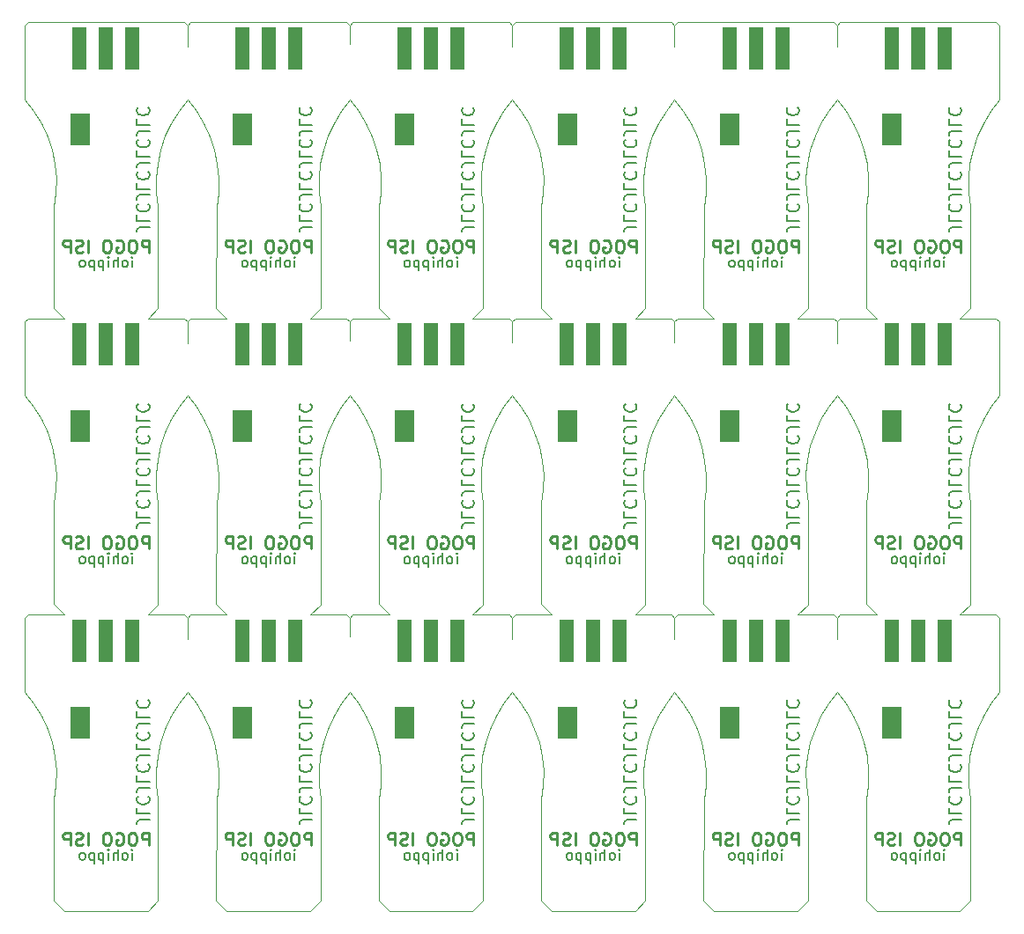
<source format=gbr>
%TF.GenerationSoftware,KiCad,Pcbnew,5.1.6-c6e7f7d~86~ubuntu18.04.1*%
%TF.CreationDate,2020-06-11T11:49:16+02:00*%
%TF.ProjectId,AVR_ISP_With_POGO_Pin_panelized,4156525f-4953-4505-9f57-6974685f504f,rev?*%
%TF.SameCoordinates,Original*%
%TF.FileFunction,Soldermask,Bot*%
%TF.FilePolarity,Negative*%
%FSLAX46Y46*%
G04 Gerber Fmt 4.6, Leading zero omitted, Abs format (unit mm)*
G04 Created by KiCad (PCBNEW 5.1.6-c6e7f7d~86~ubuntu18.04.1) date 2020-06-11 11:49:16*
%MOMM*%
%LPD*%
G01*
G04 APERTURE LIST*
%TA.AperFunction,Profile*%
%ADD10C,0.100000*%
%TD*%
%ADD11C,0.160000*%
%ADD12C,0.220000*%
%ADD13C,0.180000*%
%ADD14R,1.400000X4.100000*%
%ADD15R,1.960200X1.528400*%
G04 APERTURE END LIST*
D10*
X65601000Y-78789900D02*
X65601800Y-80846800D01*
X65300500Y-78499200D02*
X65601000Y-78789900D01*
X61802400Y-78499000D02*
X65300500Y-78499200D01*
X62801000Y-77500100D02*
X61802400Y-78499000D01*
X62801000Y-67700000D02*
X62801000Y-77500100D01*
X62632800Y-66331600D02*
X62801000Y-67700000D01*
X62617000Y-64953100D02*
X62632800Y-66331600D01*
X62753800Y-63581400D02*
X62617000Y-64953100D01*
X63041500Y-62233100D02*
X62753800Y-63581400D01*
X63476400Y-60925000D02*
X63041500Y-62233100D01*
X64053500Y-59673000D02*
X63476400Y-60925000D01*
X64765400Y-58492600D02*
X64053500Y-59673000D01*
X65601800Y-57400300D02*
X64765400Y-58492600D01*
X66446300Y-58498900D02*
X65601800Y-57400300D01*
X67162800Y-59684300D02*
X66446300Y-58498900D01*
X67742800Y-60942300D02*
X67162800Y-59684300D01*
X68178900Y-62257000D02*
X67742800Y-60942300D01*
X68465800Y-63612200D02*
X68178900Y-62257000D01*
X68599800Y-64990900D02*
X68465800Y-63612200D01*
X68579300Y-66376000D02*
X68599800Y-64990900D01*
X68404500Y-67750300D02*
X68579300Y-66376000D01*
X68381800Y-77480100D02*
X68404500Y-67750300D01*
X69400400Y-78499000D02*
X68381800Y-77480100D01*
X65902200Y-78499200D02*
X69400400Y-78499000D01*
X65601800Y-78799900D02*
X65902200Y-78499200D01*
X65601800Y-80846800D02*
X65601800Y-78799900D01*
X81203800Y-78789900D02*
X81204500Y-80606800D01*
X80903300Y-78499100D02*
X81203800Y-78789900D01*
X77405200Y-78499000D02*
X80903300Y-78499100D01*
X78403800Y-77500100D02*
X77405200Y-78499000D01*
X78403800Y-67700000D02*
X78403800Y-77500100D01*
X78235600Y-66331600D02*
X78403800Y-67700000D01*
X78219800Y-64953100D02*
X78235600Y-66331600D01*
X78356600Y-63581400D02*
X78219800Y-64953100D01*
X78644200Y-62233100D02*
X78356600Y-63581400D01*
X79079200Y-60925000D02*
X78644200Y-62233100D01*
X79656200Y-59673000D02*
X79079200Y-60925000D01*
X80368200Y-58492600D02*
X79656200Y-59673000D01*
X81204600Y-57400300D02*
X80368200Y-58492600D01*
X82049000Y-58498900D02*
X81204600Y-57400300D01*
X82765600Y-59684300D02*
X82049000Y-58498900D01*
X83345600Y-60942300D02*
X82765600Y-59684300D01*
X83781700Y-62257000D02*
X83345600Y-60942300D01*
X84068600Y-63612200D02*
X83781700Y-62257000D01*
X84202600Y-64990900D02*
X84068600Y-63612200D01*
X84182100Y-66376000D02*
X84202600Y-64990900D01*
X84007300Y-67750300D02*
X84182100Y-66376000D01*
X83984500Y-77480100D02*
X84007300Y-67750300D01*
X85003100Y-78499000D02*
X83984500Y-77480100D01*
X81505000Y-78499100D02*
X85003100Y-78499000D01*
X81204500Y-78799900D02*
X81505000Y-78499100D01*
X81204500Y-80606800D02*
X81204500Y-78799900D01*
X96806500Y-78789900D02*
X96807300Y-80811700D01*
X96506000Y-78499200D02*
X96806500Y-78789900D01*
X93007900Y-78499000D02*
X96506000Y-78499200D01*
X94006500Y-77500100D02*
X93007900Y-78499000D01*
X94006500Y-67700000D02*
X94006500Y-77500100D01*
X93838400Y-66331600D02*
X94006500Y-67700000D01*
X93822600Y-64953100D02*
X93838400Y-66331600D01*
X93959400Y-63581400D02*
X93822600Y-64953100D01*
X94247000Y-62233100D02*
X93959400Y-63581400D01*
X94682000Y-60925000D02*
X94247000Y-62233100D01*
X95259000Y-59673000D02*
X94682000Y-60925000D01*
X95970900Y-58492600D02*
X95259000Y-59673000D01*
X96807300Y-57400300D02*
X95970900Y-58492600D01*
X97651800Y-58498900D02*
X96807300Y-57400300D01*
X98368400Y-59684300D02*
X97651800Y-58498900D01*
X98948300Y-60942300D02*
X98368400Y-59684300D01*
X99384500Y-62257000D02*
X98948300Y-60942300D01*
X99671300Y-63612200D02*
X99384500Y-62257000D01*
X99805300Y-64990900D02*
X99671300Y-63612200D01*
X99784800Y-66376000D02*
X99805300Y-64990900D01*
X99610000Y-67750300D02*
X99784800Y-66376000D01*
X99587300Y-77480100D02*
X99610000Y-67750300D01*
X100605900Y-78499000D02*
X99587300Y-77480100D01*
X97107700Y-78499200D02*
X100605900Y-78499000D01*
X96807300Y-78799900D02*
X97107700Y-78499200D01*
X96807300Y-80811700D02*
X96807300Y-78799900D01*
X112409300Y-78789900D02*
X112410100Y-80830600D01*
X112108800Y-78499200D02*
X112409300Y-78789900D01*
X108610700Y-78499000D02*
X112108800Y-78499200D01*
X109609300Y-77500100D02*
X108610700Y-78499000D01*
X109609300Y-67700000D02*
X109609300Y-77500100D01*
X109441200Y-66331600D02*
X109609300Y-67700000D01*
X109425400Y-64953100D02*
X109441200Y-66331600D01*
X109562100Y-63581400D02*
X109425400Y-64953100D01*
X109849800Y-62233100D02*
X109562100Y-63581400D01*
X110284800Y-60925000D02*
X109849800Y-62233100D01*
X110861800Y-59673000D02*
X110284800Y-60925000D01*
X111573700Y-58492600D02*
X110861800Y-59673000D01*
X112410100Y-57400300D02*
X111573700Y-58492600D01*
X113254600Y-58498900D02*
X112410100Y-57400300D01*
X113971200Y-59684300D02*
X113254600Y-58498900D01*
X114551100Y-60942300D02*
X113971200Y-59684300D01*
X114987300Y-62257000D02*
X114551100Y-60942300D01*
X115274100Y-63612200D02*
X114987300Y-62257000D01*
X115408100Y-64990900D02*
X115274100Y-63612200D01*
X115387600Y-66376000D02*
X115408100Y-64990900D01*
X115212800Y-67750300D02*
X115387600Y-66376000D01*
X115190100Y-77480100D02*
X115212800Y-67750300D01*
X116208700Y-78499000D02*
X115190100Y-77480100D01*
X112710500Y-78499200D02*
X116208700Y-78499000D01*
X112410100Y-78799900D02*
X112710500Y-78499200D01*
X112410100Y-80830600D02*
X112410100Y-78799900D01*
X128012100Y-78789900D02*
X128012900Y-80849800D01*
X127711600Y-78499200D02*
X128012100Y-78789900D01*
X124213500Y-78499000D02*
X127711600Y-78499200D01*
X125212100Y-77500100D02*
X124213500Y-78499000D01*
X125212100Y-67700000D02*
X125212100Y-77500100D01*
X125043900Y-66331600D02*
X125212100Y-67700000D01*
X125028100Y-64953100D02*
X125043900Y-66331600D01*
X125164900Y-63581400D02*
X125028100Y-64953100D01*
X125452500Y-62233100D02*
X125164900Y-63581400D01*
X125887500Y-60925000D02*
X125452500Y-62233100D01*
X126464500Y-59673000D02*
X125887500Y-60925000D01*
X127176500Y-58492600D02*
X126464500Y-59673000D01*
X128012900Y-57400300D02*
X127176500Y-58492600D01*
X128857400Y-58498900D02*
X128012900Y-57400300D01*
X129573900Y-59684300D02*
X128857400Y-58498900D01*
X130153900Y-60942300D02*
X129573900Y-59684300D01*
X130590000Y-62257000D02*
X130153900Y-60942300D01*
X130876900Y-63612200D02*
X130590000Y-62257000D01*
X131010900Y-64990900D02*
X130876900Y-63612200D01*
X130990400Y-66376000D02*
X131010900Y-64990900D01*
X130815600Y-67750300D02*
X130990400Y-66376000D01*
X130792900Y-77480100D02*
X130815600Y-67750300D01*
X131811500Y-78499000D02*
X130792900Y-77480100D01*
X128313300Y-78499200D02*
X131811500Y-78499000D01*
X128012900Y-78799900D02*
X128313300Y-78499200D01*
X128012900Y-80849800D02*
X128012900Y-78799900D01*
X65601000Y-107289900D02*
X65601800Y-109346900D01*
X65300500Y-106999200D02*
X65601000Y-107289900D01*
X61802400Y-106999000D02*
X65300500Y-106999200D01*
X62801000Y-106000100D02*
X61802400Y-106999000D01*
X62801000Y-96200000D02*
X62801000Y-106000100D01*
X62632800Y-94831600D02*
X62801000Y-96200000D01*
X62617000Y-93453100D02*
X62632800Y-94831600D01*
X62753800Y-92081400D02*
X62617000Y-93453100D01*
X63041500Y-90733200D02*
X62753800Y-92081400D01*
X63476400Y-89425000D02*
X63041500Y-90733200D01*
X64053500Y-88173100D02*
X63476400Y-89425000D01*
X64765400Y-86992600D02*
X64053500Y-88173100D01*
X65601800Y-85900300D02*
X64765400Y-86992600D01*
X66446300Y-86998900D02*
X65601800Y-85900300D01*
X67162800Y-88184300D02*
X66446300Y-86998900D01*
X67742800Y-89442300D02*
X67162800Y-88184300D01*
X68178900Y-90757000D02*
X67742800Y-89442300D01*
X68465800Y-92112200D02*
X68178900Y-90757000D01*
X68599800Y-93490900D02*
X68465800Y-92112200D01*
X68579300Y-94876000D02*
X68599800Y-93490900D01*
X68404500Y-96250300D02*
X68579300Y-94876000D01*
X68381800Y-105980100D02*
X68404500Y-96250300D01*
X69400400Y-106999000D02*
X68381800Y-105980100D01*
X65902200Y-106999200D02*
X69400400Y-106999000D01*
X65601800Y-107299900D02*
X65902200Y-106999200D01*
X65601800Y-109346900D02*
X65601800Y-107299900D01*
X81203800Y-107289900D02*
X81204500Y-109106800D01*
X80903300Y-106999100D02*
X81203800Y-107289900D01*
X77405200Y-106999000D02*
X80903300Y-106999100D01*
X78403800Y-106000100D02*
X77405200Y-106999000D01*
X78403800Y-96200000D02*
X78403800Y-106000100D01*
X78235600Y-94831600D02*
X78403800Y-96200000D01*
X78219800Y-93453100D02*
X78235600Y-94831600D01*
X78356600Y-92081400D02*
X78219800Y-93453100D01*
X78644200Y-90733200D02*
X78356600Y-92081400D01*
X79079200Y-89425000D02*
X78644200Y-90733200D01*
X79656200Y-88173100D02*
X79079200Y-89425000D01*
X80368200Y-86992600D02*
X79656200Y-88173100D01*
X81204600Y-85900300D02*
X80368200Y-86992600D01*
X82049000Y-86998900D02*
X81204600Y-85900300D01*
X82765600Y-88184300D02*
X82049000Y-86998900D01*
X83345600Y-89442300D02*
X82765600Y-88184300D01*
X83781700Y-90757000D02*
X83345600Y-89442300D01*
X84068600Y-92112200D02*
X83781700Y-90757000D01*
X84202600Y-93490900D02*
X84068600Y-92112200D01*
X84182100Y-94876000D02*
X84202600Y-93490900D01*
X84007300Y-96250300D02*
X84182100Y-94876000D01*
X83984500Y-105980100D02*
X84007300Y-96250300D01*
X85003100Y-106999000D02*
X83984500Y-105980100D01*
X81505000Y-106999100D02*
X85003100Y-106999000D01*
X81204500Y-107299900D02*
X81505000Y-106999100D01*
X81204500Y-109106800D02*
X81204500Y-107299900D01*
X96806500Y-107289900D02*
X96807300Y-109311700D01*
X96506000Y-106999200D02*
X96806500Y-107289900D01*
X93007900Y-106999000D02*
X96506000Y-106999200D01*
X94006500Y-106000100D02*
X93007900Y-106999000D01*
X94006500Y-96200000D02*
X94006500Y-106000100D01*
X93838400Y-94831600D02*
X94006500Y-96200000D01*
X93822600Y-93453100D02*
X93838400Y-94831600D01*
X93959400Y-92081400D02*
X93822600Y-93453100D01*
X94247000Y-90733200D02*
X93959400Y-92081400D01*
X94682000Y-89425000D02*
X94247000Y-90733200D01*
X95259000Y-88173100D02*
X94682000Y-89425000D01*
X95970900Y-86992600D02*
X95259000Y-88173100D01*
X96807400Y-85900300D02*
X95970900Y-86992600D01*
X97651800Y-86998900D02*
X96807400Y-85900300D01*
X98368400Y-88184300D02*
X97651800Y-86998900D01*
X98948300Y-89442300D02*
X98368400Y-88184300D01*
X99384500Y-90757000D02*
X98948300Y-89442300D01*
X99671300Y-92112200D02*
X99384500Y-90757000D01*
X99805300Y-93490900D02*
X99671300Y-92112200D01*
X99784800Y-94876000D02*
X99805300Y-93490900D01*
X99610000Y-96250300D02*
X99784800Y-94876000D01*
X99587300Y-105980100D02*
X99610000Y-96250300D01*
X100605900Y-106999000D02*
X99587300Y-105980100D01*
X97107700Y-106999200D02*
X100605900Y-106999000D01*
X96807300Y-107299900D02*
X97107700Y-106999200D01*
X96807300Y-109311700D02*
X96807300Y-107299900D01*
X112409300Y-107289900D02*
X112410100Y-109330600D01*
X112108800Y-106999200D02*
X112409300Y-107289900D01*
X108610700Y-106999000D02*
X112108800Y-106999200D01*
X109609300Y-106000100D02*
X108610700Y-106999000D01*
X109609300Y-96200000D02*
X109609300Y-106000100D01*
X109441200Y-94831600D02*
X109609300Y-96200000D01*
X109425400Y-93453100D02*
X109441200Y-94831600D01*
X109562100Y-92081400D02*
X109425400Y-93453100D01*
X109849800Y-90733200D02*
X109562100Y-92081400D01*
X110284800Y-89425000D02*
X109849800Y-90733200D01*
X110861800Y-88173100D02*
X110284800Y-89425000D01*
X111573700Y-86992600D02*
X110861800Y-88173100D01*
X112410100Y-85900300D02*
X111573700Y-86992600D01*
X113254600Y-86998900D02*
X112410100Y-85900300D01*
X113971200Y-88184300D02*
X113254600Y-86998900D01*
X114551100Y-89442300D02*
X113971200Y-88184300D01*
X114987300Y-90757000D02*
X114551100Y-89442300D01*
X115274100Y-92112200D02*
X114987300Y-90757000D01*
X115408100Y-93490900D02*
X115274100Y-92112200D01*
X115387600Y-94876000D02*
X115408100Y-93490900D01*
X115212800Y-96250300D02*
X115387600Y-94876000D01*
X115190100Y-105980100D02*
X115212800Y-96250300D01*
X116208700Y-106999000D02*
X115190100Y-105980100D01*
X112710500Y-106999200D02*
X116208700Y-106999000D01*
X112410100Y-107299900D02*
X112710500Y-106999200D01*
X112410100Y-109330600D02*
X112410100Y-107299900D01*
X128012100Y-107289900D02*
X128012900Y-109349800D01*
X127711600Y-106999200D02*
X128012100Y-107289900D01*
X124213500Y-106999000D02*
X127711600Y-106999200D01*
X125212100Y-106000100D02*
X124213500Y-106999000D01*
X125212100Y-96200000D02*
X125212100Y-106000100D01*
X125043900Y-94831600D02*
X125212100Y-96200000D01*
X125028100Y-93453100D02*
X125043900Y-94831600D01*
X125164900Y-92081400D02*
X125028100Y-93453100D01*
X125452500Y-90733200D02*
X125164900Y-92081400D01*
X125887500Y-89425000D02*
X125452500Y-90733200D01*
X126464500Y-88173100D02*
X125887500Y-89425000D01*
X127176500Y-86992600D02*
X126464500Y-88173100D01*
X128012900Y-85900300D02*
X127176500Y-86992600D01*
X128857400Y-86998900D02*
X128012900Y-85900300D01*
X129573900Y-88184300D02*
X128857400Y-86998900D01*
X130153900Y-89442300D02*
X129573900Y-88184300D01*
X130590000Y-90757000D02*
X130153900Y-89442300D01*
X130876900Y-92112200D02*
X130590000Y-90757000D01*
X131010900Y-93490900D02*
X130876900Y-92112200D01*
X130990400Y-94876000D02*
X131010900Y-93490900D01*
X130815600Y-96250300D02*
X130990400Y-94876000D01*
X130792900Y-105980100D02*
X130815600Y-96250300D01*
X131811500Y-106999000D02*
X130792900Y-105980100D01*
X128313300Y-106999200D02*
X131811500Y-106999000D01*
X128012900Y-107299900D02*
X128313300Y-106999200D01*
X128012900Y-109349800D02*
X128012900Y-107299900D01*
X140814900Y-106000100D02*
X139816300Y-106999000D01*
X140814900Y-96200000D02*
X140814900Y-106000100D01*
X140646700Y-94831600D02*
X140814900Y-96200000D01*
X140630900Y-93453100D02*
X140646700Y-94831600D01*
X140767700Y-92081400D02*
X140630900Y-93453100D01*
X141055300Y-90733200D02*
X140767700Y-92081400D01*
X141490300Y-89425000D02*
X141055300Y-90733200D01*
X142067300Y-88173100D02*
X141490300Y-89425000D01*
X142779300Y-86992600D02*
X142067300Y-88173100D01*
X143617600Y-85897500D02*
X142779300Y-86992600D01*
X143614800Y-78789500D02*
X143617600Y-85897500D01*
X143314000Y-78499000D02*
X143614800Y-78789500D01*
X139816300Y-78499000D02*
X143314000Y-78499000D01*
X140814900Y-77500100D02*
X139816300Y-78499000D01*
X140814900Y-67700000D02*
X140814900Y-77500100D01*
X140646700Y-66331600D02*
X140814900Y-67700000D01*
X140630900Y-64953100D02*
X140646700Y-66331600D01*
X140767700Y-63581400D02*
X140630900Y-64953100D01*
X141055300Y-62233100D02*
X140767700Y-63581400D01*
X141490300Y-60925000D02*
X141055300Y-62233100D01*
X142067300Y-59673000D02*
X141490300Y-60925000D01*
X142779300Y-58492600D02*
X142067300Y-59673000D01*
X143617600Y-57397500D02*
X142779300Y-58492600D01*
X143614900Y-50290000D02*
X143617600Y-57397500D01*
X143314400Y-49999200D02*
X143614900Y-50290000D01*
X128313700Y-49999000D02*
X143314400Y-49999200D01*
X128012900Y-50299900D02*
X128313700Y-49999000D01*
X128012900Y-52349800D02*
X128012900Y-50299900D01*
X128012100Y-50289900D02*
X128012900Y-52349800D01*
X127711100Y-49999000D02*
X128012100Y-50289900D01*
X112710900Y-49999000D02*
X127711100Y-49999000D01*
X112410100Y-50299900D02*
X112710900Y-49999000D01*
X112410100Y-52330600D02*
X112410100Y-50299900D01*
X112409300Y-50289900D02*
X112410100Y-52330600D01*
X112108300Y-49999000D02*
X112409300Y-50289900D01*
X97108100Y-49999000D02*
X112108300Y-49999000D01*
X96807300Y-50299900D02*
X97108100Y-49999000D01*
X96807300Y-52311700D02*
X96807300Y-50299900D01*
X96806500Y-50289900D02*
X96807300Y-52311700D01*
X96505500Y-49999000D02*
X96806500Y-50289900D01*
X81505400Y-49999000D02*
X96505500Y-49999000D01*
X81204500Y-50299900D02*
X81505400Y-49999000D01*
X81204500Y-52106800D02*
X81204500Y-50299900D01*
X81203800Y-50289900D02*
X81204500Y-52106800D01*
X80902900Y-49999000D02*
X81203800Y-50289900D01*
X65902700Y-49999000D02*
X80902900Y-49999000D01*
X65601800Y-50299900D02*
X65902700Y-49999000D01*
X65601800Y-52346800D02*
X65601800Y-50299900D01*
X65601000Y-50289900D02*
X65601800Y-52346800D01*
X65300100Y-49999000D02*
X65601000Y-50289900D01*
X50300000Y-49999000D02*
X65300100Y-49999000D01*
X49999200Y-50299400D02*
X50300000Y-49999000D01*
X49999000Y-57400200D02*
X49999200Y-50299400D01*
X50843500Y-58498900D02*
X49999000Y-57400200D01*
X51560100Y-59684300D02*
X50843500Y-58498900D01*
X52140000Y-60942300D02*
X51560100Y-59684300D01*
X52576200Y-62257000D02*
X52140000Y-60942300D01*
X52863000Y-63612200D02*
X52576200Y-62257000D01*
X52997000Y-64990900D02*
X52863000Y-63612200D01*
X52976500Y-66376000D02*
X52997000Y-64990900D01*
X52801700Y-67750300D02*
X52976500Y-66376000D01*
X52779000Y-77480100D02*
X52801700Y-67750300D01*
X53797600Y-78499000D02*
X52779000Y-77480100D01*
X50299900Y-78499000D02*
X53797600Y-78499000D01*
X49999100Y-78799500D02*
X50299900Y-78499000D01*
X49999000Y-85900100D02*
X49999100Y-78799500D01*
X50843500Y-86998900D02*
X49999000Y-85900100D01*
X51560100Y-88184300D02*
X50843500Y-86998900D01*
X52140000Y-89442300D02*
X51560100Y-88184300D01*
X52576200Y-90757000D02*
X52140000Y-89442300D01*
X52863000Y-92112200D02*
X52576200Y-90757000D01*
X52997000Y-93490900D02*
X52863000Y-92112200D01*
X52976500Y-94876000D02*
X52997000Y-93490900D01*
X52801700Y-96250300D02*
X52976500Y-94876000D01*
X52779000Y-105980100D02*
X52801700Y-96250300D01*
X53797600Y-106999000D02*
X52779000Y-105980100D01*
X50299900Y-106999000D02*
X53797600Y-106999000D01*
X49999100Y-107299500D02*
X50299900Y-106999000D01*
X49999000Y-114400000D02*
X49999100Y-107299500D01*
X50843500Y-115498900D02*
X49999000Y-114400000D01*
X51560100Y-116684300D02*
X50843500Y-115498900D01*
X52140000Y-117942300D02*
X51560100Y-116684300D01*
X52576200Y-119257100D02*
X52140000Y-117942300D01*
X52863000Y-120612200D02*
X52576200Y-119257100D01*
X52997000Y-121990900D02*
X52863000Y-120612200D01*
X52976500Y-123376000D02*
X52997000Y-121990900D01*
X52801700Y-124750300D02*
X52976500Y-123376000D01*
X52779000Y-134480100D02*
X52801700Y-124750300D01*
X53799400Y-135500800D02*
X52779000Y-134480100D01*
X61800100Y-135501000D02*
X53799400Y-135500800D01*
X62800900Y-134500500D02*
X61800100Y-135501000D01*
X62801000Y-124700000D02*
X62800900Y-134500500D01*
X62632800Y-123331600D02*
X62801000Y-124700000D01*
X62617000Y-121953100D02*
X62632800Y-123331600D01*
X62753800Y-120581400D02*
X62617000Y-121953100D01*
X63041500Y-119233200D02*
X62753800Y-120581400D01*
X63476400Y-117925000D02*
X63041500Y-119233200D01*
X64053500Y-116673100D02*
X63476400Y-117925000D01*
X64765400Y-115492600D02*
X64053500Y-116673100D01*
X65601800Y-114400300D02*
X64765400Y-115492600D01*
X66446300Y-115498900D02*
X65601800Y-114400300D01*
X67162800Y-116684300D02*
X66446300Y-115498900D01*
X67742800Y-117942300D02*
X67162800Y-116684300D01*
X68178900Y-119257100D02*
X67742800Y-117942300D01*
X68465800Y-120612200D02*
X68178900Y-119257100D01*
X68599800Y-121990900D02*
X68465800Y-120612200D01*
X68579300Y-123376000D02*
X68599800Y-121990900D01*
X68404500Y-124750300D02*
X68579300Y-123376000D01*
X68381800Y-134480100D02*
X68404500Y-124750300D01*
X69402200Y-135500800D02*
X68381800Y-134480100D01*
X77402900Y-135501000D02*
X69402200Y-135500800D01*
X78403700Y-134500500D02*
X77402900Y-135501000D01*
X78403800Y-124700000D02*
X78403700Y-134500500D01*
X78235600Y-123331600D02*
X78403800Y-124700000D01*
X78219800Y-121953100D02*
X78235600Y-123331600D01*
X78356600Y-120581400D02*
X78219800Y-121953100D01*
X78644200Y-119233200D02*
X78356600Y-120581400D01*
X79079200Y-117925000D02*
X78644200Y-119233200D01*
X79656200Y-116673100D02*
X79079200Y-117925000D01*
X80368200Y-115492600D02*
X79656200Y-116673100D01*
X81204600Y-114400300D02*
X80368200Y-115492600D01*
X82049000Y-115498900D02*
X81204600Y-114400300D01*
X82765600Y-116684300D02*
X82049000Y-115498900D01*
X83345600Y-117942300D02*
X82765600Y-116684300D01*
X83781700Y-119257100D02*
X83345600Y-117942300D01*
X84068600Y-120612200D02*
X83781700Y-119257100D01*
X84202600Y-121990900D02*
X84068600Y-120612200D01*
X84182100Y-123376000D02*
X84202600Y-121990900D01*
X84007300Y-124750300D02*
X84182100Y-123376000D01*
X83984600Y-134480500D02*
X84007300Y-124750300D01*
X85005400Y-135501000D02*
X83984600Y-134480500D01*
X93006000Y-135500900D02*
X85005400Y-135501000D01*
X94006500Y-134500100D02*
X93006000Y-135500900D01*
X94006500Y-124700000D02*
X94006500Y-134500100D01*
X93838400Y-123331600D02*
X94006500Y-124700000D01*
X93822600Y-121953100D02*
X93838400Y-123331600D01*
X93959400Y-120581400D02*
X93822600Y-121953100D01*
X94247000Y-119233200D02*
X93959400Y-120581400D01*
X94682000Y-117925000D02*
X94247000Y-119233200D01*
X95259000Y-116673100D02*
X94682000Y-117925000D01*
X95970900Y-115492600D02*
X95259000Y-116673100D01*
X96807400Y-114400300D02*
X95970900Y-115492600D01*
X97651800Y-115498900D02*
X96807400Y-114400300D01*
X98368400Y-116684300D02*
X97651800Y-115498900D01*
X98948300Y-117942300D02*
X98368400Y-116684300D01*
X99384500Y-119257100D02*
X98948300Y-117942300D01*
X99671300Y-120612200D02*
X99384500Y-119257100D01*
X99805300Y-121990900D02*
X99671300Y-120612200D01*
X99784800Y-123376000D02*
X99805300Y-121990900D01*
X99610000Y-124750300D02*
X99784800Y-123376000D01*
X99587400Y-134480500D02*
X99610000Y-124750300D01*
X100608200Y-135501000D02*
X99587400Y-134480500D01*
X108608700Y-135500900D02*
X100608200Y-135501000D01*
X109609300Y-134500100D02*
X108608700Y-135500900D01*
X109609300Y-124700000D02*
X109609300Y-134500100D01*
X109441200Y-123331600D02*
X109609300Y-124700000D01*
X109425400Y-121953100D02*
X109441200Y-123331600D01*
X109562100Y-120581400D02*
X109425400Y-121953100D01*
X109849800Y-119233200D02*
X109562100Y-120581400D01*
X110284800Y-117925000D02*
X109849800Y-119233200D01*
X110861800Y-116673100D02*
X110284800Y-117925000D01*
X111573700Y-115492600D02*
X110861800Y-116673100D01*
X112410100Y-114400300D02*
X111573700Y-115492600D01*
X113254600Y-115498900D02*
X112410100Y-114400300D01*
X113971200Y-116684300D02*
X113254600Y-115498900D01*
X114551100Y-117942300D02*
X113971200Y-116684300D01*
X114987300Y-119257100D02*
X114551100Y-117942300D01*
X115274100Y-120612200D02*
X114987300Y-119257100D01*
X115408100Y-121990900D02*
X115274100Y-120612200D01*
X115387600Y-123376000D02*
X115408100Y-121990900D01*
X115212800Y-124750300D02*
X115387600Y-123376000D01*
X115190200Y-134480500D02*
X115212800Y-124750300D01*
X116211000Y-135501000D02*
X115190200Y-134480500D01*
X124211400Y-135501000D02*
X116211000Y-135501000D01*
X125212100Y-134500100D02*
X124211400Y-135501000D01*
X125212100Y-124700000D02*
X125212100Y-134500100D01*
X125043900Y-123331600D02*
X125212100Y-124700000D01*
X125028100Y-121953100D02*
X125043900Y-123331600D01*
X125164900Y-120581400D02*
X125028100Y-121953100D01*
X125452500Y-119233200D02*
X125164900Y-120581400D01*
X125887500Y-117925000D02*
X125452500Y-119233200D01*
X126464500Y-116673100D02*
X125887500Y-117925000D01*
X127176500Y-115492600D02*
X126464500Y-116673100D01*
X128012900Y-114400300D02*
X127176500Y-115492600D01*
X128857400Y-115498900D02*
X128012900Y-114400300D01*
X129573900Y-116684300D02*
X128857400Y-115498900D01*
X130153900Y-117942300D02*
X129573900Y-116684300D01*
X130590000Y-119257100D02*
X130153900Y-117942300D01*
X130876900Y-120612200D02*
X130590000Y-119257100D01*
X131010900Y-121990900D02*
X130876900Y-120612200D01*
X130990400Y-123376000D02*
X131010900Y-121990900D01*
X130815600Y-124750300D02*
X130990400Y-123376000D01*
X130793000Y-134480500D02*
X130815600Y-124750300D01*
X131813800Y-135501000D02*
X130793000Y-134480500D01*
X139814200Y-135501000D02*
X131813800Y-135501000D01*
X140814900Y-134500100D02*
X139814200Y-135501000D01*
X140814900Y-124700000D02*
X140814900Y-134500100D01*
X140646700Y-123331600D02*
X140814900Y-124700000D01*
X140630900Y-121953100D02*
X140646700Y-123331600D01*
X140767700Y-120581400D02*
X140630900Y-121953100D01*
X141055300Y-119233200D02*
X140767700Y-120581400D01*
X141490300Y-117925000D02*
X141055300Y-119233200D01*
X142067300Y-116673100D02*
X141490300Y-117925000D01*
X142779300Y-115492600D02*
X142067300Y-116673100D01*
X143617600Y-114397400D02*
X142779300Y-115492600D01*
X143614800Y-107289500D02*
X143617600Y-114397400D01*
X143314000Y-106999000D02*
X143614800Y-107289500D01*
X139816300Y-106999000D02*
X143314000Y-106999000D01*
D11*
X138313871Y-130552407D02*
X138313871Y-129885741D01*
X138313871Y-129552407D02*
X138361490Y-129600027D01*
X138313871Y-129647646D01*
X138266251Y-129600027D01*
X138313871Y-129552407D01*
X138313871Y-129647646D01*
X137694823Y-130552407D02*
X137790061Y-130504788D01*
X137837680Y-130457169D01*
X137885299Y-130361931D01*
X137885299Y-130076217D01*
X137837680Y-129980979D01*
X137790061Y-129933360D01*
X137694823Y-129885741D01*
X137551966Y-129885741D01*
X137456728Y-129933360D01*
X137409109Y-129980979D01*
X137361490Y-130076217D01*
X137361490Y-130361931D01*
X137409109Y-130457169D01*
X137456728Y-130504788D01*
X137551966Y-130552407D01*
X137694823Y-130552407D01*
X136932918Y-130552407D02*
X136932918Y-129552407D01*
X136504347Y-130552407D02*
X136504347Y-130028598D01*
X136551966Y-129933360D01*
X136647204Y-129885741D01*
X136790061Y-129885741D01*
X136885299Y-129933360D01*
X136932918Y-129980979D01*
X136028156Y-130552407D02*
X136028156Y-129885741D01*
X136028156Y-129552407D02*
X136075775Y-129600027D01*
X136028156Y-129647646D01*
X135980537Y-129600027D01*
X136028156Y-129552407D01*
X136028156Y-129647646D01*
X135551966Y-129885741D02*
X135551966Y-130885741D01*
X135551966Y-129933360D02*
X135456728Y-129885741D01*
X135266251Y-129885741D01*
X135171013Y-129933360D01*
X135123394Y-129980979D01*
X135075775Y-130076217D01*
X135075775Y-130361931D01*
X135123394Y-130457169D01*
X135171013Y-130504788D01*
X135266251Y-130552407D01*
X135456728Y-130552407D01*
X135551966Y-130504788D01*
X134647204Y-129885741D02*
X134647204Y-130885741D01*
X134647204Y-129933360D02*
X134551966Y-129885741D01*
X134361490Y-129885741D01*
X134266251Y-129933360D01*
X134218632Y-129980979D01*
X134171013Y-130076217D01*
X134171013Y-130361931D01*
X134218632Y-130457169D01*
X134266251Y-130504788D01*
X134361490Y-130552407D01*
X134551966Y-130552407D01*
X134647204Y-130504788D01*
X133599585Y-130552407D02*
X133694823Y-130504788D01*
X133742442Y-130457169D01*
X133790061Y-130361931D01*
X133790061Y-130076217D01*
X133742442Y-129980979D01*
X133694823Y-129933360D01*
X133599585Y-129885741D01*
X133456728Y-129885741D01*
X133361490Y-129933360D01*
X133313871Y-129980979D01*
X133266251Y-130076217D01*
X133266251Y-130361931D01*
X133313871Y-130457169D01*
X133361490Y-130504788D01*
X133456728Y-130552407D01*
X133599585Y-130552407D01*
D12*
X139899585Y-129142884D02*
X139899585Y-127942884D01*
X139442442Y-127942884D01*
X139328156Y-128000027D01*
X139271013Y-128057169D01*
X139213871Y-128171455D01*
X139213871Y-128342884D01*
X139271013Y-128457169D01*
X139328156Y-128514312D01*
X139442442Y-128571455D01*
X139899585Y-128571455D01*
X138471013Y-127942884D02*
X138242442Y-127942884D01*
X138128156Y-128000027D01*
X138013871Y-128114312D01*
X137956728Y-128342884D01*
X137956728Y-128742884D01*
X138013871Y-128971455D01*
X138128156Y-129085741D01*
X138242442Y-129142884D01*
X138471013Y-129142884D01*
X138585299Y-129085741D01*
X138699585Y-128971455D01*
X138756728Y-128742884D01*
X138756728Y-128342884D01*
X138699585Y-128114312D01*
X138585299Y-128000027D01*
X138471013Y-127942884D01*
X136813871Y-128000027D02*
X136928156Y-127942884D01*
X137099585Y-127942884D01*
X137271013Y-128000027D01*
X137385299Y-128114312D01*
X137442442Y-128228598D01*
X137499585Y-128457169D01*
X137499585Y-128628598D01*
X137442442Y-128857169D01*
X137385299Y-128971455D01*
X137271013Y-129085741D01*
X137099585Y-129142884D01*
X136985299Y-129142884D01*
X136813871Y-129085741D01*
X136756728Y-129028598D01*
X136756728Y-128628598D01*
X136985299Y-128628598D01*
X136013871Y-127942884D02*
X135785299Y-127942884D01*
X135671013Y-128000027D01*
X135556728Y-128114312D01*
X135499585Y-128342884D01*
X135499585Y-128742884D01*
X135556728Y-128971455D01*
X135671013Y-129085741D01*
X135785299Y-129142884D01*
X136013871Y-129142884D01*
X136128156Y-129085741D01*
X136242442Y-128971455D01*
X136299585Y-128742884D01*
X136299585Y-128342884D01*
X136242442Y-128114312D01*
X136128156Y-128000027D01*
X136013871Y-127942884D01*
X134071013Y-129142884D02*
X134071013Y-127942884D01*
X133556728Y-129085741D02*
X133385299Y-129142884D01*
X133099585Y-129142884D01*
X132985299Y-129085741D01*
X132928156Y-129028598D01*
X132871013Y-128914312D01*
X132871013Y-128800027D01*
X132928156Y-128685741D01*
X132985299Y-128628598D01*
X133099585Y-128571455D01*
X133328156Y-128514312D01*
X133442442Y-128457169D01*
X133499585Y-128400027D01*
X133556728Y-128285741D01*
X133556728Y-128171455D01*
X133499585Y-128057169D01*
X133442442Y-128000027D01*
X133328156Y-127942884D01*
X133042442Y-127942884D01*
X132871013Y-128000027D01*
X132356728Y-129142884D02*
X132356728Y-127942884D01*
X131899585Y-127942884D01*
X131785299Y-128000027D01*
X131728156Y-128057169D01*
X131671013Y-128171455D01*
X131671013Y-128342884D01*
X131728156Y-128457169D01*
X131785299Y-128514312D01*
X131899585Y-128571455D01*
X132356728Y-128571455D01*
D13*
X139974013Y-126691884D02*
X139116871Y-126691884D01*
X138945442Y-126749027D01*
X138831156Y-126863312D01*
X138774013Y-127034741D01*
X138774013Y-127149027D01*
X138774013Y-125549027D02*
X138774013Y-126120455D01*
X139974013Y-126120455D01*
X138888299Y-124463312D02*
X138831156Y-124520455D01*
X138774013Y-124691884D01*
X138774013Y-124806169D01*
X138831156Y-124977598D01*
X138945442Y-125091884D01*
X139059728Y-125149027D01*
X139288299Y-125206169D01*
X139459728Y-125206169D01*
X139688299Y-125149027D01*
X139802585Y-125091884D01*
X139916871Y-124977598D01*
X139974013Y-124806169D01*
X139974013Y-124691884D01*
X139916871Y-124520455D01*
X139859728Y-124463312D01*
X139974013Y-123606169D02*
X139116871Y-123606169D01*
X138945442Y-123663312D01*
X138831156Y-123777598D01*
X138774013Y-123949027D01*
X138774013Y-124063312D01*
X138774013Y-122463312D02*
X138774013Y-123034741D01*
X139974013Y-123034741D01*
X138888299Y-121377598D02*
X138831156Y-121434741D01*
X138774013Y-121606169D01*
X138774013Y-121720455D01*
X138831156Y-121891884D01*
X138945442Y-122006169D01*
X139059728Y-122063312D01*
X139288299Y-122120455D01*
X139459728Y-122120455D01*
X139688299Y-122063312D01*
X139802585Y-122006169D01*
X139916871Y-121891884D01*
X139974013Y-121720455D01*
X139974013Y-121606169D01*
X139916871Y-121434741D01*
X139859728Y-121377598D01*
X139974013Y-120520455D02*
X139116871Y-120520455D01*
X138945442Y-120577598D01*
X138831156Y-120691884D01*
X138774013Y-120863312D01*
X138774013Y-120977598D01*
X138774013Y-119377598D02*
X138774013Y-119949027D01*
X139974013Y-119949027D01*
X138888299Y-118291884D02*
X138831156Y-118349027D01*
X138774013Y-118520455D01*
X138774013Y-118634741D01*
X138831156Y-118806169D01*
X138945442Y-118920455D01*
X139059728Y-118977598D01*
X139288299Y-119034741D01*
X139459728Y-119034741D01*
X139688299Y-118977598D01*
X139802585Y-118920455D01*
X139916871Y-118806169D01*
X139974013Y-118634741D01*
X139974013Y-118520455D01*
X139916871Y-118349027D01*
X139859728Y-118291884D01*
X139974013Y-117434741D02*
X139116871Y-117434741D01*
X138945442Y-117491884D01*
X138831156Y-117606169D01*
X138774013Y-117777598D01*
X138774013Y-117891884D01*
X138774013Y-116291884D02*
X138774013Y-116863312D01*
X139974013Y-116863312D01*
X138888299Y-115206169D02*
X138831156Y-115263312D01*
X138774013Y-115434741D01*
X138774013Y-115549027D01*
X138831156Y-115720455D01*
X138945442Y-115834741D01*
X139059728Y-115891884D01*
X139288299Y-115949027D01*
X139459728Y-115949027D01*
X139688299Y-115891884D01*
X139802585Y-115834741D01*
X139916871Y-115720455D01*
X139974013Y-115549027D01*
X139974013Y-115434741D01*
X139916871Y-115263312D01*
X139859728Y-115206169D01*
D11*
X122711097Y-130552407D02*
X122711097Y-129885741D01*
X122711097Y-129552407D02*
X122758716Y-129600027D01*
X122711097Y-129647646D01*
X122663477Y-129600027D01*
X122711097Y-129552407D01*
X122711097Y-129647646D01*
X122092049Y-130552407D02*
X122187287Y-130504788D01*
X122234906Y-130457169D01*
X122282525Y-130361931D01*
X122282525Y-130076217D01*
X122234906Y-129980979D01*
X122187287Y-129933360D01*
X122092049Y-129885741D01*
X121949192Y-129885741D01*
X121853954Y-129933360D01*
X121806335Y-129980979D01*
X121758716Y-130076217D01*
X121758716Y-130361931D01*
X121806335Y-130457169D01*
X121853954Y-130504788D01*
X121949192Y-130552407D01*
X122092049Y-130552407D01*
X121330144Y-130552407D02*
X121330144Y-129552407D01*
X120901573Y-130552407D02*
X120901573Y-130028598D01*
X120949192Y-129933360D01*
X121044430Y-129885741D01*
X121187287Y-129885741D01*
X121282525Y-129933360D01*
X121330144Y-129980979D01*
X120425382Y-130552407D02*
X120425382Y-129885741D01*
X120425382Y-129552407D02*
X120473001Y-129600027D01*
X120425382Y-129647646D01*
X120377763Y-129600027D01*
X120425382Y-129552407D01*
X120425382Y-129647646D01*
X119949192Y-129885741D02*
X119949192Y-130885741D01*
X119949192Y-129933360D02*
X119853954Y-129885741D01*
X119663477Y-129885741D01*
X119568239Y-129933360D01*
X119520620Y-129980979D01*
X119473001Y-130076217D01*
X119473001Y-130361931D01*
X119520620Y-130457169D01*
X119568239Y-130504788D01*
X119663477Y-130552407D01*
X119853954Y-130552407D01*
X119949192Y-130504788D01*
X119044430Y-129885741D02*
X119044430Y-130885741D01*
X119044430Y-129933360D02*
X118949192Y-129885741D01*
X118758716Y-129885741D01*
X118663477Y-129933360D01*
X118615858Y-129980979D01*
X118568239Y-130076217D01*
X118568239Y-130361931D01*
X118615858Y-130457169D01*
X118663477Y-130504788D01*
X118758716Y-130552407D01*
X118949192Y-130552407D01*
X119044430Y-130504788D01*
X117996811Y-130552407D02*
X118092049Y-130504788D01*
X118139668Y-130457169D01*
X118187287Y-130361931D01*
X118187287Y-130076217D01*
X118139668Y-129980979D01*
X118092049Y-129933360D01*
X117996811Y-129885741D01*
X117853954Y-129885741D01*
X117758716Y-129933360D01*
X117711097Y-129980979D01*
X117663477Y-130076217D01*
X117663477Y-130361931D01*
X117711097Y-130457169D01*
X117758716Y-130504788D01*
X117853954Y-130552407D01*
X117996811Y-130552407D01*
D12*
X124296811Y-129142884D02*
X124296811Y-127942884D01*
X123839668Y-127942884D01*
X123725382Y-128000027D01*
X123668239Y-128057169D01*
X123611097Y-128171455D01*
X123611097Y-128342884D01*
X123668239Y-128457169D01*
X123725382Y-128514312D01*
X123839668Y-128571455D01*
X124296811Y-128571455D01*
X122868239Y-127942884D02*
X122639668Y-127942884D01*
X122525382Y-128000027D01*
X122411097Y-128114312D01*
X122353954Y-128342884D01*
X122353954Y-128742884D01*
X122411097Y-128971455D01*
X122525382Y-129085741D01*
X122639668Y-129142884D01*
X122868239Y-129142884D01*
X122982525Y-129085741D01*
X123096811Y-128971455D01*
X123153954Y-128742884D01*
X123153954Y-128342884D01*
X123096811Y-128114312D01*
X122982525Y-128000027D01*
X122868239Y-127942884D01*
X121211097Y-128000027D02*
X121325382Y-127942884D01*
X121496811Y-127942884D01*
X121668239Y-128000027D01*
X121782525Y-128114312D01*
X121839668Y-128228598D01*
X121896811Y-128457169D01*
X121896811Y-128628598D01*
X121839668Y-128857169D01*
X121782525Y-128971455D01*
X121668239Y-129085741D01*
X121496811Y-129142884D01*
X121382525Y-129142884D01*
X121211097Y-129085741D01*
X121153954Y-129028598D01*
X121153954Y-128628598D01*
X121382525Y-128628598D01*
X120411097Y-127942884D02*
X120182525Y-127942884D01*
X120068239Y-128000027D01*
X119953954Y-128114312D01*
X119896811Y-128342884D01*
X119896811Y-128742884D01*
X119953954Y-128971455D01*
X120068239Y-129085741D01*
X120182525Y-129142884D01*
X120411097Y-129142884D01*
X120525382Y-129085741D01*
X120639668Y-128971455D01*
X120696811Y-128742884D01*
X120696811Y-128342884D01*
X120639668Y-128114312D01*
X120525382Y-128000027D01*
X120411097Y-127942884D01*
X118468239Y-129142884D02*
X118468239Y-127942884D01*
X117953954Y-129085741D02*
X117782525Y-129142884D01*
X117496811Y-129142884D01*
X117382525Y-129085741D01*
X117325382Y-129028598D01*
X117268239Y-128914312D01*
X117268239Y-128800027D01*
X117325382Y-128685741D01*
X117382525Y-128628598D01*
X117496811Y-128571455D01*
X117725382Y-128514312D01*
X117839668Y-128457169D01*
X117896811Y-128400027D01*
X117953954Y-128285741D01*
X117953954Y-128171455D01*
X117896811Y-128057169D01*
X117839668Y-128000027D01*
X117725382Y-127942884D01*
X117439668Y-127942884D01*
X117268239Y-128000027D01*
X116753954Y-129142884D02*
X116753954Y-127942884D01*
X116296811Y-127942884D01*
X116182525Y-128000027D01*
X116125382Y-128057169D01*
X116068239Y-128171455D01*
X116068239Y-128342884D01*
X116125382Y-128457169D01*
X116182525Y-128514312D01*
X116296811Y-128571455D01*
X116753954Y-128571455D01*
D13*
X124371239Y-126691884D02*
X123514097Y-126691884D01*
X123342668Y-126749027D01*
X123228382Y-126863312D01*
X123171239Y-127034741D01*
X123171239Y-127149027D01*
X123171239Y-125549027D02*
X123171239Y-126120455D01*
X124371239Y-126120455D01*
X123285525Y-124463312D02*
X123228382Y-124520455D01*
X123171239Y-124691884D01*
X123171239Y-124806169D01*
X123228382Y-124977598D01*
X123342668Y-125091884D01*
X123456954Y-125149027D01*
X123685525Y-125206169D01*
X123856954Y-125206169D01*
X124085525Y-125149027D01*
X124199811Y-125091884D01*
X124314097Y-124977598D01*
X124371239Y-124806169D01*
X124371239Y-124691884D01*
X124314097Y-124520455D01*
X124256954Y-124463312D01*
X124371239Y-123606169D02*
X123514097Y-123606169D01*
X123342668Y-123663312D01*
X123228382Y-123777598D01*
X123171239Y-123949027D01*
X123171239Y-124063312D01*
X123171239Y-122463312D02*
X123171239Y-123034741D01*
X124371239Y-123034741D01*
X123285525Y-121377598D02*
X123228382Y-121434741D01*
X123171239Y-121606169D01*
X123171239Y-121720455D01*
X123228382Y-121891884D01*
X123342668Y-122006169D01*
X123456954Y-122063312D01*
X123685525Y-122120455D01*
X123856954Y-122120455D01*
X124085525Y-122063312D01*
X124199811Y-122006169D01*
X124314097Y-121891884D01*
X124371239Y-121720455D01*
X124371239Y-121606169D01*
X124314097Y-121434741D01*
X124256954Y-121377598D01*
X124371239Y-120520455D02*
X123514097Y-120520455D01*
X123342668Y-120577598D01*
X123228382Y-120691884D01*
X123171239Y-120863312D01*
X123171239Y-120977598D01*
X123171239Y-119377598D02*
X123171239Y-119949027D01*
X124371239Y-119949027D01*
X123285525Y-118291884D02*
X123228382Y-118349027D01*
X123171239Y-118520455D01*
X123171239Y-118634741D01*
X123228382Y-118806169D01*
X123342668Y-118920455D01*
X123456954Y-118977598D01*
X123685525Y-119034741D01*
X123856954Y-119034741D01*
X124085525Y-118977598D01*
X124199811Y-118920455D01*
X124314097Y-118806169D01*
X124371239Y-118634741D01*
X124371239Y-118520455D01*
X124314097Y-118349027D01*
X124256954Y-118291884D01*
X124371239Y-117434741D02*
X123514097Y-117434741D01*
X123342668Y-117491884D01*
X123228382Y-117606169D01*
X123171239Y-117777598D01*
X123171239Y-117891884D01*
X123171239Y-116291884D02*
X123171239Y-116863312D01*
X124371239Y-116863312D01*
X123285525Y-115206169D02*
X123228382Y-115263312D01*
X123171239Y-115434741D01*
X123171239Y-115549027D01*
X123228382Y-115720455D01*
X123342668Y-115834741D01*
X123456954Y-115891884D01*
X123685525Y-115949027D01*
X123856954Y-115949027D01*
X124085525Y-115891884D01*
X124199811Y-115834741D01*
X124314097Y-115720455D01*
X124371239Y-115549027D01*
X124371239Y-115434741D01*
X124314097Y-115263312D01*
X124256954Y-115206169D01*
D11*
X107108323Y-130552407D02*
X107108323Y-129885741D01*
X107108323Y-129552407D02*
X107155942Y-129600027D01*
X107108323Y-129647646D01*
X107060703Y-129600027D01*
X107108323Y-129552407D01*
X107108323Y-129647646D01*
X106489275Y-130552407D02*
X106584513Y-130504788D01*
X106632132Y-130457169D01*
X106679751Y-130361931D01*
X106679751Y-130076217D01*
X106632132Y-129980979D01*
X106584513Y-129933360D01*
X106489275Y-129885741D01*
X106346418Y-129885741D01*
X106251180Y-129933360D01*
X106203561Y-129980979D01*
X106155942Y-130076217D01*
X106155942Y-130361931D01*
X106203561Y-130457169D01*
X106251180Y-130504788D01*
X106346418Y-130552407D01*
X106489275Y-130552407D01*
X105727370Y-130552407D02*
X105727370Y-129552407D01*
X105298799Y-130552407D02*
X105298799Y-130028598D01*
X105346418Y-129933360D01*
X105441656Y-129885741D01*
X105584513Y-129885741D01*
X105679751Y-129933360D01*
X105727370Y-129980979D01*
X104822608Y-130552407D02*
X104822608Y-129885741D01*
X104822608Y-129552407D02*
X104870227Y-129600027D01*
X104822608Y-129647646D01*
X104774989Y-129600027D01*
X104822608Y-129552407D01*
X104822608Y-129647646D01*
X104346418Y-129885741D02*
X104346418Y-130885741D01*
X104346418Y-129933360D02*
X104251180Y-129885741D01*
X104060703Y-129885741D01*
X103965465Y-129933360D01*
X103917846Y-129980979D01*
X103870227Y-130076217D01*
X103870227Y-130361931D01*
X103917846Y-130457169D01*
X103965465Y-130504788D01*
X104060703Y-130552407D01*
X104251180Y-130552407D01*
X104346418Y-130504788D01*
X103441656Y-129885741D02*
X103441656Y-130885741D01*
X103441656Y-129933360D02*
X103346418Y-129885741D01*
X103155942Y-129885741D01*
X103060703Y-129933360D01*
X103013084Y-129980979D01*
X102965465Y-130076217D01*
X102965465Y-130361931D01*
X103013084Y-130457169D01*
X103060703Y-130504788D01*
X103155942Y-130552407D01*
X103346418Y-130552407D01*
X103441656Y-130504788D01*
X102394037Y-130552407D02*
X102489275Y-130504788D01*
X102536894Y-130457169D01*
X102584513Y-130361931D01*
X102584513Y-130076217D01*
X102536894Y-129980979D01*
X102489275Y-129933360D01*
X102394037Y-129885741D01*
X102251180Y-129885741D01*
X102155942Y-129933360D01*
X102108323Y-129980979D01*
X102060703Y-130076217D01*
X102060703Y-130361931D01*
X102108323Y-130457169D01*
X102155942Y-130504788D01*
X102251180Y-130552407D01*
X102394037Y-130552407D01*
D12*
X108694037Y-129142884D02*
X108694037Y-127942884D01*
X108236894Y-127942884D01*
X108122608Y-128000027D01*
X108065465Y-128057169D01*
X108008323Y-128171455D01*
X108008323Y-128342884D01*
X108065465Y-128457169D01*
X108122608Y-128514312D01*
X108236894Y-128571455D01*
X108694037Y-128571455D01*
X107265465Y-127942884D02*
X107036894Y-127942884D01*
X106922608Y-128000027D01*
X106808323Y-128114312D01*
X106751180Y-128342884D01*
X106751180Y-128742884D01*
X106808323Y-128971455D01*
X106922608Y-129085741D01*
X107036894Y-129142884D01*
X107265465Y-129142884D01*
X107379751Y-129085741D01*
X107494037Y-128971455D01*
X107551180Y-128742884D01*
X107551180Y-128342884D01*
X107494037Y-128114312D01*
X107379751Y-128000027D01*
X107265465Y-127942884D01*
X105608323Y-128000027D02*
X105722608Y-127942884D01*
X105894037Y-127942884D01*
X106065465Y-128000027D01*
X106179751Y-128114312D01*
X106236894Y-128228598D01*
X106294037Y-128457169D01*
X106294037Y-128628598D01*
X106236894Y-128857169D01*
X106179751Y-128971455D01*
X106065465Y-129085741D01*
X105894037Y-129142884D01*
X105779751Y-129142884D01*
X105608323Y-129085741D01*
X105551180Y-129028598D01*
X105551180Y-128628598D01*
X105779751Y-128628598D01*
X104808323Y-127942884D02*
X104579751Y-127942884D01*
X104465465Y-128000027D01*
X104351180Y-128114312D01*
X104294037Y-128342884D01*
X104294037Y-128742884D01*
X104351180Y-128971455D01*
X104465465Y-129085741D01*
X104579751Y-129142884D01*
X104808323Y-129142884D01*
X104922608Y-129085741D01*
X105036894Y-128971455D01*
X105094037Y-128742884D01*
X105094037Y-128342884D01*
X105036894Y-128114312D01*
X104922608Y-128000027D01*
X104808323Y-127942884D01*
X102865465Y-129142884D02*
X102865465Y-127942884D01*
X102351180Y-129085741D02*
X102179751Y-129142884D01*
X101894037Y-129142884D01*
X101779751Y-129085741D01*
X101722608Y-129028598D01*
X101665465Y-128914312D01*
X101665465Y-128800027D01*
X101722608Y-128685741D01*
X101779751Y-128628598D01*
X101894037Y-128571455D01*
X102122608Y-128514312D01*
X102236894Y-128457169D01*
X102294037Y-128400027D01*
X102351180Y-128285741D01*
X102351180Y-128171455D01*
X102294037Y-128057169D01*
X102236894Y-128000027D01*
X102122608Y-127942884D01*
X101836894Y-127942884D01*
X101665465Y-128000027D01*
X101151180Y-129142884D02*
X101151180Y-127942884D01*
X100694037Y-127942884D01*
X100579751Y-128000027D01*
X100522608Y-128057169D01*
X100465465Y-128171455D01*
X100465465Y-128342884D01*
X100522608Y-128457169D01*
X100579751Y-128514312D01*
X100694037Y-128571455D01*
X101151180Y-128571455D01*
D13*
X108768465Y-126691884D02*
X107911323Y-126691884D01*
X107739894Y-126749027D01*
X107625608Y-126863312D01*
X107568465Y-127034741D01*
X107568465Y-127149027D01*
X107568465Y-125549027D02*
X107568465Y-126120455D01*
X108768465Y-126120455D01*
X107682751Y-124463312D02*
X107625608Y-124520455D01*
X107568465Y-124691884D01*
X107568465Y-124806169D01*
X107625608Y-124977598D01*
X107739894Y-125091884D01*
X107854180Y-125149027D01*
X108082751Y-125206169D01*
X108254180Y-125206169D01*
X108482751Y-125149027D01*
X108597037Y-125091884D01*
X108711323Y-124977598D01*
X108768465Y-124806169D01*
X108768465Y-124691884D01*
X108711323Y-124520455D01*
X108654180Y-124463312D01*
X108768465Y-123606169D02*
X107911323Y-123606169D01*
X107739894Y-123663312D01*
X107625608Y-123777598D01*
X107568465Y-123949027D01*
X107568465Y-124063312D01*
X107568465Y-122463312D02*
X107568465Y-123034741D01*
X108768465Y-123034741D01*
X107682751Y-121377598D02*
X107625608Y-121434741D01*
X107568465Y-121606169D01*
X107568465Y-121720455D01*
X107625608Y-121891884D01*
X107739894Y-122006169D01*
X107854180Y-122063312D01*
X108082751Y-122120455D01*
X108254180Y-122120455D01*
X108482751Y-122063312D01*
X108597037Y-122006169D01*
X108711323Y-121891884D01*
X108768465Y-121720455D01*
X108768465Y-121606169D01*
X108711323Y-121434741D01*
X108654180Y-121377598D01*
X108768465Y-120520455D02*
X107911323Y-120520455D01*
X107739894Y-120577598D01*
X107625608Y-120691884D01*
X107568465Y-120863312D01*
X107568465Y-120977598D01*
X107568465Y-119377598D02*
X107568465Y-119949027D01*
X108768465Y-119949027D01*
X107682751Y-118291884D02*
X107625608Y-118349027D01*
X107568465Y-118520455D01*
X107568465Y-118634741D01*
X107625608Y-118806169D01*
X107739894Y-118920455D01*
X107854180Y-118977598D01*
X108082751Y-119034741D01*
X108254180Y-119034741D01*
X108482751Y-118977598D01*
X108597037Y-118920455D01*
X108711323Y-118806169D01*
X108768465Y-118634741D01*
X108768465Y-118520455D01*
X108711323Y-118349027D01*
X108654180Y-118291884D01*
X108768465Y-117434741D02*
X107911323Y-117434741D01*
X107739894Y-117491884D01*
X107625608Y-117606169D01*
X107568465Y-117777598D01*
X107568465Y-117891884D01*
X107568465Y-116291884D02*
X107568465Y-116863312D01*
X108768465Y-116863312D01*
X107682751Y-115206169D02*
X107625608Y-115263312D01*
X107568465Y-115434741D01*
X107568465Y-115549027D01*
X107625608Y-115720455D01*
X107739894Y-115834741D01*
X107854180Y-115891884D01*
X108082751Y-115949027D01*
X108254180Y-115949027D01*
X108482751Y-115891884D01*
X108597037Y-115834741D01*
X108711323Y-115720455D01*
X108768465Y-115549027D01*
X108768465Y-115434741D01*
X108711323Y-115263312D01*
X108654180Y-115206169D01*
D11*
X91505549Y-130552407D02*
X91505549Y-129885741D01*
X91505549Y-129552407D02*
X91553168Y-129600027D01*
X91505549Y-129647646D01*
X91457929Y-129600027D01*
X91505549Y-129552407D01*
X91505549Y-129647646D01*
X90886501Y-130552407D02*
X90981739Y-130504788D01*
X91029358Y-130457169D01*
X91076977Y-130361931D01*
X91076977Y-130076217D01*
X91029358Y-129980979D01*
X90981739Y-129933360D01*
X90886501Y-129885741D01*
X90743644Y-129885741D01*
X90648406Y-129933360D01*
X90600787Y-129980979D01*
X90553168Y-130076217D01*
X90553168Y-130361931D01*
X90600787Y-130457169D01*
X90648406Y-130504788D01*
X90743644Y-130552407D01*
X90886501Y-130552407D01*
X90124596Y-130552407D02*
X90124596Y-129552407D01*
X89696025Y-130552407D02*
X89696025Y-130028598D01*
X89743644Y-129933360D01*
X89838882Y-129885741D01*
X89981739Y-129885741D01*
X90076977Y-129933360D01*
X90124596Y-129980979D01*
X89219834Y-130552407D02*
X89219834Y-129885741D01*
X89219834Y-129552407D02*
X89267453Y-129600027D01*
X89219834Y-129647646D01*
X89172215Y-129600027D01*
X89219834Y-129552407D01*
X89219834Y-129647646D01*
X88743644Y-129885741D02*
X88743644Y-130885741D01*
X88743644Y-129933360D02*
X88648406Y-129885741D01*
X88457929Y-129885741D01*
X88362691Y-129933360D01*
X88315072Y-129980979D01*
X88267453Y-130076217D01*
X88267453Y-130361931D01*
X88315072Y-130457169D01*
X88362691Y-130504788D01*
X88457929Y-130552407D01*
X88648406Y-130552407D01*
X88743644Y-130504788D01*
X87838882Y-129885741D02*
X87838882Y-130885741D01*
X87838882Y-129933360D02*
X87743644Y-129885741D01*
X87553168Y-129885741D01*
X87457929Y-129933360D01*
X87410310Y-129980979D01*
X87362691Y-130076217D01*
X87362691Y-130361931D01*
X87410310Y-130457169D01*
X87457929Y-130504788D01*
X87553168Y-130552407D01*
X87743644Y-130552407D01*
X87838882Y-130504788D01*
X86791263Y-130552407D02*
X86886501Y-130504788D01*
X86934120Y-130457169D01*
X86981739Y-130361931D01*
X86981739Y-130076217D01*
X86934120Y-129980979D01*
X86886501Y-129933360D01*
X86791263Y-129885741D01*
X86648406Y-129885741D01*
X86553168Y-129933360D01*
X86505549Y-129980979D01*
X86457929Y-130076217D01*
X86457929Y-130361931D01*
X86505549Y-130457169D01*
X86553168Y-130504788D01*
X86648406Y-130552407D01*
X86791263Y-130552407D01*
D12*
X93091263Y-129142884D02*
X93091263Y-127942884D01*
X92634120Y-127942884D01*
X92519834Y-128000027D01*
X92462691Y-128057169D01*
X92405549Y-128171455D01*
X92405549Y-128342884D01*
X92462691Y-128457169D01*
X92519834Y-128514312D01*
X92634120Y-128571455D01*
X93091263Y-128571455D01*
X91662691Y-127942884D02*
X91434120Y-127942884D01*
X91319834Y-128000027D01*
X91205549Y-128114312D01*
X91148406Y-128342884D01*
X91148406Y-128742884D01*
X91205549Y-128971455D01*
X91319834Y-129085741D01*
X91434120Y-129142884D01*
X91662691Y-129142884D01*
X91776977Y-129085741D01*
X91891263Y-128971455D01*
X91948406Y-128742884D01*
X91948406Y-128342884D01*
X91891263Y-128114312D01*
X91776977Y-128000027D01*
X91662691Y-127942884D01*
X90005549Y-128000027D02*
X90119834Y-127942884D01*
X90291263Y-127942884D01*
X90462691Y-128000027D01*
X90576977Y-128114312D01*
X90634120Y-128228598D01*
X90691263Y-128457169D01*
X90691263Y-128628598D01*
X90634120Y-128857169D01*
X90576977Y-128971455D01*
X90462691Y-129085741D01*
X90291263Y-129142884D01*
X90176977Y-129142884D01*
X90005549Y-129085741D01*
X89948406Y-129028598D01*
X89948406Y-128628598D01*
X90176977Y-128628598D01*
X89205549Y-127942884D02*
X88976977Y-127942884D01*
X88862691Y-128000027D01*
X88748406Y-128114312D01*
X88691263Y-128342884D01*
X88691263Y-128742884D01*
X88748406Y-128971455D01*
X88862691Y-129085741D01*
X88976977Y-129142884D01*
X89205549Y-129142884D01*
X89319834Y-129085741D01*
X89434120Y-128971455D01*
X89491263Y-128742884D01*
X89491263Y-128342884D01*
X89434120Y-128114312D01*
X89319834Y-128000027D01*
X89205549Y-127942884D01*
X87262691Y-129142884D02*
X87262691Y-127942884D01*
X86748406Y-129085741D02*
X86576977Y-129142884D01*
X86291263Y-129142884D01*
X86176977Y-129085741D01*
X86119834Y-129028598D01*
X86062691Y-128914312D01*
X86062691Y-128800027D01*
X86119834Y-128685741D01*
X86176977Y-128628598D01*
X86291263Y-128571455D01*
X86519834Y-128514312D01*
X86634120Y-128457169D01*
X86691263Y-128400027D01*
X86748406Y-128285741D01*
X86748406Y-128171455D01*
X86691263Y-128057169D01*
X86634120Y-128000027D01*
X86519834Y-127942884D01*
X86234120Y-127942884D01*
X86062691Y-128000027D01*
X85548406Y-129142884D02*
X85548406Y-127942884D01*
X85091263Y-127942884D01*
X84976977Y-128000027D01*
X84919834Y-128057169D01*
X84862691Y-128171455D01*
X84862691Y-128342884D01*
X84919834Y-128457169D01*
X84976977Y-128514312D01*
X85091263Y-128571455D01*
X85548406Y-128571455D01*
D13*
X93165691Y-126691884D02*
X92308549Y-126691884D01*
X92137120Y-126749027D01*
X92022834Y-126863312D01*
X91965691Y-127034741D01*
X91965691Y-127149027D01*
X91965691Y-125549027D02*
X91965691Y-126120455D01*
X93165691Y-126120455D01*
X92079977Y-124463312D02*
X92022834Y-124520455D01*
X91965691Y-124691884D01*
X91965691Y-124806169D01*
X92022834Y-124977598D01*
X92137120Y-125091884D01*
X92251406Y-125149027D01*
X92479977Y-125206169D01*
X92651406Y-125206169D01*
X92879977Y-125149027D01*
X92994263Y-125091884D01*
X93108549Y-124977598D01*
X93165691Y-124806169D01*
X93165691Y-124691884D01*
X93108549Y-124520455D01*
X93051406Y-124463312D01*
X93165691Y-123606169D02*
X92308549Y-123606169D01*
X92137120Y-123663312D01*
X92022834Y-123777598D01*
X91965691Y-123949027D01*
X91965691Y-124063312D01*
X91965691Y-122463312D02*
X91965691Y-123034741D01*
X93165691Y-123034741D01*
X92079977Y-121377598D02*
X92022834Y-121434741D01*
X91965691Y-121606169D01*
X91965691Y-121720455D01*
X92022834Y-121891884D01*
X92137120Y-122006169D01*
X92251406Y-122063312D01*
X92479977Y-122120455D01*
X92651406Y-122120455D01*
X92879977Y-122063312D01*
X92994263Y-122006169D01*
X93108549Y-121891884D01*
X93165691Y-121720455D01*
X93165691Y-121606169D01*
X93108549Y-121434741D01*
X93051406Y-121377598D01*
X93165691Y-120520455D02*
X92308549Y-120520455D01*
X92137120Y-120577598D01*
X92022834Y-120691884D01*
X91965691Y-120863312D01*
X91965691Y-120977598D01*
X91965691Y-119377598D02*
X91965691Y-119949027D01*
X93165691Y-119949027D01*
X92079977Y-118291884D02*
X92022834Y-118349027D01*
X91965691Y-118520455D01*
X91965691Y-118634741D01*
X92022834Y-118806169D01*
X92137120Y-118920455D01*
X92251406Y-118977598D01*
X92479977Y-119034741D01*
X92651406Y-119034741D01*
X92879977Y-118977598D01*
X92994263Y-118920455D01*
X93108549Y-118806169D01*
X93165691Y-118634741D01*
X93165691Y-118520455D01*
X93108549Y-118349027D01*
X93051406Y-118291884D01*
X93165691Y-117434741D02*
X92308549Y-117434741D01*
X92137120Y-117491884D01*
X92022834Y-117606169D01*
X91965691Y-117777598D01*
X91965691Y-117891884D01*
X91965691Y-116291884D02*
X91965691Y-116863312D01*
X93165691Y-116863312D01*
X92079977Y-115206169D02*
X92022834Y-115263312D01*
X91965691Y-115434741D01*
X91965691Y-115549027D01*
X92022834Y-115720455D01*
X92137120Y-115834741D01*
X92251406Y-115891884D01*
X92479977Y-115949027D01*
X92651406Y-115949027D01*
X92879977Y-115891884D01*
X92994263Y-115834741D01*
X93108549Y-115720455D01*
X93165691Y-115549027D01*
X93165691Y-115434741D01*
X93108549Y-115263312D01*
X93051406Y-115206169D01*
D11*
X75902775Y-130552407D02*
X75902775Y-129885741D01*
X75902775Y-129552407D02*
X75950394Y-129600027D01*
X75902775Y-129647646D01*
X75855155Y-129600027D01*
X75902775Y-129552407D01*
X75902775Y-129647646D01*
X75283727Y-130552407D02*
X75378965Y-130504788D01*
X75426584Y-130457169D01*
X75474203Y-130361931D01*
X75474203Y-130076217D01*
X75426584Y-129980979D01*
X75378965Y-129933360D01*
X75283727Y-129885741D01*
X75140870Y-129885741D01*
X75045632Y-129933360D01*
X74998013Y-129980979D01*
X74950394Y-130076217D01*
X74950394Y-130361931D01*
X74998013Y-130457169D01*
X75045632Y-130504788D01*
X75140870Y-130552407D01*
X75283727Y-130552407D01*
X74521822Y-130552407D02*
X74521822Y-129552407D01*
X74093251Y-130552407D02*
X74093251Y-130028598D01*
X74140870Y-129933360D01*
X74236108Y-129885741D01*
X74378965Y-129885741D01*
X74474203Y-129933360D01*
X74521822Y-129980979D01*
X73617060Y-130552407D02*
X73617060Y-129885741D01*
X73617060Y-129552407D02*
X73664679Y-129600027D01*
X73617060Y-129647646D01*
X73569441Y-129600027D01*
X73617060Y-129552407D01*
X73617060Y-129647646D01*
X73140870Y-129885741D02*
X73140870Y-130885741D01*
X73140870Y-129933360D02*
X73045632Y-129885741D01*
X72855155Y-129885741D01*
X72759917Y-129933360D01*
X72712298Y-129980979D01*
X72664679Y-130076217D01*
X72664679Y-130361931D01*
X72712298Y-130457169D01*
X72759917Y-130504788D01*
X72855155Y-130552407D01*
X73045632Y-130552407D01*
X73140870Y-130504788D01*
X72236108Y-129885741D02*
X72236108Y-130885741D01*
X72236108Y-129933360D02*
X72140870Y-129885741D01*
X71950394Y-129885741D01*
X71855155Y-129933360D01*
X71807536Y-129980979D01*
X71759917Y-130076217D01*
X71759917Y-130361931D01*
X71807536Y-130457169D01*
X71855155Y-130504788D01*
X71950394Y-130552407D01*
X72140870Y-130552407D01*
X72236108Y-130504788D01*
X71188489Y-130552407D02*
X71283727Y-130504788D01*
X71331346Y-130457169D01*
X71378965Y-130361931D01*
X71378965Y-130076217D01*
X71331346Y-129980979D01*
X71283727Y-129933360D01*
X71188489Y-129885741D01*
X71045632Y-129885741D01*
X70950394Y-129933360D01*
X70902775Y-129980979D01*
X70855155Y-130076217D01*
X70855155Y-130361931D01*
X70902775Y-130457169D01*
X70950394Y-130504788D01*
X71045632Y-130552407D01*
X71188489Y-130552407D01*
D12*
X77488489Y-129142884D02*
X77488489Y-127942884D01*
X77031346Y-127942884D01*
X76917060Y-128000027D01*
X76859917Y-128057169D01*
X76802775Y-128171455D01*
X76802775Y-128342884D01*
X76859917Y-128457169D01*
X76917060Y-128514312D01*
X77031346Y-128571455D01*
X77488489Y-128571455D01*
X76059917Y-127942884D02*
X75831346Y-127942884D01*
X75717060Y-128000027D01*
X75602775Y-128114312D01*
X75545632Y-128342884D01*
X75545632Y-128742884D01*
X75602775Y-128971455D01*
X75717060Y-129085741D01*
X75831346Y-129142884D01*
X76059917Y-129142884D01*
X76174203Y-129085741D01*
X76288489Y-128971455D01*
X76345632Y-128742884D01*
X76345632Y-128342884D01*
X76288489Y-128114312D01*
X76174203Y-128000027D01*
X76059917Y-127942884D01*
X74402775Y-128000027D02*
X74517060Y-127942884D01*
X74688489Y-127942884D01*
X74859917Y-128000027D01*
X74974203Y-128114312D01*
X75031346Y-128228598D01*
X75088489Y-128457169D01*
X75088489Y-128628598D01*
X75031346Y-128857169D01*
X74974203Y-128971455D01*
X74859917Y-129085741D01*
X74688489Y-129142884D01*
X74574203Y-129142884D01*
X74402775Y-129085741D01*
X74345632Y-129028598D01*
X74345632Y-128628598D01*
X74574203Y-128628598D01*
X73602775Y-127942884D02*
X73374203Y-127942884D01*
X73259917Y-128000027D01*
X73145632Y-128114312D01*
X73088489Y-128342884D01*
X73088489Y-128742884D01*
X73145632Y-128971455D01*
X73259917Y-129085741D01*
X73374203Y-129142884D01*
X73602775Y-129142884D01*
X73717060Y-129085741D01*
X73831346Y-128971455D01*
X73888489Y-128742884D01*
X73888489Y-128342884D01*
X73831346Y-128114312D01*
X73717060Y-128000027D01*
X73602775Y-127942884D01*
X71659917Y-129142884D02*
X71659917Y-127942884D01*
X71145632Y-129085741D02*
X70974203Y-129142884D01*
X70688489Y-129142884D01*
X70574203Y-129085741D01*
X70517060Y-129028598D01*
X70459917Y-128914312D01*
X70459917Y-128800027D01*
X70517060Y-128685741D01*
X70574203Y-128628598D01*
X70688489Y-128571455D01*
X70917060Y-128514312D01*
X71031346Y-128457169D01*
X71088489Y-128400027D01*
X71145632Y-128285741D01*
X71145632Y-128171455D01*
X71088489Y-128057169D01*
X71031346Y-128000027D01*
X70917060Y-127942884D01*
X70631346Y-127942884D01*
X70459917Y-128000027D01*
X69945632Y-129142884D02*
X69945632Y-127942884D01*
X69488489Y-127942884D01*
X69374203Y-128000027D01*
X69317060Y-128057169D01*
X69259917Y-128171455D01*
X69259917Y-128342884D01*
X69317060Y-128457169D01*
X69374203Y-128514312D01*
X69488489Y-128571455D01*
X69945632Y-128571455D01*
D13*
X77562917Y-126691884D02*
X76705775Y-126691884D01*
X76534346Y-126749027D01*
X76420060Y-126863312D01*
X76362917Y-127034741D01*
X76362917Y-127149027D01*
X76362917Y-125549027D02*
X76362917Y-126120455D01*
X77562917Y-126120455D01*
X76477203Y-124463312D02*
X76420060Y-124520455D01*
X76362917Y-124691884D01*
X76362917Y-124806169D01*
X76420060Y-124977598D01*
X76534346Y-125091884D01*
X76648632Y-125149027D01*
X76877203Y-125206169D01*
X77048632Y-125206169D01*
X77277203Y-125149027D01*
X77391489Y-125091884D01*
X77505775Y-124977598D01*
X77562917Y-124806169D01*
X77562917Y-124691884D01*
X77505775Y-124520455D01*
X77448632Y-124463312D01*
X77562917Y-123606169D02*
X76705775Y-123606169D01*
X76534346Y-123663312D01*
X76420060Y-123777598D01*
X76362917Y-123949027D01*
X76362917Y-124063312D01*
X76362917Y-122463312D02*
X76362917Y-123034741D01*
X77562917Y-123034741D01*
X76477203Y-121377598D02*
X76420060Y-121434741D01*
X76362917Y-121606169D01*
X76362917Y-121720455D01*
X76420060Y-121891884D01*
X76534346Y-122006169D01*
X76648632Y-122063312D01*
X76877203Y-122120455D01*
X77048632Y-122120455D01*
X77277203Y-122063312D01*
X77391489Y-122006169D01*
X77505775Y-121891884D01*
X77562917Y-121720455D01*
X77562917Y-121606169D01*
X77505775Y-121434741D01*
X77448632Y-121377598D01*
X77562917Y-120520455D02*
X76705775Y-120520455D01*
X76534346Y-120577598D01*
X76420060Y-120691884D01*
X76362917Y-120863312D01*
X76362917Y-120977598D01*
X76362917Y-119377598D02*
X76362917Y-119949027D01*
X77562917Y-119949027D01*
X76477203Y-118291884D02*
X76420060Y-118349027D01*
X76362917Y-118520455D01*
X76362917Y-118634741D01*
X76420060Y-118806169D01*
X76534346Y-118920455D01*
X76648632Y-118977598D01*
X76877203Y-119034741D01*
X77048632Y-119034741D01*
X77277203Y-118977598D01*
X77391489Y-118920455D01*
X77505775Y-118806169D01*
X77562917Y-118634741D01*
X77562917Y-118520455D01*
X77505775Y-118349027D01*
X77448632Y-118291884D01*
X77562917Y-117434741D02*
X76705775Y-117434741D01*
X76534346Y-117491884D01*
X76420060Y-117606169D01*
X76362917Y-117777598D01*
X76362917Y-117891884D01*
X76362917Y-116291884D02*
X76362917Y-116863312D01*
X77562917Y-116863312D01*
X76477203Y-115206169D02*
X76420060Y-115263312D01*
X76362917Y-115434741D01*
X76362917Y-115549027D01*
X76420060Y-115720455D01*
X76534346Y-115834741D01*
X76648632Y-115891884D01*
X76877203Y-115949027D01*
X77048632Y-115949027D01*
X77277203Y-115891884D01*
X77391489Y-115834741D01*
X77505775Y-115720455D01*
X77562917Y-115549027D01*
X77562917Y-115434741D01*
X77505775Y-115263312D01*
X77448632Y-115206169D01*
D11*
X60300001Y-130552407D02*
X60300001Y-129885741D01*
X60300001Y-129552407D02*
X60347620Y-129600027D01*
X60300001Y-129647646D01*
X60252381Y-129600027D01*
X60300001Y-129552407D01*
X60300001Y-129647646D01*
X59680953Y-130552407D02*
X59776191Y-130504788D01*
X59823810Y-130457169D01*
X59871429Y-130361931D01*
X59871429Y-130076217D01*
X59823810Y-129980979D01*
X59776191Y-129933360D01*
X59680953Y-129885741D01*
X59538096Y-129885741D01*
X59442858Y-129933360D01*
X59395239Y-129980979D01*
X59347620Y-130076217D01*
X59347620Y-130361931D01*
X59395239Y-130457169D01*
X59442858Y-130504788D01*
X59538096Y-130552407D01*
X59680953Y-130552407D01*
X58919048Y-130552407D02*
X58919048Y-129552407D01*
X58490477Y-130552407D02*
X58490477Y-130028598D01*
X58538096Y-129933360D01*
X58633334Y-129885741D01*
X58776191Y-129885741D01*
X58871429Y-129933360D01*
X58919048Y-129980979D01*
X58014286Y-130552407D02*
X58014286Y-129885741D01*
X58014286Y-129552407D02*
X58061905Y-129600027D01*
X58014286Y-129647646D01*
X57966667Y-129600027D01*
X58014286Y-129552407D01*
X58014286Y-129647646D01*
X57538096Y-129885741D02*
X57538096Y-130885741D01*
X57538096Y-129933360D02*
X57442858Y-129885741D01*
X57252381Y-129885741D01*
X57157143Y-129933360D01*
X57109524Y-129980979D01*
X57061905Y-130076217D01*
X57061905Y-130361931D01*
X57109524Y-130457169D01*
X57157143Y-130504788D01*
X57252381Y-130552407D01*
X57442858Y-130552407D01*
X57538096Y-130504788D01*
X56633334Y-129885741D02*
X56633334Y-130885741D01*
X56633334Y-129933360D02*
X56538096Y-129885741D01*
X56347620Y-129885741D01*
X56252381Y-129933360D01*
X56204762Y-129980979D01*
X56157143Y-130076217D01*
X56157143Y-130361931D01*
X56204762Y-130457169D01*
X56252381Y-130504788D01*
X56347620Y-130552407D01*
X56538096Y-130552407D01*
X56633334Y-130504788D01*
X55585715Y-130552407D02*
X55680953Y-130504788D01*
X55728572Y-130457169D01*
X55776191Y-130361931D01*
X55776191Y-130076217D01*
X55728572Y-129980979D01*
X55680953Y-129933360D01*
X55585715Y-129885741D01*
X55442858Y-129885741D01*
X55347620Y-129933360D01*
X55300001Y-129980979D01*
X55252381Y-130076217D01*
X55252381Y-130361931D01*
X55300001Y-130457169D01*
X55347620Y-130504788D01*
X55442858Y-130552407D01*
X55585715Y-130552407D01*
D12*
X61885715Y-129142884D02*
X61885715Y-127942884D01*
X61428572Y-127942884D01*
X61314286Y-128000027D01*
X61257143Y-128057169D01*
X61200001Y-128171455D01*
X61200001Y-128342884D01*
X61257143Y-128457169D01*
X61314286Y-128514312D01*
X61428572Y-128571455D01*
X61885715Y-128571455D01*
X60457143Y-127942884D02*
X60228572Y-127942884D01*
X60114286Y-128000027D01*
X60000001Y-128114312D01*
X59942858Y-128342884D01*
X59942858Y-128742884D01*
X60000001Y-128971455D01*
X60114286Y-129085741D01*
X60228572Y-129142884D01*
X60457143Y-129142884D01*
X60571429Y-129085741D01*
X60685715Y-128971455D01*
X60742858Y-128742884D01*
X60742858Y-128342884D01*
X60685715Y-128114312D01*
X60571429Y-128000027D01*
X60457143Y-127942884D01*
X58800001Y-128000027D02*
X58914286Y-127942884D01*
X59085715Y-127942884D01*
X59257143Y-128000027D01*
X59371429Y-128114312D01*
X59428572Y-128228598D01*
X59485715Y-128457169D01*
X59485715Y-128628598D01*
X59428572Y-128857169D01*
X59371429Y-128971455D01*
X59257143Y-129085741D01*
X59085715Y-129142884D01*
X58971429Y-129142884D01*
X58800001Y-129085741D01*
X58742858Y-129028598D01*
X58742858Y-128628598D01*
X58971429Y-128628598D01*
X58000001Y-127942884D02*
X57771429Y-127942884D01*
X57657143Y-128000027D01*
X57542858Y-128114312D01*
X57485715Y-128342884D01*
X57485715Y-128742884D01*
X57542858Y-128971455D01*
X57657143Y-129085741D01*
X57771429Y-129142884D01*
X58000001Y-129142884D01*
X58114286Y-129085741D01*
X58228572Y-128971455D01*
X58285715Y-128742884D01*
X58285715Y-128342884D01*
X58228572Y-128114312D01*
X58114286Y-128000027D01*
X58000001Y-127942884D01*
X56057143Y-129142884D02*
X56057143Y-127942884D01*
X55542858Y-129085741D02*
X55371429Y-129142884D01*
X55085715Y-129142884D01*
X54971429Y-129085741D01*
X54914286Y-129028598D01*
X54857143Y-128914312D01*
X54857143Y-128800027D01*
X54914286Y-128685741D01*
X54971429Y-128628598D01*
X55085715Y-128571455D01*
X55314286Y-128514312D01*
X55428572Y-128457169D01*
X55485715Y-128400027D01*
X55542858Y-128285741D01*
X55542858Y-128171455D01*
X55485715Y-128057169D01*
X55428572Y-128000027D01*
X55314286Y-127942884D01*
X55028572Y-127942884D01*
X54857143Y-128000027D01*
X54342858Y-129142884D02*
X54342858Y-127942884D01*
X53885715Y-127942884D01*
X53771429Y-128000027D01*
X53714286Y-128057169D01*
X53657143Y-128171455D01*
X53657143Y-128342884D01*
X53714286Y-128457169D01*
X53771429Y-128514312D01*
X53885715Y-128571455D01*
X54342858Y-128571455D01*
D13*
X61960143Y-126691884D02*
X61103001Y-126691884D01*
X60931572Y-126749027D01*
X60817286Y-126863312D01*
X60760143Y-127034741D01*
X60760143Y-127149027D01*
X60760143Y-125549027D02*
X60760143Y-126120455D01*
X61960143Y-126120455D01*
X60874429Y-124463312D02*
X60817286Y-124520455D01*
X60760143Y-124691884D01*
X60760143Y-124806169D01*
X60817286Y-124977598D01*
X60931572Y-125091884D01*
X61045858Y-125149027D01*
X61274429Y-125206169D01*
X61445858Y-125206169D01*
X61674429Y-125149027D01*
X61788715Y-125091884D01*
X61903001Y-124977598D01*
X61960143Y-124806169D01*
X61960143Y-124691884D01*
X61903001Y-124520455D01*
X61845858Y-124463312D01*
X61960143Y-123606169D02*
X61103001Y-123606169D01*
X60931572Y-123663312D01*
X60817286Y-123777598D01*
X60760143Y-123949027D01*
X60760143Y-124063312D01*
X60760143Y-122463312D02*
X60760143Y-123034741D01*
X61960143Y-123034741D01*
X60874429Y-121377598D02*
X60817286Y-121434741D01*
X60760143Y-121606169D01*
X60760143Y-121720455D01*
X60817286Y-121891884D01*
X60931572Y-122006169D01*
X61045858Y-122063312D01*
X61274429Y-122120455D01*
X61445858Y-122120455D01*
X61674429Y-122063312D01*
X61788715Y-122006169D01*
X61903001Y-121891884D01*
X61960143Y-121720455D01*
X61960143Y-121606169D01*
X61903001Y-121434741D01*
X61845858Y-121377598D01*
X61960143Y-120520455D02*
X61103001Y-120520455D01*
X60931572Y-120577598D01*
X60817286Y-120691884D01*
X60760143Y-120863312D01*
X60760143Y-120977598D01*
X60760143Y-119377598D02*
X60760143Y-119949027D01*
X61960143Y-119949027D01*
X60874429Y-118291884D02*
X60817286Y-118349027D01*
X60760143Y-118520455D01*
X60760143Y-118634741D01*
X60817286Y-118806169D01*
X60931572Y-118920455D01*
X61045858Y-118977598D01*
X61274429Y-119034741D01*
X61445858Y-119034741D01*
X61674429Y-118977598D01*
X61788715Y-118920455D01*
X61903001Y-118806169D01*
X61960143Y-118634741D01*
X61960143Y-118520455D01*
X61903001Y-118349027D01*
X61845858Y-118291884D01*
X61960143Y-117434741D02*
X61103001Y-117434741D01*
X60931572Y-117491884D01*
X60817286Y-117606169D01*
X60760143Y-117777598D01*
X60760143Y-117891884D01*
X60760143Y-116291884D02*
X60760143Y-116863312D01*
X61960143Y-116863312D01*
X60874429Y-115206169D02*
X60817286Y-115263312D01*
X60760143Y-115434741D01*
X60760143Y-115549027D01*
X60817286Y-115720455D01*
X60931572Y-115834741D01*
X61045858Y-115891884D01*
X61274429Y-115949027D01*
X61445858Y-115949027D01*
X61674429Y-115891884D01*
X61788715Y-115834741D01*
X61903001Y-115720455D01*
X61960143Y-115549027D01*
X61960143Y-115434741D01*
X61903001Y-115263312D01*
X61845858Y-115206169D01*
D11*
X138313871Y-102052394D02*
X138313871Y-101385728D01*
X138313871Y-101052394D02*
X138361490Y-101100014D01*
X138313871Y-101147633D01*
X138266251Y-101100014D01*
X138313871Y-101052394D01*
X138313871Y-101147633D01*
X137694823Y-102052394D02*
X137790061Y-102004775D01*
X137837680Y-101957156D01*
X137885299Y-101861918D01*
X137885299Y-101576204D01*
X137837680Y-101480966D01*
X137790061Y-101433347D01*
X137694823Y-101385728D01*
X137551966Y-101385728D01*
X137456728Y-101433347D01*
X137409109Y-101480966D01*
X137361490Y-101576204D01*
X137361490Y-101861918D01*
X137409109Y-101957156D01*
X137456728Y-102004775D01*
X137551966Y-102052394D01*
X137694823Y-102052394D01*
X136932918Y-102052394D02*
X136932918Y-101052394D01*
X136504347Y-102052394D02*
X136504347Y-101528585D01*
X136551966Y-101433347D01*
X136647204Y-101385728D01*
X136790061Y-101385728D01*
X136885299Y-101433347D01*
X136932918Y-101480966D01*
X136028156Y-102052394D02*
X136028156Y-101385728D01*
X136028156Y-101052394D02*
X136075775Y-101100014D01*
X136028156Y-101147633D01*
X135980537Y-101100014D01*
X136028156Y-101052394D01*
X136028156Y-101147633D01*
X135551966Y-101385728D02*
X135551966Y-102385728D01*
X135551966Y-101433347D02*
X135456728Y-101385728D01*
X135266251Y-101385728D01*
X135171013Y-101433347D01*
X135123394Y-101480966D01*
X135075775Y-101576204D01*
X135075775Y-101861918D01*
X135123394Y-101957156D01*
X135171013Y-102004775D01*
X135266251Y-102052394D01*
X135456728Y-102052394D01*
X135551966Y-102004775D01*
X134647204Y-101385728D02*
X134647204Y-102385728D01*
X134647204Y-101433347D02*
X134551966Y-101385728D01*
X134361490Y-101385728D01*
X134266251Y-101433347D01*
X134218632Y-101480966D01*
X134171013Y-101576204D01*
X134171013Y-101861918D01*
X134218632Y-101957156D01*
X134266251Y-102004775D01*
X134361490Y-102052394D01*
X134551966Y-102052394D01*
X134647204Y-102004775D01*
X133599585Y-102052394D02*
X133694823Y-102004775D01*
X133742442Y-101957156D01*
X133790061Y-101861918D01*
X133790061Y-101576204D01*
X133742442Y-101480966D01*
X133694823Y-101433347D01*
X133599585Y-101385728D01*
X133456728Y-101385728D01*
X133361490Y-101433347D01*
X133313871Y-101480966D01*
X133266251Y-101576204D01*
X133266251Y-101861918D01*
X133313871Y-101957156D01*
X133361490Y-102004775D01*
X133456728Y-102052394D01*
X133599585Y-102052394D01*
D12*
X139899585Y-100642871D02*
X139899585Y-99442871D01*
X139442442Y-99442871D01*
X139328156Y-99500014D01*
X139271013Y-99557156D01*
X139213871Y-99671442D01*
X139213871Y-99842871D01*
X139271013Y-99957156D01*
X139328156Y-100014299D01*
X139442442Y-100071442D01*
X139899585Y-100071442D01*
X138471013Y-99442871D02*
X138242442Y-99442871D01*
X138128156Y-99500014D01*
X138013871Y-99614299D01*
X137956728Y-99842871D01*
X137956728Y-100242871D01*
X138013871Y-100471442D01*
X138128156Y-100585728D01*
X138242442Y-100642871D01*
X138471013Y-100642871D01*
X138585299Y-100585728D01*
X138699585Y-100471442D01*
X138756728Y-100242871D01*
X138756728Y-99842871D01*
X138699585Y-99614299D01*
X138585299Y-99500014D01*
X138471013Y-99442871D01*
X136813871Y-99500014D02*
X136928156Y-99442871D01*
X137099585Y-99442871D01*
X137271013Y-99500014D01*
X137385299Y-99614299D01*
X137442442Y-99728585D01*
X137499585Y-99957156D01*
X137499585Y-100128585D01*
X137442442Y-100357156D01*
X137385299Y-100471442D01*
X137271013Y-100585728D01*
X137099585Y-100642871D01*
X136985299Y-100642871D01*
X136813871Y-100585728D01*
X136756728Y-100528585D01*
X136756728Y-100128585D01*
X136985299Y-100128585D01*
X136013871Y-99442871D02*
X135785299Y-99442871D01*
X135671013Y-99500014D01*
X135556728Y-99614299D01*
X135499585Y-99842871D01*
X135499585Y-100242871D01*
X135556728Y-100471442D01*
X135671013Y-100585728D01*
X135785299Y-100642871D01*
X136013871Y-100642871D01*
X136128156Y-100585728D01*
X136242442Y-100471442D01*
X136299585Y-100242871D01*
X136299585Y-99842871D01*
X136242442Y-99614299D01*
X136128156Y-99500014D01*
X136013871Y-99442871D01*
X134071013Y-100642871D02*
X134071013Y-99442871D01*
X133556728Y-100585728D02*
X133385299Y-100642871D01*
X133099585Y-100642871D01*
X132985299Y-100585728D01*
X132928156Y-100528585D01*
X132871013Y-100414299D01*
X132871013Y-100300014D01*
X132928156Y-100185728D01*
X132985299Y-100128585D01*
X133099585Y-100071442D01*
X133328156Y-100014299D01*
X133442442Y-99957156D01*
X133499585Y-99900014D01*
X133556728Y-99785728D01*
X133556728Y-99671442D01*
X133499585Y-99557156D01*
X133442442Y-99500014D01*
X133328156Y-99442871D01*
X133042442Y-99442871D01*
X132871013Y-99500014D01*
X132356728Y-100642871D02*
X132356728Y-99442871D01*
X131899585Y-99442871D01*
X131785299Y-99500014D01*
X131728156Y-99557156D01*
X131671013Y-99671442D01*
X131671013Y-99842871D01*
X131728156Y-99957156D01*
X131785299Y-100014299D01*
X131899585Y-100071442D01*
X132356728Y-100071442D01*
D13*
X139974013Y-98191871D02*
X139116871Y-98191871D01*
X138945442Y-98249014D01*
X138831156Y-98363299D01*
X138774013Y-98534728D01*
X138774013Y-98649014D01*
X138774013Y-97049014D02*
X138774013Y-97620442D01*
X139974013Y-97620442D01*
X138888299Y-95963299D02*
X138831156Y-96020442D01*
X138774013Y-96191871D01*
X138774013Y-96306156D01*
X138831156Y-96477585D01*
X138945442Y-96591871D01*
X139059728Y-96649014D01*
X139288299Y-96706156D01*
X139459728Y-96706156D01*
X139688299Y-96649014D01*
X139802585Y-96591871D01*
X139916871Y-96477585D01*
X139974013Y-96306156D01*
X139974013Y-96191871D01*
X139916871Y-96020442D01*
X139859728Y-95963299D01*
X139974013Y-95106156D02*
X139116871Y-95106156D01*
X138945442Y-95163299D01*
X138831156Y-95277585D01*
X138774013Y-95449014D01*
X138774013Y-95563299D01*
X138774013Y-93963299D02*
X138774013Y-94534728D01*
X139974013Y-94534728D01*
X138888299Y-92877585D02*
X138831156Y-92934728D01*
X138774013Y-93106156D01*
X138774013Y-93220442D01*
X138831156Y-93391871D01*
X138945442Y-93506156D01*
X139059728Y-93563299D01*
X139288299Y-93620442D01*
X139459728Y-93620442D01*
X139688299Y-93563299D01*
X139802585Y-93506156D01*
X139916871Y-93391871D01*
X139974013Y-93220442D01*
X139974013Y-93106156D01*
X139916871Y-92934728D01*
X139859728Y-92877585D01*
X139974013Y-92020442D02*
X139116871Y-92020442D01*
X138945442Y-92077585D01*
X138831156Y-92191871D01*
X138774013Y-92363299D01*
X138774013Y-92477585D01*
X138774013Y-90877585D02*
X138774013Y-91449014D01*
X139974013Y-91449014D01*
X138888299Y-89791871D02*
X138831156Y-89849014D01*
X138774013Y-90020442D01*
X138774013Y-90134728D01*
X138831156Y-90306156D01*
X138945442Y-90420442D01*
X139059728Y-90477585D01*
X139288299Y-90534728D01*
X139459728Y-90534728D01*
X139688299Y-90477585D01*
X139802585Y-90420442D01*
X139916871Y-90306156D01*
X139974013Y-90134728D01*
X139974013Y-90020442D01*
X139916871Y-89849014D01*
X139859728Y-89791871D01*
X139974013Y-88934728D02*
X139116871Y-88934728D01*
X138945442Y-88991871D01*
X138831156Y-89106156D01*
X138774013Y-89277585D01*
X138774013Y-89391871D01*
X138774013Y-87791871D02*
X138774013Y-88363299D01*
X139974013Y-88363299D01*
X138888299Y-86706156D02*
X138831156Y-86763299D01*
X138774013Y-86934728D01*
X138774013Y-87049014D01*
X138831156Y-87220442D01*
X138945442Y-87334728D01*
X139059728Y-87391871D01*
X139288299Y-87449014D01*
X139459728Y-87449014D01*
X139688299Y-87391871D01*
X139802585Y-87334728D01*
X139916871Y-87220442D01*
X139974013Y-87049014D01*
X139974013Y-86934728D01*
X139916871Y-86763299D01*
X139859728Y-86706156D01*
D11*
X122711097Y-102052394D02*
X122711097Y-101385728D01*
X122711097Y-101052394D02*
X122758716Y-101100014D01*
X122711097Y-101147633D01*
X122663477Y-101100014D01*
X122711097Y-101052394D01*
X122711097Y-101147633D01*
X122092049Y-102052394D02*
X122187287Y-102004775D01*
X122234906Y-101957156D01*
X122282525Y-101861918D01*
X122282525Y-101576204D01*
X122234906Y-101480966D01*
X122187287Y-101433347D01*
X122092049Y-101385728D01*
X121949192Y-101385728D01*
X121853954Y-101433347D01*
X121806335Y-101480966D01*
X121758716Y-101576204D01*
X121758716Y-101861918D01*
X121806335Y-101957156D01*
X121853954Y-102004775D01*
X121949192Y-102052394D01*
X122092049Y-102052394D01*
X121330144Y-102052394D02*
X121330144Y-101052394D01*
X120901573Y-102052394D02*
X120901573Y-101528585D01*
X120949192Y-101433347D01*
X121044430Y-101385728D01*
X121187287Y-101385728D01*
X121282525Y-101433347D01*
X121330144Y-101480966D01*
X120425382Y-102052394D02*
X120425382Y-101385728D01*
X120425382Y-101052394D02*
X120473001Y-101100014D01*
X120425382Y-101147633D01*
X120377763Y-101100014D01*
X120425382Y-101052394D01*
X120425382Y-101147633D01*
X119949192Y-101385728D02*
X119949192Y-102385728D01*
X119949192Y-101433347D02*
X119853954Y-101385728D01*
X119663477Y-101385728D01*
X119568239Y-101433347D01*
X119520620Y-101480966D01*
X119473001Y-101576204D01*
X119473001Y-101861918D01*
X119520620Y-101957156D01*
X119568239Y-102004775D01*
X119663477Y-102052394D01*
X119853954Y-102052394D01*
X119949192Y-102004775D01*
X119044430Y-101385728D02*
X119044430Y-102385728D01*
X119044430Y-101433347D02*
X118949192Y-101385728D01*
X118758716Y-101385728D01*
X118663477Y-101433347D01*
X118615858Y-101480966D01*
X118568239Y-101576204D01*
X118568239Y-101861918D01*
X118615858Y-101957156D01*
X118663477Y-102004775D01*
X118758716Y-102052394D01*
X118949192Y-102052394D01*
X119044430Y-102004775D01*
X117996811Y-102052394D02*
X118092049Y-102004775D01*
X118139668Y-101957156D01*
X118187287Y-101861918D01*
X118187287Y-101576204D01*
X118139668Y-101480966D01*
X118092049Y-101433347D01*
X117996811Y-101385728D01*
X117853954Y-101385728D01*
X117758716Y-101433347D01*
X117711097Y-101480966D01*
X117663477Y-101576204D01*
X117663477Y-101861918D01*
X117711097Y-101957156D01*
X117758716Y-102004775D01*
X117853954Y-102052394D01*
X117996811Y-102052394D01*
D12*
X124296811Y-100642871D02*
X124296811Y-99442871D01*
X123839668Y-99442871D01*
X123725382Y-99500014D01*
X123668239Y-99557156D01*
X123611097Y-99671442D01*
X123611097Y-99842871D01*
X123668239Y-99957156D01*
X123725382Y-100014299D01*
X123839668Y-100071442D01*
X124296811Y-100071442D01*
X122868239Y-99442871D02*
X122639668Y-99442871D01*
X122525382Y-99500014D01*
X122411097Y-99614299D01*
X122353954Y-99842871D01*
X122353954Y-100242871D01*
X122411097Y-100471442D01*
X122525382Y-100585728D01*
X122639668Y-100642871D01*
X122868239Y-100642871D01*
X122982525Y-100585728D01*
X123096811Y-100471442D01*
X123153954Y-100242871D01*
X123153954Y-99842871D01*
X123096811Y-99614299D01*
X122982525Y-99500014D01*
X122868239Y-99442871D01*
X121211097Y-99500014D02*
X121325382Y-99442871D01*
X121496811Y-99442871D01*
X121668239Y-99500014D01*
X121782525Y-99614299D01*
X121839668Y-99728585D01*
X121896811Y-99957156D01*
X121896811Y-100128585D01*
X121839668Y-100357156D01*
X121782525Y-100471442D01*
X121668239Y-100585728D01*
X121496811Y-100642871D01*
X121382525Y-100642871D01*
X121211097Y-100585728D01*
X121153954Y-100528585D01*
X121153954Y-100128585D01*
X121382525Y-100128585D01*
X120411097Y-99442871D02*
X120182525Y-99442871D01*
X120068239Y-99500014D01*
X119953954Y-99614299D01*
X119896811Y-99842871D01*
X119896811Y-100242871D01*
X119953954Y-100471442D01*
X120068239Y-100585728D01*
X120182525Y-100642871D01*
X120411097Y-100642871D01*
X120525382Y-100585728D01*
X120639668Y-100471442D01*
X120696811Y-100242871D01*
X120696811Y-99842871D01*
X120639668Y-99614299D01*
X120525382Y-99500014D01*
X120411097Y-99442871D01*
X118468239Y-100642871D02*
X118468239Y-99442871D01*
X117953954Y-100585728D02*
X117782525Y-100642871D01*
X117496811Y-100642871D01*
X117382525Y-100585728D01*
X117325382Y-100528585D01*
X117268239Y-100414299D01*
X117268239Y-100300014D01*
X117325382Y-100185728D01*
X117382525Y-100128585D01*
X117496811Y-100071442D01*
X117725382Y-100014299D01*
X117839668Y-99957156D01*
X117896811Y-99900014D01*
X117953954Y-99785728D01*
X117953954Y-99671442D01*
X117896811Y-99557156D01*
X117839668Y-99500014D01*
X117725382Y-99442871D01*
X117439668Y-99442871D01*
X117268239Y-99500014D01*
X116753954Y-100642871D02*
X116753954Y-99442871D01*
X116296811Y-99442871D01*
X116182525Y-99500014D01*
X116125382Y-99557156D01*
X116068239Y-99671442D01*
X116068239Y-99842871D01*
X116125382Y-99957156D01*
X116182525Y-100014299D01*
X116296811Y-100071442D01*
X116753954Y-100071442D01*
D13*
X124371239Y-98191871D02*
X123514097Y-98191871D01*
X123342668Y-98249014D01*
X123228382Y-98363299D01*
X123171239Y-98534728D01*
X123171239Y-98649014D01*
X123171239Y-97049014D02*
X123171239Y-97620442D01*
X124371239Y-97620442D01*
X123285525Y-95963299D02*
X123228382Y-96020442D01*
X123171239Y-96191871D01*
X123171239Y-96306156D01*
X123228382Y-96477585D01*
X123342668Y-96591871D01*
X123456954Y-96649014D01*
X123685525Y-96706156D01*
X123856954Y-96706156D01*
X124085525Y-96649014D01*
X124199811Y-96591871D01*
X124314097Y-96477585D01*
X124371239Y-96306156D01*
X124371239Y-96191871D01*
X124314097Y-96020442D01*
X124256954Y-95963299D01*
X124371239Y-95106156D02*
X123514097Y-95106156D01*
X123342668Y-95163299D01*
X123228382Y-95277585D01*
X123171239Y-95449014D01*
X123171239Y-95563299D01*
X123171239Y-93963299D02*
X123171239Y-94534728D01*
X124371239Y-94534728D01*
X123285525Y-92877585D02*
X123228382Y-92934728D01*
X123171239Y-93106156D01*
X123171239Y-93220442D01*
X123228382Y-93391871D01*
X123342668Y-93506156D01*
X123456954Y-93563299D01*
X123685525Y-93620442D01*
X123856954Y-93620442D01*
X124085525Y-93563299D01*
X124199811Y-93506156D01*
X124314097Y-93391871D01*
X124371239Y-93220442D01*
X124371239Y-93106156D01*
X124314097Y-92934728D01*
X124256954Y-92877585D01*
X124371239Y-92020442D02*
X123514097Y-92020442D01*
X123342668Y-92077585D01*
X123228382Y-92191871D01*
X123171239Y-92363299D01*
X123171239Y-92477585D01*
X123171239Y-90877585D02*
X123171239Y-91449014D01*
X124371239Y-91449014D01*
X123285525Y-89791871D02*
X123228382Y-89849014D01*
X123171239Y-90020442D01*
X123171239Y-90134728D01*
X123228382Y-90306156D01*
X123342668Y-90420442D01*
X123456954Y-90477585D01*
X123685525Y-90534728D01*
X123856954Y-90534728D01*
X124085525Y-90477585D01*
X124199811Y-90420442D01*
X124314097Y-90306156D01*
X124371239Y-90134728D01*
X124371239Y-90020442D01*
X124314097Y-89849014D01*
X124256954Y-89791871D01*
X124371239Y-88934728D02*
X123514097Y-88934728D01*
X123342668Y-88991871D01*
X123228382Y-89106156D01*
X123171239Y-89277585D01*
X123171239Y-89391871D01*
X123171239Y-87791871D02*
X123171239Y-88363299D01*
X124371239Y-88363299D01*
X123285525Y-86706156D02*
X123228382Y-86763299D01*
X123171239Y-86934728D01*
X123171239Y-87049014D01*
X123228382Y-87220442D01*
X123342668Y-87334728D01*
X123456954Y-87391871D01*
X123685525Y-87449014D01*
X123856954Y-87449014D01*
X124085525Y-87391871D01*
X124199811Y-87334728D01*
X124314097Y-87220442D01*
X124371239Y-87049014D01*
X124371239Y-86934728D01*
X124314097Y-86763299D01*
X124256954Y-86706156D01*
D11*
X107108323Y-102052394D02*
X107108323Y-101385728D01*
X107108323Y-101052394D02*
X107155942Y-101100014D01*
X107108323Y-101147633D01*
X107060703Y-101100014D01*
X107108323Y-101052394D01*
X107108323Y-101147633D01*
X106489275Y-102052394D02*
X106584513Y-102004775D01*
X106632132Y-101957156D01*
X106679751Y-101861918D01*
X106679751Y-101576204D01*
X106632132Y-101480966D01*
X106584513Y-101433347D01*
X106489275Y-101385728D01*
X106346418Y-101385728D01*
X106251180Y-101433347D01*
X106203561Y-101480966D01*
X106155942Y-101576204D01*
X106155942Y-101861918D01*
X106203561Y-101957156D01*
X106251180Y-102004775D01*
X106346418Y-102052394D01*
X106489275Y-102052394D01*
X105727370Y-102052394D02*
X105727370Y-101052394D01*
X105298799Y-102052394D02*
X105298799Y-101528585D01*
X105346418Y-101433347D01*
X105441656Y-101385728D01*
X105584513Y-101385728D01*
X105679751Y-101433347D01*
X105727370Y-101480966D01*
X104822608Y-102052394D02*
X104822608Y-101385728D01*
X104822608Y-101052394D02*
X104870227Y-101100014D01*
X104822608Y-101147633D01*
X104774989Y-101100014D01*
X104822608Y-101052394D01*
X104822608Y-101147633D01*
X104346418Y-101385728D02*
X104346418Y-102385728D01*
X104346418Y-101433347D02*
X104251180Y-101385728D01*
X104060703Y-101385728D01*
X103965465Y-101433347D01*
X103917846Y-101480966D01*
X103870227Y-101576204D01*
X103870227Y-101861918D01*
X103917846Y-101957156D01*
X103965465Y-102004775D01*
X104060703Y-102052394D01*
X104251180Y-102052394D01*
X104346418Y-102004775D01*
X103441656Y-101385728D02*
X103441656Y-102385728D01*
X103441656Y-101433347D02*
X103346418Y-101385728D01*
X103155942Y-101385728D01*
X103060703Y-101433347D01*
X103013084Y-101480966D01*
X102965465Y-101576204D01*
X102965465Y-101861918D01*
X103013084Y-101957156D01*
X103060703Y-102004775D01*
X103155942Y-102052394D01*
X103346418Y-102052394D01*
X103441656Y-102004775D01*
X102394037Y-102052394D02*
X102489275Y-102004775D01*
X102536894Y-101957156D01*
X102584513Y-101861918D01*
X102584513Y-101576204D01*
X102536894Y-101480966D01*
X102489275Y-101433347D01*
X102394037Y-101385728D01*
X102251180Y-101385728D01*
X102155942Y-101433347D01*
X102108323Y-101480966D01*
X102060703Y-101576204D01*
X102060703Y-101861918D01*
X102108323Y-101957156D01*
X102155942Y-102004775D01*
X102251180Y-102052394D01*
X102394037Y-102052394D01*
D12*
X108694037Y-100642871D02*
X108694037Y-99442871D01*
X108236894Y-99442871D01*
X108122608Y-99500014D01*
X108065465Y-99557156D01*
X108008323Y-99671442D01*
X108008323Y-99842871D01*
X108065465Y-99957156D01*
X108122608Y-100014299D01*
X108236894Y-100071442D01*
X108694037Y-100071442D01*
X107265465Y-99442871D02*
X107036894Y-99442871D01*
X106922608Y-99500014D01*
X106808323Y-99614299D01*
X106751180Y-99842871D01*
X106751180Y-100242871D01*
X106808323Y-100471442D01*
X106922608Y-100585728D01*
X107036894Y-100642871D01*
X107265465Y-100642871D01*
X107379751Y-100585728D01*
X107494037Y-100471442D01*
X107551180Y-100242871D01*
X107551180Y-99842871D01*
X107494037Y-99614299D01*
X107379751Y-99500014D01*
X107265465Y-99442871D01*
X105608323Y-99500014D02*
X105722608Y-99442871D01*
X105894037Y-99442871D01*
X106065465Y-99500014D01*
X106179751Y-99614299D01*
X106236894Y-99728585D01*
X106294037Y-99957156D01*
X106294037Y-100128585D01*
X106236894Y-100357156D01*
X106179751Y-100471442D01*
X106065465Y-100585728D01*
X105894037Y-100642871D01*
X105779751Y-100642871D01*
X105608323Y-100585728D01*
X105551180Y-100528585D01*
X105551180Y-100128585D01*
X105779751Y-100128585D01*
X104808323Y-99442871D02*
X104579751Y-99442871D01*
X104465465Y-99500014D01*
X104351180Y-99614299D01*
X104294037Y-99842871D01*
X104294037Y-100242871D01*
X104351180Y-100471442D01*
X104465465Y-100585728D01*
X104579751Y-100642871D01*
X104808323Y-100642871D01*
X104922608Y-100585728D01*
X105036894Y-100471442D01*
X105094037Y-100242871D01*
X105094037Y-99842871D01*
X105036894Y-99614299D01*
X104922608Y-99500014D01*
X104808323Y-99442871D01*
X102865465Y-100642871D02*
X102865465Y-99442871D01*
X102351180Y-100585728D02*
X102179751Y-100642871D01*
X101894037Y-100642871D01*
X101779751Y-100585728D01*
X101722608Y-100528585D01*
X101665465Y-100414299D01*
X101665465Y-100300014D01*
X101722608Y-100185728D01*
X101779751Y-100128585D01*
X101894037Y-100071442D01*
X102122608Y-100014299D01*
X102236894Y-99957156D01*
X102294037Y-99900014D01*
X102351180Y-99785728D01*
X102351180Y-99671442D01*
X102294037Y-99557156D01*
X102236894Y-99500014D01*
X102122608Y-99442871D01*
X101836894Y-99442871D01*
X101665465Y-99500014D01*
X101151180Y-100642871D02*
X101151180Y-99442871D01*
X100694037Y-99442871D01*
X100579751Y-99500014D01*
X100522608Y-99557156D01*
X100465465Y-99671442D01*
X100465465Y-99842871D01*
X100522608Y-99957156D01*
X100579751Y-100014299D01*
X100694037Y-100071442D01*
X101151180Y-100071442D01*
D13*
X108768465Y-98191871D02*
X107911323Y-98191871D01*
X107739894Y-98249014D01*
X107625608Y-98363299D01*
X107568465Y-98534728D01*
X107568465Y-98649014D01*
X107568465Y-97049014D02*
X107568465Y-97620442D01*
X108768465Y-97620442D01*
X107682751Y-95963299D02*
X107625608Y-96020442D01*
X107568465Y-96191871D01*
X107568465Y-96306156D01*
X107625608Y-96477585D01*
X107739894Y-96591871D01*
X107854180Y-96649014D01*
X108082751Y-96706156D01*
X108254180Y-96706156D01*
X108482751Y-96649014D01*
X108597037Y-96591871D01*
X108711323Y-96477585D01*
X108768465Y-96306156D01*
X108768465Y-96191871D01*
X108711323Y-96020442D01*
X108654180Y-95963299D01*
X108768465Y-95106156D02*
X107911323Y-95106156D01*
X107739894Y-95163299D01*
X107625608Y-95277585D01*
X107568465Y-95449014D01*
X107568465Y-95563299D01*
X107568465Y-93963299D02*
X107568465Y-94534728D01*
X108768465Y-94534728D01*
X107682751Y-92877585D02*
X107625608Y-92934728D01*
X107568465Y-93106156D01*
X107568465Y-93220442D01*
X107625608Y-93391871D01*
X107739894Y-93506156D01*
X107854180Y-93563299D01*
X108082751Y-93620442D01*
X108254180Y-93620442D01*
X108482751Y-93563299D01*
X108597037Y-93506156D01*
X108711323Y-93391871D01*
X108768465Y-93220442D01*
X108768465Y-93106156D01*
X108711323Y-92934728D01*
X108654180Y-92877585D01*
X108768465Y-92020442D02*
X107911323Y-92020442D01*
X107739894Y-92077585D01*
X107625608Y-92191871D01*
X107568465Y-92363299D01*
X107568465Y-92477585D01*
X107568465Y-90877585D02*
X107568465Y-91449014D01*
X108768465Y-91449014D01*
X107682751Y-89791871D02*
X107625608Y-89849014D01*
X107568465Y-90020442D01*
X107568465Y-90134728D01*
X107625608Y-90306156D01*
X107739894Y-90420442D01*
X107854180Y-90477585D01*
X108082751Y-90534728D01*
X108254180Y-90534728D01*
X108482751Y-90477585D01*
X108597037Y-90420442D01*
X108711323Y-90306156D01*
X108768465Y-90134728D01*
X108768465Y-90020442D01*
X108711323Y-89849014D01*
X108654180Y-89791871D01*
X108768465Y-88934728D02*
X107911323Y-88934728D01*
X107739894Y-88991871D01*
X107625608Y-89106156D01*
X107568465Y-89277585D01*
X107568465Y-89391871D01*
X107568465Y-87791871D02*
X107568465Y-88363299D01*
X108768465Y-88363299D01*
X107682751Y-86706156D02*
X107625608Y-86763299D01*
X107568465Y-86934728D01*
X107568465Y-87049014D01*
X107625608Y-87220442D01*
X107739894Y-87334728D01*
X107854180Y-87391871D01*
X108082751Y-87449014D01*
X108254180Y-87449014D01*
X108482751Y-87391871D01*
X108597037Y-87334728D01*
X108711323Y-87220442D01*
X108768465Y-87049014D01*
X108768465Y-86934728D01*
X108711323Y-86763299D01*
X108654180Y-86706156D01*
D11*
X91505549Y-102052394D02*
X91505549Y-101385728D01*
X91505549Y-101052394D02*
X91553168Y-101100014D01*
X91505549Y-101147633D01*
X91457929Y-101100014D01*
X91505549Y-101052394D01*
X91505549Y-101147633D01*
X90886501Y-102052394D02*
X90981739Y-102004775D01*
X91029358Y-101957156D01*
X91076977Y-101861918D01*
X91076977Y-101576204D01*
X91029358Y-101480966D01*
X90981739Y-101433347D01*
X90886501Y-101385728D01*
X90743644Y-101385728D01*
X90648406Y-101433347D01*
X90600787Y-101480966D01*
X90553168Y-101576204D01*
X90553168Y-101861918D01*
X90600787Y-101957156D01*
X90648406Y-102004775D01*
X90743644Y-102052394D01*
X90886501Y-102052394D01*
X90124596Y-102052394D02*
X90124596Y-101052394D01*
X89696025Y-102052394D02*
X89696025Y-101528585D01*
X89743644Y-101433347D01*
X89838882Y-101385728D01*
X89981739Y-101385728D01*
X90076977Y-101433347D01*
X90124596Y-101480966D01*
X89219834Y-102052394D02*
X89219834Y-101385728D01*
X89219834Y-101052394D02*
X89267453Y-101100014D01*
X89219834Y-101147633D01*
X89172215Y-101100014D01*
X89219834Y-101052394D01*
X89219834Y-101147633D01*
X88743644Y-101385728D02*
X88743644Y-102385728D01*
X88743644Y-101433347D02*
X88648406Y-101385728D01*
X88457929Y-101385728D01*
X88362691Y-101433347D01*
X88315072Y-101480966D01*
X88267453Y-101576204D01*
X88267453Y-101861918D01*
X88315072Y-101957156D01*
X88362691Y-102004775D01*
X88457929Y-102052394D01*
X88648406Y-102052394D01*
X88743644Y-102004775D01*
X87838882Y-101385728D02*
X87838882Y-102385728D01*
X87838882Y-101433347D02*
X87743644Y-101385728D01*
X87553168Y-101385728D01*
X87457929Y-101433347D01*
X87410310Y-101480966D01*
X87362691Y-101576204D01*
X87362691Y-101861918D01*
X87410310Y-101957156D01*
X87457929Y-102004775D01*
X87553168Y-102052394D01*
X87743644Y-102052394D01*
X87838882Y-102004775D01*
X86791263Y-102052394D02*
X86886501Y-102004775D01*
X86934120Y-101957156D01*
X86981739Y-101861918D01*
X86981739Y-101576204D01*
X86934120Y-101480966D01*
X86886501Y-101433347D01*
X86791263Y-101385728D01*
X86648406Y-101385728D01*
X86553168Y-101433347D01*
X86505549Y-101480966D01*
X86457929Y-101576204D01*
X86457929Y-101861918D01*
X86505549Y-101957156D01*
X86553168Y-102004775D01*
X86648406Y-102052394D01*
X86791263Y-102052394D01*
D12*
X93091263Y-100642871D02*
X93091263Y-99442871D01*
X92634120Y-99442871D01*
X92519834Y-99500014D01*
X92462691Y-99557156D01*
X92405549Y-99671442D01*
X92405549Y-99842871D01*
X92462691Y-99957156D01*
X92519834Y-100014299D01*
X92634120Y-100071442D01*
X93091263Y-100071442D01*
X91662691Y-99442871D02*
X91434120Y-99442871D01*
X91319834Y-99500014D01*
X91205549Y-99614299D01*
X91148406Y-99842871D01*
X91148406Y-100242871D01*
X91205549Y-100471442D01*
X91319834Y-100585728D01*
X91434120Y-100642871D01*
X91662691Y-100642871D01*
X91776977Y-100585728D01*
X91891263Y-100471442D01*
X91948406Y-100242871D01*
X91948406Y-99842871D01*
X91891263Y-99614299D01*
X91776977Y-99500014D01*
X91662691Y-99442871D01*
X90005549Y-99500014D02*
X90119834Y-99442871D01*
X90291263Y-99442871D01*
X90462691Y-99500014D01*
X90576977Y-99614299D01*
X90634120Y-99728585D01*
X90691263Y-99957156D01*
X90691263Y-100128585D01*
X90634120Y-100357156D01*
X90576977Y-100471442D01*
X90462691Y-100585728D01*
X90291263Y-100642871D01*
X90176977Y-100642871D01*
X90005549Y-100585728D01*
X89948406Y-100528585D01*
X89948406Y-100128585D01*
X90176977Y-100128585D01*
X89205549Y-99442871D02*
X88976977Y-99442871D01*
X88862691Y-99500014D01*
X88748406Y-99614299D01*
X88691263Y-99842871D01*
X88691263Y-100242871D01*
X88748406Y-100471442D01*
X88862691Y-100585728D01*
X88976977Y-100642871D01*
X89205549Y-100642871D01*
X89319834Y-100585728D01*
X89434120Y-100471442D01*
X89491263Y-100242871D01*
X89491263Y-99842871D01*
X89434120Y-99614299D01*
X89319834Y-99500014D01*
X89205549Y-99442871D01*
X87262691Y-100642871D02*
X87262691Y-99442871D01*
X86748406Y-100585728D02*
X86576977Y-100642871D01*
X86291263Y-100642871D01*
X86176977Y-100585728D01*
X86119834Y-100528585D01*
X86062691Y-100414299D01*
X86062691Y-100300014D01*
X86119834Y-100185728D01*
X86176977Y-100128585D01*
X86291263Y-100071442D01*
X86519834Y-100014299D01*
X86634120Y-99957156D01*
X86691263Y-99900014D01*
X86748406Y-99785728D01*
X86748406Y-99671442D01*
X86691263Y-99557156D01*
X86634120Y-99500014D01*
X86519834Y-99442871D01*
X86234120Y-99442871D01*
X86062691Y-99500014D01*
X85548406Y-100642871D02*
X85548406Y-99442871D01*
X85091263Y-99442871D01*
X84976977Y-99500014D01*
X84919834Y-99557156D01*
X84862691Y-99671442D01*
X84862691Y-99842871D01*
X84919834Y-99957156D01*
X84976977Y-100014299D01*
X85091263Y-100071442D01*
X85548406Y-100071442D01*
D13*
X93165691Y-98191871D02*
X92308549Y-98191871D01*
X92137120Y-98249014D01*
X92022834Y-98363299D01*
X91965691Y-98534728D01*
X91965691Y-98649014D01*
X91965691Y-97049014D02*
X91965691Y-97620442D01*
X93165691Y-97620442D01*
X92079977Y-95963299D02*
X92022834Y-96020442D01*
X91965691Y-96191871D01*
X91965691Y-96306156D01*
X92022834Y-96477585D01*
X92137120Y-96591871D01*
X92251406Y-96649014D01*
X92479977Y-96706156D01*
X92651406Y-96706156D01*
X92879977Y-96649014D01*
X92994263Y-96591871D01*
X93108549Y-96477585D01*
X93165691Y-96306156D01*
X93165691Y-96191871D01*
X93108549Y-96020442D01*
X93051406Y-95963299D01*
X93165691Y-95106156D02*
X92308549Y-95106156D01*
X92137120Y-95163299D01*
X92022834Y-95277585D01*
X91965691Y-95449014D01*
X91965691Y-95563299D01*
X91965691Y-93963299D02*
X91965691Y-94534728D01*
X93165691Y-94534728D01*
X92079977Y-92877585D02*
X92022834Y-92934728D01*
X91965691Y-93106156D01*
X91965691Y-93220442D01*
X92022834Y-93391871D01*
X92137120Y-93506156D01*
X92251406Y-93563299D01*
X92479977Y-93620442D01*
X92651406Y-93620442D01*
X92879977Y-93563299D01*
X92994263Y-93506156D01*
X93108549Y-93391871D01*
X93165691Y-93220442D01*
X93165691Y-93106156D01*
X93108549Y-92934728D01*
X93051406Y-92877585D01*
X93165691Y-92020442D02*
X92308549Y-92020442D01*
X92137120Y-92077585D01*
X92022834Y-92191871D01*
X91965691Y-92363299D01*
X91965691Y-92477585D01*
X91965691Y-90877585D02*
X91965691Y-91449014D01*
X93165691Y-91449014D01*
X92079977Y-89791871D02*
X92022834Y-89849014D01*
X91965691Y-90020442D01*
X91965691Y-90134728D01*
X92022834Y-90306156D01*
X92137120Y-90420442D01*
X92251406Y-90477585D01*
X92479977Y-90534728D01*
X92651406Y-90534728D01*
X92879977Y-90477585D01*
X92994263Y-90420442D01*
X93108549Y-90306156D01*
X93165691Y-90134728D01*
X93165691Y-90020442D01*
X93108549Y-89849014D01*
X93051406Y-89791871D01*
X93165691Y-88934728D02*
X92308549Y-88934728D01*
X92137120Y-88991871D01*
X92022834Y-89106156D01*
X91965691Y-89277585D01*
X91965691Y-89391871D01*
X91965691Y-87791871D02*
X91965691Y-88363299D01*
X93165691Y-88363299D01*
X92079977Y-86706156D02*
X92022834Y-86763299D01*
X91965691Y-86934728D01*
X91965691Y-87049014D01*
X92022834Y-87220442D01*
X92137120Y-87334728D01*
X92251406Y-87391871D01*
X92479977Y-87449014D01*
X92651406Y-87449014D01*
X92879977Y-87391871D01*
X92994263Y-87334728D01*
X93108549Y-87220442D01*
X93165691Y-87049014D01*
X93165691Y-86934728D01*
X93108549Y-86763299D01*
X93051406Y-86706156D01*
D11*
X75902775Y-102052394D02*
X75902775Y-101385728D01*
X75902775Y-101052394D02*
X75950394Y-101100014D01*
X75902775Y-101147633D01*
X75855155Y-101100014D01*
X75902775Y-101052394D01*
X75902775Y-101147633D01*
X75283727Y-102052394D02*
X75378965Y-102004775D01*
X75426584Y-101957156D01*
X75474203Y-101861918D01*
X75474203Y-101576204D01*
X75426584Y-101480966D01*
X75378965Y-101433347D01*
X75283727Y-101385728D01*
X75140870Y-101385728D01*
X75045632Y-101433347D01*
X74998013Y-101480966D01*
X74950394Y-101576204D01*
X74950394Y-101861918D01*
X74998013Y-101957156D01*
X75045632Y-102004775D01*
X75140870Y-102052394D01*
X75283727Y-102052394D01*
X74521822Y-102052394D02*
X74521822Y-101052394D01*
X74093251Y-102052394D02*
X74093251Y-101528585D01*
X74140870Y-101433347D01*
X74236108Y-101385728D01*
X74378965Y-101385728D01*
X74474203Y-101433347D01*
X74521822Y-101480966D01*
X73617060Y-102052394D02*
X73617060Y-101385728D01*
X73617060Y-101052394D02*
X73664679Y-101100014D01*
X73617060Y-101147633D01*
X73569441Y-101100014D01*
X73617060Y-101052394D01*
X73617060Y-101147633D01*
X73140870Y-101385728D02*
X73140870Y-102385728D01*
X73140870Y-101433347D02*
X73045632Y-101385728D01*
X72855155Y-101385728D01*
X72759917Y-101433347D01*
X72712298Y-101480966D01*
X72664679Y-101576204D01*
X72664679Y-101861918D01*
X72712298Y-101957156D01*
X72759917Y-102004775D01*
X72855155Y-102052394D01*
X73045632Y-102052394D01*
X73140870Y-102004775D01*
X72236108Y-101385728D02*
X72236108Y-102385728D01*
X72236108Y-101433347D02*
X72140870Y-101385728D01*
X71950394Y-101385728D01*
X71855155Y-101433347D01*
X71807536Y-101480966D01*
X71759917Y-101576204D01*
X71759917Y-101861918D01*
X71807536Y-101957156D01*
X71855155Y-102004775D01*
X71950394Y-102052394D01*
X72140870Y-102052394D01*
X72236108Y-102004775D01*
X71188489Y-102052394D02*
X71283727Y-102004775D01*
X71331346Y-101957156D01*
X71378965Y-101861918D01*
X71378965Y-101576204D01*
X71331346Y-101480966D01*
X71283727Y-101433347D01*
X71188489Y-101385728D01*
X71045632Y-101385728D01*
X70950394Y-101433347D01*
X70902775Y-101480966D01*
X70855155Y-101576204D01*
X70855155Y-101861918D01*
X70902775Y-101957156D01*
X70950394Y-102004775D01*
X71045632Y-102052394D01*
X71188489Y-102052394D01*
D12*
X77488489Y-100642871D02*
X77488489Y-99442871D01*
X77031346Y-99442871D01*
X76917060Y-99500014D01*
X76859917Y-99557156D01*
X76802775Y-99671442D01*
X76802775Y-99842871D01*
X76859917Y-99957156D01*
X76917060Y-100014299D01*
X77031346Y-100071442D01*
X77488489Y-100071442D01*
X76059917Y-99442871D02*
X75831346Y-99442871D01*
X75717060Y-99500014D01*
X75602775Y-99614299D01*
X75545632Y-99842871D01*
X75545632Y-100242871D01*
X75602775Y-100471442D01*
X75717060Y-100585728D01*
X75831346Y-100642871D01*
X76059917Y-100642871D01*
X76174203Y-100585728D01*
X76288489Y-100471442D01*
X76345632Y-100242871D01*
X76345632Y-99842871D01*
X76288489Y-99614299D01*
X76174203Y-99500014D01*
X76059917Y-99442871D01*
X74402775Y-99500014D02*
X74517060Y-99442871D01*
X74688489Y-99442871D01*
X74859917Y-99500014D01*
X74974203Y-99614299D01*
X75031346Y-99728585D01*
X75088489Y-99957156D01*
X75088489Y-100128585D01*
X75031346Y-100357156D01*
X74974203Y-100471442D01*
X74859917Y-100585728D01*
X74688489Y-100642871D01*
X74574203Y-100642871D01*
X74402775Y-100585728D01*
X74345632Y-100528585D01*
X74345632Y-100128585D01*
X74574203Y-100128585D01*
X73602775Y-99442871D02*
X73374203Y-99442871D01*
X73259917Y-99500014D01*
X73145632Y-99614299D01*
X73088489Y-99842871D01*
X73088489Y-100242871D01*
X73145632Y-100471442D01*
X73259917Y-100585728D01*
X73374203Y-100642871D01*
X73602775Y-100642871D01*
X73717060Y-100585728D01*
X73831346Y-100471442D01*
X73888489Y-100242871D01*
X73888489Y-99842871D01*
X73831346Y-99614299D01*
X73717060Y-99500014D01*
X73602775Y-99442871D01*
X71659917Y-100642871D02*
X71659917Y-99442871D01*
X71145632Y-100585728D02*
X70974203Y-100642871D01*
X70688489Y-100642871D01*
X70574203Y-100585728D01*
X70517060Y-100528585D01*
X70459917Y-100414299D01*
X70459917Y-100300014D01*
X70517060Y-100185728D01*
X70574203Y-100128585D01*
X70688489Y-100071442D01*
X70917060Y-100014299D01*
X71031346Y-99957156D01*
X71088489Y-99900014D01*
X71145632Y-99785728D01*
X71145632Y-99671442D01*
X71088489Y-99557156D01*
X71031346Y-99500014D01*
X70917060Y-99442871D01*
X70631346Y-99442871D01*
X70459917Y-99500014D01*
X69945632Y-100642871D02*
X69945632Y-99442871D01*
X69488489Y-99442871D01*
X69374203Y-99500014D01*
X69317060Y-99557156D01*
X69259917Y-99671442D01*
X69259917Y-99842871D01*
X69317060Y-99957156D01*
X69374203Y-100014299D01*
X69488489Y-100071442D01*
X69945632Y-100071442D01*
D13*
X77562917Y-98191871D02*
X76705775Y-98191871D01*
X76534346Y-98249014D01*
X76420060Y-98363299D01*
X76362917Y-98534728D01*
X76362917Y-98649014D01*
X76362917Y-97049014D02*
X76362917Y-97620442D01*
X77562917Y-97620442D01*
X76477203Y-95963299D02*
X76420060Y-96020442D01*
X76362917Y-96191871D01*
X76362917Y-96306156D01*
X76420060Y-96477585D01*
X76534346Y-96591871D01*
X76648632Y-96649014D01*
X76877203Y-96706156D01*
X77048632Y-96706156D01*
X77277203Y-96649014D01*
X77391489Y-96591871D01*
X77505775Y-96477585D01*
X77562917Y-96306156D01*
X77562917Y-96191871D01*
X77505775Y-96020442D01*
X77448632Y-95963299D01*
X77562917Y-95106156D02*
X76705775Y-95106156D01*
X76534346Y-95163299D01*
X76420060Y-95277585D01*
X76362917Y-95449014D01*
X76362917Y-95563299D01*
X76362917Y-93963299D02*
X76362917Y-94534728D01*
X77562917Y-94534728D01*
X76477203Y-92877585D02*
X76420060Y-92934728D01*
X76362917Y-93106156D01*
X76362917Y-93220442D01*
X76420060Y-93391871D01*
X76534346Y-93506156D01*
X76648632Y-93563299D01*
X76877203Y-93620442D01*
X77048632Y-93620442D01*
X77277203Y-93563299D01*
X77391489Y-93506156D01*
X77505775Y-93391871D01*
X77562917Y-93220442D01*
X77562917Y-93106156D01*
X77505775Y-92934728D01*
X77448632Y-92877585D01*
X77562917Y-92020442D02*
X76705775Y-92020442D01*
X76534346Y-92077585D01*
X76420060Y-92191871D01*
X76362917Y-92363299D01*
X76362917Y-92477585D01*
X76362917Y-90877585D02*
X76362917Y-91449014D01*
X77562917Y-91449014D01*
X76477203Y-89791871D02*
X76420060Y-89849014D01*
X76362917Y-90020442D01*
X76362917Y-90134728D01*
X76420060Y-90306156D01*
X76534346Y-90420442D01*
X76648632Y-90477585D01*
X76877203Y-90534728D01*
X77048632Y-90534728D01*
X77277203Y-90477585D01*
X77391489Y-90420442D01*
X77505775Y-90306156D01*
X77562917Y-90134728D01*
X77562917Y-90020442D01*
X77505775Y-89849014D01*
X77448632Y-89791871D01*
X77562917Y-88934728D02*
X76705775Y-88934728D01*
X76534346Y-88991871D01*
X76420060Y-89106156D01*
X76362917Y-89277585D01*
X76362917Y-89391871D01*
X76362917Y-87791871D02*
X76362917Y-88363299D01*
X77562917Y-88363299D01*
X76477203Y-86706156D02*
X76420060Y-86763299D01*
X76362917Y-86934728D01*
X76362917Y-87049014D01*
X76420060Y-87220442D01*
X76534346Y-87334728D01*
X76648632Y-87391871D01*
X76877203Y-87449014D01*
X77048632Y-87449014D01*
X77277203Y-87391871D01*
X77391489Y-87334728D01*
X77505775Y-87220442D01*
X77562917Y-87049014D01*
X77562917Y-86934728D01*
X77505775Y-86763299D01*
X77448632Y-86706156D01*
D11*
X60300001Y-102052394D02*
X60300001Y-101385728D01*
X60300001Y-101052394D02*
X60347620Y-101100014D01*
X60300001Y-101147633D01*
X60252381Y-101100014D01*
X60300001Y-101052394D01*
X60300001Y-101147633D01*
X59680953Y-102052394D02*
X59776191Y-102004775D01*
X59823810Y-101957156D01*
X59871429Y-101861918D01*
X59871429Y-101576204D01*
X59823810Y-101480966D01*
X59776191Y-101433347D01*
X59680953Y-101385728D01*
X59538096Y-101385728D01*
X59442858Y-101433347D01*
X59395239Y-101480966D01*
X59347620Y-101576204D01*
X59347620Y-101861918D01*
X59395239Y-101957156D01*
X59442858Y-102004775D01*
X59538096Y-102052394D01*
X59680953Y-102052394D01*
X58919048Y-102052394D02*
X58919048Y-101052394D01*
X58490477Y-102052394D02*
X58490477Y-101528585D01*
X58538096Y-101433347D01*
X58633334Y-101385728D01*
X58776191Y-101385728D01*
X58871429Y-101433347D01*
X58919048Y-101480966D01*
X58014286Y-102052394D02*
X58014286Y-101385728D01*
X58014286Y-101052394D02*
X58061905Y-101100014D01*
X58014286Y-101147633D01*
X57966667Y-101100014D01*
X58014286Y-101052394D01*
X58014286Y-101147633D01*
X57538096Y-101385728D02*
X57538096Y-102385728D01*
X57538096Y-101433347D02*
X57442858Y-101385728D01*
X57252381Y-101385728D01*
X57157143Y-101433347D01*
X57109524Y-101480966D01*
X57061905Y-101576204D01*
X57061905Y-101861918D01*
X57109524Y-101957156D01*
X57157143Y-102004775D01*
X57252381Y-102052394D01*
X57442858Y-102052394D01*
X57538096Y-102004775D01*
X56633334Y-101385728D02*
X56633334Y-102385728D01*
X56633334Y-101433347D02*
X56538096Y-101385728D01*
X56347620Y-101385728D01*
X56252381Y-101433347D01*
X56204762Y-101480966D01*
X56157143Y-101576204D01*
X56157143Y-101861918D01*
X56204762Y-101957156D01*
X56252381Y-102004775D01*
X56347620Y-102052394D01*
X56538096Y-102052394D01*
X56633334Y-102004775D01*
X55585715Y-102052394D02*
X55680953Y-102004775D01*
X55728572Y-101957156D01*
X55776191Y-101861918D01*
X55776191Y-101576204D01*
X55728572Y-101480966D01*
X55680953Y-101433347D01*
X55585715Y-101385728D01*
X55442858Y-101385728D01*
X55347620Y-101433347D01*
X55300001Y-101480966D01*
X55252381Y-101576204D01*
X55252381Y-101861918D01*
X55300001Y-101957156D01*
X55347620Y-102004775D01*
X55442858Y-102052394D01*
X55585715Y-102052394D01*
D12*
X61885715Y-100642871D02*
X61885715Y-99442871D01*
X61428572Y-99442871D01*
X61314286Y-99500014D01*
X61257143Y-99557156D01*
X61200001Y-99671442D01*
X61200001Y-99842871D01*
X61257143Y-99957156D01*
X61314286Y-100014299D01*
X61428572Y-100071442D01*
X61885715Y-100071442D01*
X60457143Y-99442871D02*
X60228572Y-99442871D01*
X60114286Y-99500014D01*
X60000001Y-99614299D01*
X59942858Y-99842871D01*
X59942858Y-100242871D01*
X60000001Y-100471442D01*
X60114286Y-100585728D01*
X60228572Y-100642871D01*
X60457143Y-100642871D01*
X60571429Y-100585728D01*
X60685715Y-100471442D01*
X60742858Y-100242871D01*
X60742858Y-99842871D01*
X60685715Y-99614299D01*
X60571429Y-99500014D01*
X60457143Y-99442871D01*
X58800001Y-99500014D02*
X58914286Y-99442871D01*
X59085715Y-99442871D01*
X59257143Y-99500014D01*
X59371429Y-99614299D01*
X59428572Y-99728585D01*
X59485715Y-99957156D01*
X59485715Y-100128585D01*
X59428572Y-100357156D01*
X59371429Y-100471442D01*
X59257143Y-100585728D01*
X59085715Y-100642871D01*
X58971429Y-100642871D01*
X58800001Y-100585728D01*
X58742858Y-100528585D01*
X58742858Y-100128585D01*
X58971429Y-100128585D01*
X58000001Y-99442871D02*
X57771429Y-99442871D01*
X57657143Y-99500014D01*
X57542858Y-99614299D01*
X57485715Y-99842871D01*
X57485715Y-100242871D01*
X57542858Y-100471442D01*
X57657143Y-100585728D01*
X57771429Y-100642871D01*
X58000001Y-100642871D01*
X58114286Y-100585728D01*
X58228572Y-100471442D01*
X58285715Y-100242871D01*
X58285715Y-99842871D01*
X58228572Y-99614299D01*
X58114286Y-99500014D01*
X58000001Y-99442871D01*
X56057143Y-100642871D02*
X56057143Y-99442871D01*
X55542858Y-100585728D02*
X55371429Y-100642871D01*
X55085715Y-100642871D01*
X54971429Y-100585728D01*
X54914286Y-100528585D01*
X54857143Y-100414299D01*
X54857143Y-100300014D01*
X54914286Y-100185728D01*
X54971429Y-100128585D01*
X55085715Y-100071442D01*
X55314286Y-100014299D01*
X55428572Y-99957156D01*
X55485715Y-99900014D01*
X55542858Y-99785728D01*
X55542858Y-99671442D01*
X55485715Y-99557156D01*
X55428572Y-99500014D01*
X55314286Y-99442871D01*
X55028572Y-99442871D01*
X54857143Y-99500014D01*
X54342858Y-100642871D02*
X54342858Y-99442871D01*
X53885715Y-99442871D01*
X53771429Y-99500014D01*
X53714286Y-99557156D01*
X53657143Y-99671442D01*
X53657143Y-99842871D01*
X53714286Y-99957156D01*
X53771429Y-100014299D01*
X53885715Y-100071442D01*
X54342858Y-100071442D01*
D13*
X61960143Y-98191871D02*
X61103001Y-98191871D01*
X60931572Y-98249014D01*
X60817286Y-98363299D01*
X60760143Y-98534728D01*
X60760143Y-98649014D01*
X60760143Y-97049014D02*
X60760143Y-97620442D01*
X61960143Y-97620442D01*
X60874429Y-95963299D02*
X60817286Y-96020442D01*
X60760143Y-96191871D01*
X60760143Y-96306156D01*
X60817286Y-96477585D01*
X60931572Y-96591871D01*
X61045858Y-96649014D01*
X61274429Y-96706156D01*
X61445858Y-96706156D01*
X61674429Y-96649014D01*
X61788715Y-96591871D01*
X61903001Y-96477585D01*
X61960143Y-96306156D01*
X61960143Y-96191871D01*
X61903001Y-96020442D01*
X61845858Y-95963299D01*
X61960143Y-95106156D02*
X61103001Y-95106156D01*
X60931572Y-95163299D01*
X60817286Y-95277585D01*
X60760143Y-95449014D01*
X60760143Y-95563299D01*
X60760143Y-93963299D02*
X60760143Y-94534728D01*
X61960143Y-94534728D01*
X60874429Y-92877585D02*
X60817286Y-92934728D01*
X60760143Y-93106156D01*
X60760143Y-93220442D01*
X60817286Y-93391871D01*
X60931572Y-93506156D01*
X61045858Y-93563299D01*
X61274429Y-93620442D01*
X61445858Y-93620442D01*
X61674429Y-93563299D01*
X61788715Y-93506156D01*
X61903001Y-93391871D01*
X61960143Y-93220442D01*
X61960143Y-93106156D01*
X61903001Y-92934728D01*
X61845858Y-92877585D01*
X61960143Y-92020442D02*
X61103001Y-92020442D01*
X60931572Y-92077585D01*
X60817286Y-92191871D01*
X60760143Y-92363299D01*
X60760143Y-92477585D01*
X60760143Y-90877585D02*
X60760143Y-91449014D01*
X61960143Y-91449014D01*
X60874429Y-89791871D02*
X60817286Y-89849014D01*
X60760143Y-90020442D01*
X60760143Y-90134728D01*
X60817286Y-90306156D01*
X60931572Y-90420442D01*
X61045858Y-90477585D01*
X61274429Y-90534728D01*
X61445858Y-90534728D01*
X61674429Y-90477585D01*
X61788715Y-90420442D01*
X61903001Y-90306156D01*
X61960143Y-90134728D01*
X61960143Y-90020442D01*
X61903001Y-89849014D01*
X61845858Y-89791871D01*
X61960143Y-88934728D02*
X61103001Y-88934728D01*
X60931572Y-88991871D01*
X60817286Y-89106156D01*
X60760143Y-89277585D01*
X60760143Y-89391871D01*
X60760143Y-87791871D02*
X60760143Y-88363299D01*
X61960143Y-88363299D01*
X60874429Y-86706156D02*
X60817286Y-86763299D01*
X60760143Y-86934728D01*
X60760143Y-87049014D01*
X60817286Y-87220442D01*
X60931572Y-87334728D01*
X61045858Y-87391871D01*
X61274429Y-87449014D01*
X61445858Y-87449014D01*
X61674429Y-87391871D01*
X61788715Y-87334728D01*
X61903001Y-87220442D01*
X61960143Y-87049014D01*
X61960143Y-86934728D01*
X61903001Y-86763299D01*
X61845858Y-86706156D01*
D11*
X138313871Y-73552381D02*
X138313871Y-72885715D01*
X138313871Y-72552381D02*
X138361490Y-72600001D01*
X138313871Y-72647620D01*
X138266251Y-72600001D01*
X138313871Y-72552381D01*
X138313871Y-72647620D01*
X137694823Y-73552381D02*
X137790061Y-73504762D01*
X137837680Y-73457143D01*
X137885299Y-73361905D01*
X137885299Y-73076191D01*
X137837680Y-72980953D01*
X137790061Y-72933334D01*
X137694823Y-72885715D01*
X137551966Y-72885715D01*
X137456728Y-72933334D01*
X137409109Y-72980953D01*
X137361490Y-73076191D01*
X137361490Y-73361905D01*
X137409109Y-73457143D01*
X137456728Y-73504762D01*
X137551966Y-73552381D01*
X137694823Y-73552381D01*
X136932918Y-73552381D02*
X136932918Y-72552381D01*
X136504347Y-73552381D02*
X136504347Y-73028572D01*
X136551966Y-72933334D01*
X136647204Y-72885715D01*
X136790061Y-72885715D01*
X136885299Y-72933334D01*
X136932918Y-72980953D01*
X136028156Y-73552381D02*
X136028156Y-72885715D01*
X136028156Y-72552381D02*
X136075775Y-72600001D01*
X136028156Y-72647620D01*
X135980537Y-72600001D01*
X136028156Y-72552381D01*
X136028156Y-72647620D01*
X135551966Y-72885715D02*
X135551966Y-73885715D01*
X135551966Y-72933334D02*
X135456728Y-72885715D01*
X135266251Y-72885715D01*
X135171013Y-72933334D01*
X135123394Y-72980953D01*
X135075775Y-73076191D01*
X135075775Y-73361905D01*
X135123394Y-73457143D01*
X135171013Y-73504762D01*
X135266251Y-73552381D01*
X135456728Y-73552381D01*
X135551966Y-73504762D01*
X134647204Y-72885715D02*
X134647204Y-73885715D01*
X134647204Y-72933334D02*
X134551966Y-72885715D01*
X134361490Y-72885715D01*
X134266251Y-72933334D01*
X134218632Y-72980953D01*
X134171013Y-73076191D01*
X134171013Y-73361905D01*
X134218632Y-73457143D01*
X134266251Y-73504762D01*
X134361490Y-73552381D01*
X134551966Y-73552381D01*
X134647204Y-73504762D01*
X133599585Y-73552381D02*
X133694823Y-73504762D01*
X133742442Y-73457143D01*
X133790061Y-73361905D01*
X133790061Y-73076191D01*
X133742442Y-72980953D01*
X133694823Y-72933334D01*
X133599585Y-72885715D01*
X133456728Y-72885715D01*
X133361490Y-72933334D01*
X133313871Y-72980953D01*
X133266251Y-73076191D01*
X133266251Y-73361905D01*
X133313871Y-73457143D01*
X133361490Y-73504762D01*
X133456728Y-73552381D01*
X133599585Y-73552381D01*
D12*
X139899585Y-72142858D02*
X139899585Y-70942858D01*
X139442442Y-70942858D01*
X139328156Y-71000001D01*
X139271013Y-71057143D01*
X139213871Y-71171429D01*
X139213871Y-71342858D01*
X139271013Y-71457143D01*
X139328156Y-71514286D01*
X139442442Y-71571429D01*
X139899585Y-71571429D01*
X138471013Y-70942858D02*
X138242442Y-70942858D01*
X138128156Y-71000001D01*
X138013871Y-71114286D01*
X137956728Y-71342858D01*
X137956728Y-71742858D01*
X138013871Y-71971429D01*
X138128156Y-72085715D01*
X138242442Y-72142858D01*
X138471013Y-72142858D01*
X138585299Y-72085715D01*
X138699585Y-71971429D01*
X138756728Y-71742858D01*
X138756728Y-71342858D01*
X138699585Y-71114286D01*
X138585299Y-71000001D01*
X138471013Y-70942858D01*
X136813871Y-71000001D02*
X136928156Y-70942858D01*
X137099585Y-70942858D01*
X137271013Y-71000001D01*
X137385299Y-71114286D01*
X137442442Y-71228572D01*
X137499585Y-71457143D01*
X137499585Y-71628572D01*
X137442442Y-71857143D01*
X137385299Y-71971429D01*
X137271013Y-72085715D01*
X137099585Y-72142858D01*
X136985299Y-72142858D01*
X136813871Y-72085715D01*
X136756728Y-72028572D01*
X136756728Y-71628572D01*
X136985299Y-71628572D01*
X136013871Y-70942858D02*
X135785299Y-70942858D01*
X135671013Y-71000001D01*
X135556728Y-71114286D01*
X135499585Y-71342858D01*
X135499585Y-71742858D01*
X135556728Y-71971429D01*
X135671013Y-72085715D01*
X135785299Y-72142858D01*
X136013871Y-72142858D01*
X136128156Y-72085715D01*
X136242442Y-71971429D01*
X136299585Y-71742858D01*
X136299585Y-71342858D01*
X136242442Y-71114286D01*
X136128156Y-71000001D01*
X136013871Y-70942858D01*
X134071013Y-72142858D02*
X134071013Y-70942858D01*
X133556728Y-72085715D02*
X133385299Y-72142858D01*
X133099585Y-72142858D01*
X132985299Y-72085715D01*
X132928156Y-72028572D01*
X132871013Y-71914286D01*
X132871013Y-71800001D01*
X132928156Y-71685715D01*
X132985299Y-71628572D01*
X133099585Y-71571429D01*
X133328156Y-71514286D01*
X133442442Y-71457143D01*
X133499585Y-71400001D01*
X133556728Y-71285715D01*
X133556728Y-71171429D01*
X133499585Y-71057143D01*
X133442442Y-71000001D01*
X133328156Y-70942858D01*
X133042442Y-70942858D01*
X132871013Y-71000001D01*
X132356728Y-72142858D02*
X132356728Y-70942858D01*
X131899585Y-70942858D01*
X131785299Y-71000001D01*
X131728156Y-71057143D01*
X131671013Y-71171429D01*
X131671013Y-71342858D01*
X131728156Y-71457143D01*
X131785299Y-71514286D01*
X131899585Y-71571429D01*
X132356728Y-71571429D01*
D13*
X139974013Y-69691858D02*
X139116871Y-69691858D01*
X138945442Y-69749001D01*
X138831156Y-69863286D01*
X138774013Y-70034715D01*
X138774013Y-70149001D01*
X138774013Y-68549001D02*
X138774013Y-69120429D01*
X139974013Y-69120429D01*
X138888299Y-67463286D02*
X138831156Y-67520429D01*
X138774013Y-67691858D01*
X138774013Y-67806143D01*
X138831156Y-67977572D01*
X138945442Y-68091858D01*
X139059728Y-68149001D01*
X139288299Y-68206143D01*
X139459728Y-68206143D01*
X139688299Y-68149001D01*
X139802585Y-68091858D01*
X139916871Y-67977572D01*
X139974013Y-67806143D01*
X139974013Y-67691858D01*
X139916871Y-67520429D01*
X139859728Y-67463286D01*
X139974013Y-66606143D02*
X139116871Y-66606143D01*
X138945442Y-66663286D01*
X138831156Y-66777572D01*
X138774013Y-66949001D01*
X138774013Y-67063286D01*
X138774013Y-65463286D02*
X138774013Y-66034715D01*
X139974013Y-66034715D01*
X138888299Y-64377572D02*
X138831156Y-64434715D01*
X138774013Y-64606143D01*
X138774013Y-64720429D01*
X138831156Y-64891858D01*
X138945442Y-65006143D01*
X139059728Y-65063286D01*
X139288299Y-65120429D01*
X139459728Y-65120429D01*
X139688299Y-65063286D01*
X139802585Y-65006143D01*
X139916871Y-64891858D01*
X139974013Y-64720429D01*
X139974013Y-64606143D01*
X139916871Y-64434715D01*
X139859728Y-64377572D01*
X139974013Y-63520429D02*
X139116871Y-63520429D01*
X138945442Y-63577572D01*
X138831156Y-63691858D01*
X138774013Y-63863286D01*
X138774013Y-63977572D01*
X138774013Y-62377572D02*
X138774013Y-62949001D01*
X139974013Y-62949001D01*
X138888299Y-61291858D02*
X138831156Y-61349001D01*
X138774013Y-61520429D01*
X138774013Y-61634715D01*
X138831156Y-61806143D01*
X138945442Y-61920429D01*
X139059728Y-61977572D01*
X139288299Y-62034715D01*
X139459728Y-62034715D01*
X139688299Y-61977572D01*
X139802585Y-61920429D01*
X139916871Y-61806143D01*
X139974013Y-61634715D01*
X139974013Y-61520429D01*
X139916871Y-61349001D01*
X139859728Y-61291858D01*
X139974013Y-60434715D02*
X139116871Y-60434715D01*
X138945442Y-60491858D01*
X138831156Y-60606143D01*
X138774013Y-60777572D01*
X138774013Y-60891858D01*
X138774013Y-59291858D02*
X138774013Y-59863286D01*
X139974013Y-59863286D01*
X138888299Y-58206143D02*
X138831156Y-58263286D01*
X138774013Y-58434715D01*
X138774013Y-58549001D01*
X138831156Y-58720429D01*
X138945442Y-58834715D01*
X139059728Y-58891858D01*
X139288299Y-58949001D01*
X139459728Y-58949001D01*
X139688299Y-58891858D01*
X139802585Y-58834715D01*
X139916871Y-58720429D01*
X139974013Y-58549001D01*
X139974013Y-58434715D01*
X139916871Y-58263286D01*
X139859728Y-58206143D01*
D11*
X122711097Y-73552381D02*
X122711097Y-72885715D01*
X122711097Y-72552381D02*
X122758716Y-72600001D01*
X122711097Y-72647620D01*
X122663477Y-72600001D01*
X122711097Y-72552381D01*
X122711097Y-72647620D01*
X122092049Y-73552381D02*
X122187287Y-73504762D01*
X122234906Y-73457143D01*
X122282525Y-73361905D01*
X122282525Y-73076191D01*
X122234906Y-72980953D01*
X122187287Y-72933334D01*
X122092049Y-72885715D01*
X121949192Y-72885715D01*
X121853954Y-72933334D01*
X121806335Y-72980953D01*
X121758716Y-73076191D01*
X121758716Y-73361905D01*
X121806335Y-73457143D01*
X121853954Y-73504762D01*
X121949192Y-73552381D01*
X122092049Y-73552381D01*
X121330144Y-73552381D02*
X121330144Y-72552381D01*
X120901573Y-73552381D02*
X120901573Y-73028572D01*
X120949192Y-72933334D01*
X121044430Y-72885715D01*
X121187287Y-72885715D01*
X121282525Y-72933334D01*
X121330144Y-72980953D01*
X120425382Y-73552381D02*
X120425382Y-72885715D01*
X120425382Y-72552381D02*
X120473001Y-72600001D01*
X120425382Y-72647620D01*
X120377763Y-72600001D01*
X120425382Y-72552381D01*
X120425382Y-72647620D01*
X119949192Y-72885715D02*
X119949192Y-73885715D01*
X119949192Y-72933334D02*
X119853954Y-72885715D01*
X119663477Y-72885715D01*
X119568239Y-72933334D01*
X119520620Y-72980953D01*
X119473001Y-73076191D01*
X119473001Y-73361905D01*
X119520620Y-73457143D01*
X119568239Y-73504762D01*
X119663477Y-73552381D01*
X119853954Y-73552381D01*
X119949192Y-73504762D01*
X119044430Y-72885715D02*
X119044430Y-73885715D01*
X119044430Y-72933334D02*
X118949192Y-72885715D01*
X118758716Y-72885715D01*
X118663477Y-72933334D01*
X118615858Y-72980953D01*
X118568239Y-73076191D01*
X118568239Y-73361905D01*
X118615858Y-73457143D01*
X118663477Y-73504762D01*
X118758716Y-73552381D01*
X118949192Y-73552381D01*
X119044430Y-73504762D01*
X117996811Y-73552381D02*
X118092049Y-73504762D01*
X118139668Y-73457143D01*
X118187287Y-73361905D01*
X118187287Y-73076191D01*
X118139668Y-72980953D01*
X118092049Y-72933334D01*
X117996811Y-72885715D01*
X117853954Y-72885715D01*
X117758716Y-72933334D01*
X117711097Y-72980953D01*
X117663477Y-73076191D01*
X117663477Y-73361905D01*
X117711097Y-73457143D01*
X117758716Y-73504762D01*
X117853954Y-73552381D01*
X117996811Y-73552381D01*
D12*
X124296811Y-72142858D02*
X124296811Y-70942858D01*
X123839668Y-70942858D01*
X123725382Y-71000001D01*
X123668239Y-71057143D01*
X123611097Y-71171429D01*
X123611097Y-71342858D01*
X123668239Y-71457143D01*
X123725382Y-71514286D01*
X123839668Y-71571429D01*
X124296811Y-71571429D01*
X122868239Y-70942858D02*
X122639668Y-70942858D01*
X122525382Y-71000001D01*
X122411097Y-71114286D01*
X122353954Y-71342858D01*
X122353954Y-71742858D01*
X122411097Y-71971429D01*
X122525382Y-72085715D01*
X122639668Y-72142858D01*
X122868239Y-72142858D01*
X122982525Y-72085715D01*
X123096811Y-71971429D01*
X123153954Y-71742858D01*
X123153954Y-71342858D01*
X123096811Y-71114286D01*
X122982525Y-71000001D01*
X122868239Y-70942858D01*
X121211097Y-71000001D02*
X121325382Y-70942858D01*
X121496811Y-70942858D01*
X121668239Y-71000001D01*
X121782525Y-71114286D01*
X121839668Y-71228572D01*
X121896811Y-71457143D01*
X121896811Y-71628572D01*
X121839668Y-71857143D01*
X121782525Y-71971429D01*
X121668239Y-72085715D01*
X121496811Y-72142858D01*
X121382525Y-72142858D01*
X121211097Y-72085715D01*
X121153954Y-72028572D01*
X121153954Y-71628572D01*
X121382525Y-71628572D01*
X120411097Y-70942858D02*
X120182525Y-70942858D01*
X120068239Y-71000001D01*
X119953954Y-71114286D01*
X119896811Y-71342858D01*
X119896811Y-71742858D01*
X119953954Y-71971429D01*
X120068239Y-72085715D01*
X120182525Y-72142858D01*
X120411097Y-72142858D01*
X120525382Y-72085715D01*
X120639668Y-71971429D01*
X120696811Y-71742858D01*
X120696811Y-71342858D01*
X120639668Y-71114286D01*
X120525382Y-71000001D01*
X120411097Y-70942858D01*
X118468239Y-72142858D02*
X118468239Y-70942858D01*
X117953954Y-72085715D02*
X117782525Y-72142858D01*
X117496811Y-72142858D01*
X117382525Y-72085715D01*
X117325382Y-72028572D01*
X117268239Y-71914286D01*
X117268239Y-71800001D01*
X117325382Y-71685715D01*
X117382525Y-71628572D01*
X117496811Y-71571429D01*
X117725382Y-71514286D01*
X117839668Y-71457143D01*
X117896811Y-71400001D01*
X117953954Y-71285715D01*
X117953954Y-71171429D01*
X117896811Y-71057143D01*
X117839668Y-71000001D01*
X117725382Y-70942858D01*
X117439668Y-70942858D01*
X117268239Y-71000001D01*
X116753954Y-72142858D02*
X116753954Y-70942858D01*
X116296811Y-70942858D01*
X116182525Y-71000001D01*
X116125382Y-71057143D01*
X116068239Y-71171429D01*
X116068239Y-71342858D01*
X116125382Y-71457143D01*
X116182525Y-71514286D01*
X116296811Y-71571429D01*
X116753954Y-71571429D01*
D13*
X124371239Y-69691858D02*
X123514097Y-69691858D01*
X123342668Y-69749001D01*
X123228382Y-69863286D01*
X123171239Y-70034715D01*
X123171239Y-70149001D01*
X123171239Y-68549001D02*
X123171239Y-69120429D01*
X124371239Y-69120429D01*
X123285525Y-67463286D02*
X123228382Y-67520429D01*
X123171239Y-67691858D01*
X123171239Y-67806143D01*
X123228382Y-67977572D01*
X123342668Y-68091858D01*
X123456954Y-68149001D01*
X123685525Y-68206143D01*
X123856954Y-68206143D01*
X124085525Y-68149001D01*
X124199811Y-68091858D01*
X124314097Y-67977572D01*
X124371239Y-67806143D01*
X124371239Y-67691858D01*
X124314097Y-67520429D01*
X124256954Y-67463286D01*
X124371239Y-66606143D02*
X123514097Y-66606143D01*
X123342668Y-66663286D01*
X123228382Y-66777572D01*
X123171239Y-66949001D01*
X123171239Y-67063286D01*
X123171239Y-65463286D02*
X123171239Y-66034715D01*
X124371239Y-66034715D01*
X123285525Y-64377572D02*
X123228382Y-64434715D01*
X123171239Y-64606143D01*
X123171239Y-64720429D01*
X123228382Y-64891858D01*
X123342668Y-65006143D01*
X123456954Y-65063286D01*
X123685525Y-65120429D01*
X123856954Y-65120429D01*
X124085525Y-65063286D01*
X124199811Y-65006143D01*
X124314097Y-64891858D01*
X124371239Y-64720429D01*
X124371239Y-64606143D01*
X124314097Y-64434715D01*
X124256954Y-64377572D01*
X124371239Y-63520429D02*
X123514097Y-63520429D01*
X123342668Y-63577572D01*
X123228382Y-63691858D01*
X123171239Y-63863286D01*
X123171239Y-63977572D01*
X123171239Y-62377572D02*
X123171239Y-62949001D01*
X124371239Y-62949001D01*
X123285525Y-61291858D02*
X123228382Y-61349001D01*
X123171239Y-61520429D01*
X123171239Y-61634715D01*
X123228382Y-61806143D01*
X123342668Y-61920429D01*
X123456954Y-61977572D01*
X123685525Y-62034715D01*
X123856954Y-62034715D01*
X124085525Y-61977572D01*
X124199811Y-61920429D01*
X124314097Y-61806143D01*
X124371239Y-61634715D01*
X124371239Y-61520429D01*
X124314097Y-61349001D01*
X124256954Y-61291858D01*
X124371239Y-60434715D02*
X123514097Y-60434715D01*
X123342668Y-60491858D01*
X123228382Y-60606143D01*
X123171239Y-60777572D01*
X123171239Y-60891858D01*
X123171239Y-59291858D02*
X123171239Y-59863286D01*
X124371239Y-59863286D01*
X123285525Y-58206143D02*
X123228382Y-58263286D01*
X123171239Y-58434715D01*
X123171239Y-58549001D01*
X123228382Y-58720429D01*
X123342668Y-58834715D01*
X123456954Y-58891858D01*
X123685525Y-58949001D01*
X123856954Y-58949001D01*
X124085525Y-58891858D01*
X124199811Y-58834715D01*
X124314097Y-58720429D01*
X124371239Y-58549001D01*
X124371239Y-58434715D01*
X124314097Y-58263286D01*
X124256954Y-58206143D01*
D11*
X107108323Y-73552381D02*
X107108323Y-72885715D01*
X107108323Y-72552381D02*
X107155942Y-72600001D01*
X107108323Y-72647620D01*
X107060703Y-72600001D01*
X107108323Y-72552381D01*
X107108323Y-72647620D01*
X106489275Y-73552381D02*
X106584513Y-73504762D01*
X106632132Y-73457143D01*
X106679751Y-73361905D01*
X106679751Y-73076191D01*
X106632132Y-72980953D01*
X106584513Y-72933334D01*
X106489275Y-72885715D01*
X106346418Y-72885715D01*
X106251180Y-72933334D01*
X106203561Y-72980953D01*
X106155942Y-73076191D01*
X106155942Y-73361905D01*
X106203561Y-73457143D01*
X106251180Y-73504762D01*
X106346418Y-73552381D01*
X106489275Y-73552381D01*
X105727370Y-73552381D02*
X105727370Y-72552381D01*
X105298799Y-73552381D02*
X105298799Y-73028572D01*
X105346418Y-72933334D01*
X105441656Y-72885715D01*
X105584513Y-72885715D01*
X105679751Y-72933334D01*
X105727370Y-72980953D01*
X104822608Y-73552381D02*
X104822608Y-72885715D01*
X104822608Y-72552381D02*
X104870227Y-72600001D01*
X104822608Y-72647620D01*
X104774989Y-72600001D01*
X104822608Y-72552381D01*
X104822608Y-72647620D01*
X104346418Y-72885715D02*
X104346418Y-73885715D01*
X104346418Y-72933334D02*
X104251180Y-72885715D01*
X104060703Y-72885715D01*
X103965465Y-72933334D01*
X103917846Y-72980953D01*
X103870227Y-73076191D01*
X103870227Y-73361905D01*
X103917846Y-73457143D01*
X103965465Y-73504762D01*
X104060703Y-73552381D01*
X104251180Y-73552381D01*
X104346418Y-73504762D01*
X103441656Y-72885715D02*
X103441656Y-73885715D01*
X103441656Y-72933334D02*
X103346418Y-72885715D01*
X103155942Y-72885715D01*
X103060703Y-72933334D01*
X103013084Y-72980953D01*
X102965465Y-73076191D01*
X102965465Y-73361905D01*
X103013084Y-73457143D01*
X103060703Y-73504762D01*
X103155942Y-73552381D01*
X103346418Y-73552381D01*
X103441656Y-73504762D01*
X102394037Y-73552381D02*
X102489275Y-73504762D01*
X102536894Y-73457143D01*
X102584513Y-73361905D01*
X102584513Y-73076191D01*
X102536894Y-72980953D01*
X102489275Y-72933334D01*
X102394037Y-72885715D01*
X102251180Y-72885715D01*
X102155942Y-72933334D01*
X102108323Y-72980953D01*
X102060703Y-73076191D01*
X102060703Y-73361905D01*
X102108323Y-73457143D01*
X102155942Y-73504762D01*
X102251180Y-73552381D01*
X102394037Y-73552381D01*
D12*
X108694037Y-72142858D02*
X108694037Y-70942858D01*
X108236894Y-70942858D01*
X108122608Y-71000001D01*
X108065465Y-71057143D01*
X108008323Y-71171429D01*
X108008323Y-71342858D01*
X108065465Y-71457143D01*
X108122608Y-71514286D01*
X108236894Y-71571429D01*
X108694037Y-71571429D01*
X107265465Y-70942858D02*
X107036894Y-70942858D01*
X106922608Y-71000001D01*
X106808323Y-71114286D01*
X106751180Y-71342858D01*
X106751180Y-71742858D01*
X106808323Y-71971429D01*
X106922608Y-72085715D01*
X107036894Y-72142858D01*
X107265465Y-72142858D01*
X107379751Y-72085715D01*
X107494037Y-71971429D01*
X107551180Y-71742858D01*
X107551180Y-71342858D01*
X107494037Y-71114286D01*
X107379751Y-71000001D01*
X107265465Y-70942858D01*
X105608323Y-71000001D02*
X105722608Y-70942858D01*
X105894037Y-70942858D01*
X106065465Y-71000001D01*
X106179751Y-71114286D01*
X106236894Y-71228572D01*
X106294037Y-71457143D01*
X106294037Y-71628572D01*
X106236894Y-71857143D01*
X106179751Y-71971429D01*
X106065465Y-72085715D01*
X105894037Y-72142858D01*
X105779751Y-72142858D01*
X105608323Y-72085715D01*
X105551180Y-72028572D01*
X105551180Y-71628572D01*
X105779751Y-71628572D01*
X104808323Y-70942858D02*
X104579751Y-70942858D01*
X104465465Y-71000001D01*
X104351180Y-71114286D01*
X104294037Y-71342858D01*
X104294037Y-71742858D01*
X104351180Y-71971429D01*
X104465465Y-72085715D01*
X104579751Y-72142858D01*
X104808323Y-72142858D01*
X104922608Y-72085715D01*
X105036894Y-71971429D01*
X105094037Y-71742858D01*
X105094037Y-71342858D01*
X105036894Y-71114286D01*
X104922608Y-71000001D01*
X104808323Y-70942858D01*
X102865465Y-72142858D02*
X102865465Y-70942858D01*
X102351180Y-72085715D02*
X102179751Y-72142858D01*
X101894037Y-72142858D01*
X101779751Y-72085715D01*
X101722608Y-72028572D01*
X101665465Y-71914286D01*
X101665465Y-71800001D01*
X101722608Y-71685715D01*
X101779751Y-71628572D01*
X101894037Y-71571429D01*
X102122608Y-71514286D01*
X102236894Y-71457143D01*
X102294037Y-71400001D01*
X102351180Y-71285715D01*
X102351180Y-71171429D01*
X102294037Y-71057143D01*
X102236894Y-71000001D01*
X102122608Y-70942858D01*
X101836894Y-70942858D01*
X101665465Y-71000001D01*
X101151180Y-72142858D02*
X101151180Y-70942858D01*
X100694037Y-70942858D01*
X100579751Y-71000001D01*
X100522608Y-71057143D01*
X100465465Y-71171429D01*
X100465465Y-71342858D01*
X100522608Y-71457143D01*
X100579751Y-71514286D01*
X100694037Y-71571429D01*
X101151180Y-71571429D01*
D13*
X108768465Y-69691858D02*
X107911323Y-69691858D01*
X107739894Y-69749001D01*
X107625608Y-69863286D01*
X107568465Y-70034715D01*
X107568465Y-70149001D01*
X107568465Y-68549001D02*
X107568465Y-69120429D01*
X108768465Y-69120429D01*
X107682751Y-67463286D02*
X107625608Y-67520429D01*
X107568465Y-67691858D01*
X107568465Y-67806143D01*
X107625608Y-67977572D01*
X107739894Y-68091858D01*
X107854180Y-68149001D01*
X108082751Y-68206143D01*
X108254180Y-68206143D01*
X108482751Y-68149001D01*
X108597037Y-68091858D01*
X108711323Y-67977572D01*
X108768465Y-67806143D01*
X108768465Y-67691858D01*
X108711323Y-67520429D01*
X108654180Y-67463286D01*
X108768465Y-66606143D02*
X107911323Y-66606143D01*
X107739894Y-66663286D01*
X107625608Y-66777572D01*
X107568465Y-66949001D01*
X107568465Y-67063286D01*
X107568465Y-65463286D02*
X107568465Y-66034715D01*
X108768465Y-66034715D01*
X107682751Y-64377572D02*
X107625608Y-64434715D01*
X107568465Y-64606143D01*
X107568465Y-64720429D01*
X107625608Y-64891858D01*
X107739894Y-65006143D01*
X107854180Y-65063286D01*
X108082751Y-65120429D01*
X108254180Y-65120429D01*
X108482751Y-65063286D01*
X108597037Y-65006143D01*
X108711323Y-64891858D01*
X108768465Y-64720429D01*
X108768465Y-64606143D01*
X108711323Y-64434715D01*
X108654180Y-64377572D01*
X108768465Y-63520429D02*
X107911323Y-63520429D01*
X107739894Y-63577572D01*
X107625608Y-63691858D01*
X107568465Y-63863286D01*
X107568465Y-63977572D01*
X107568465Y-62377572D02*
X107568465Y-62949001D01*
X108768465Y-62949001D01*
X107682751Y-61291858D02*
X107625608Y-61349001D01*
X107568465Y-61520429D01*
X107568465Y-61634715D01*
X107625608Y-61806143D01*
X107739894Y-61920429D01*
X107854180Y-61977572D01*
X108082751Y-62034715D01*
X108254180Y-62034715D01*
X108482751Y-61977572D01*
X108597037Y-61920429D01*
X108711323Y-61806143D01*
X108768465Y-61634715D01*
X108768465Y-61520429D01*
X108711323Y-61349001D01*
X108654180Y-61291858D01*
X108768465Y-60434715D02*
X107911323Y-60434715D01*
X107739894Y-60491858D01*
X107625608Y-60606143D01*
X107568465Y-60777572D01*
X107568465Y-60891858D01*
X107568465Y-59291858D02*
X107568465Y-59863286D01*
X108768465Y-59863286D01*
X107682751Y-58206143D02*
X107625608Y-58263286D01*
X107568465Y-58434715D01*
X107568465Y-58549001D01*
X107625608Y-58720429D01*
X107739894Y-58834715D01*
X107854180Y-58891858D01*
X108082751Y-58949001D01*
X108254180Y-58949001D01*
X108482751Y-58891858D01*
X108597037Y-58834715D01*
X108711323Y-58720429D01*
X108768465Y-58549001D01*
X108768465Y-58434715D01*
X108711323Y-58263286D01*
X108654180Y-58206143D01*
D11*
X91505549Y-73552381D02*
X91505549Y-72885715D01*
X91505549Y-72552381D02*
X91553168Y-72600001D01*
X91505549Y-72647620D01*
X91457929Y-72600001D01*
X91505549Y-72552381D01*
X91505549Y-72647620D01*
X90886501Y-73552381D02*
X90981739Y-73504762D01*
X91029358Y-73457143D01*
X91076977Y-73361905D01*
X91076977Y-73076191D01*
X91029358Y-72980953D01*
X90981739Y-72933334D01*
X90886501Y-72885715D01*
X90743644Y-72885715D01*
X90648406Y-72933334D01*
X90600787Y-72980953D01*
X90553168Y-73076191D01*
X90553168Y-73361905D01*
X90600787Y-73457143D01*
X90648406Y-73504762D01*
X90743644Y-73552381D01*
X90886501Y-73552381D01*
X90124596Y-73552381D02*
X90124596Y-72552381D01*
X89696025Y-73552381D02*
X89696025Y-73028572D01*
X89743644Y-72933334D01*
X89838882Y-72885715D01*
X89981739Y-72885715D01*
X90076977Y-72933334D01*
X90124596Y-72980953D01*
X89219834Y-73552381D02*
X89219834Y-72885715D01*
X89219834Y-72552381D02*
X89267453Y-72600001D01*
X89219834Y-72647620D01*
X89172215Y-72600001D01*
X89219834Y-72552381D01*
X89219834Y-72647620D01*
X88743644Y-72885715D02*
X88743644Y-73885715D01*
X88743644Y-72933334D02*
X88648406Y-72885715D01*
X88457929Y-72885715D01*
X88362691Y-72933334D01*
X88315072Y-72980953D01*
X88267453Y-73076191D01*
X88267453Y-73361905D01*
X88315072Y-73457143D01*
X88362691Y-73504762D01*
X88457929Y-73552381D01*
X88648406Y-73552381D01*
X88743644Y-73504762D01*
X87838882Y-72885715D02*
X87838882Y-73885715D01*
X87838882Y-72933334D02*
X87743644Y-72885715D01*
X87553168Y-72885715D01*
X87457929Y-72933334D01*
X87410310Y-72980953D01*
X87362691Y-73076191D01*
X87362691Y-73361905D01*
X87410310Y-73457143D01*
X87457929Y-73504762D01*
X87553168Y-73552381D01*
X87743644Y-73552381D01*
X87838882Y-73504762D01*
X86791263Y-73552381D02*
X86886501Y-73504762D01*
X86934120Y-73457143D01*
X86981739Y-73361905D01*
X86981739Y-73076191D01*
X86934120Y-72980953D01*
X86886501Y-72933334D01*
X86791263Y-72885715D01*
X86648406Y-72885715D01*
X86553168Y-72933334D01*
X86505549Y-72980953D01*
X86457929Y-73076191D01*
X86457929Y-73361905D01*
X86505549Y-73457143D01*
X86553168Y-73504762D01*
X86648406Y-73552381D01*
X86791263Y-73552381D01*
D12*
X93091263Y-72142858D02*
X93091263Y-70942858D01*
X92634120Y-70942858D01*
X92519834Y-71000001D01*
X92462691Y-71057143D01*
X92405549Y-71171429D01*
X92405549Y-71342858D01*
X92462691Y-71457143D01*
X92519834Y-71514286D01*
X92634120Y-71571429D01*
X93091263Y-71571429D01*
X91662691Y-70942858D02*
X91434120Y-70942858D01*
X91319834Y-71000001D01*
X91205549Y-71114286D01*
X91148406Y-71342858D01*
X91148406Y-71742858D01*
X91205549Y-71971429D01*
X91319834Y-72085715D01*
X91434120Y-72142858D01*
X91662691Y-72142858D01*
X91776977Y-72085715D01*
X91891263Y-71971429D01*
X91948406Y-71742858D01*
X91948406Y-71342858D01*
X91891263Y-71114286D01*
X91776977Y-71000001D01*
X91662691Y-70942858D01*
X90005549Y-71000001D02*
X90119834Y-70942858D01*
X90291263Y-70942858D01*
X90462691Y-71000001D01*
X90576977Y-71114286D01*
X90634120Y-71228572D01*
X90691263Y-71457143D01*
X90691263Y-71628572D01*
X90634120Y-71857143D01*
X90576977Y-71971429D01*
X90462691Y-72085715D01*
X90291263Y-72142858D01*
X90176977Y-72142858D01*
X90005549Y-72085715D01*
X89948406Y-72028572D01*
X89948406Y-71628572D01*
X90176977Y-71628572D01*
X89205549Y-70942858D02*
X88976977Y-70942858D01*
X88862691Y-71000001D01*
X88748406Y-71114286D01*
X88691263Y-71342858D01*
X88691263Y-71742858D01*
X88748406Y-71971429D01*
X88862691Y-72085715D01*
X88976977Y-72142858D01*
X89205549Y-72142858D01*
X89319834Y-72085715D01*
X89434120Y-71971429D01*
X89491263Y-71742858D01*
X89491263Y-71342858D01*
X89434120Y-71114286D01*
X89319834Y-71000001D01*
X89205549Y-70942858D01*
X87262691Y-72142858D02*
X87262691Y-70942858D01*
X86748406Y-72085715D02*
X86576977Y-72142858D01*
X86291263Y-72142858D01*
X86176977Y-72085715D01*
X86119834Y-72028572D01*
X86062691Y-71914286D01*
X86062691Y-71800001D01*
X86119834Y-71685715D01*
X86176977Y-71628572D01*
X86291263Y-71571429D01*
X86519834Y-71514286D01*
X86634120Y-71457143D01*
X86691263Y-71400001D01*
X86748406Y-71285715D01*
X86748406Y-71171429D01*
X86691263Y-71057143D01*
X86634120Y-71000001D01*
X86519834Y-70942858D01*
X86234120Y-70942858D01*
X86062691Y-71000001D01*
X85548406Y-72142858D02*
X85548406Y-70942858D01*
X85091263Y-70942858D01*
X84976977Y-71000001D01*
X84919834Y-71057143D01*
X84862691Y-71171429D01*
X84862691Y-71342858D01*
X84919834Y-71457143D01*
X84976977Y-71514286D01*
X85091263Y-71571429D01*
X85548406Y-71571429D01*
D13*
X93165691Y-69691858D02*
X92308549Y-69691858D01*
X92137120Y-69749001D01*
X92022834Y-69863286D01*
X91965691Y-70034715D01*
X91965691Y-70149001D01*
X91965691Y-68549001D02*
X91965691Y-69120429D01*
X93165691Y-69120429D01*
X92079977Y-67463286D02*
X92022834Y-67520429D01*
X91965691Y-67691858D01*
X91965691Y-67806143D01*
X92022834Y-67977572D01*
X92137120Y-68091858D01*
X92251406Y-68149001D01*
X92479977Y-68206143D01*
X92651406Y-68206143D01*
X92879977Y-68149001D01*
X92994263Y-68091858D01*
X93108549Y-67977572D01*
X93165691Y-67806143D01*
X93165691Y-67691858D01*
X93108549Y-67520429D01*
X93051406Y-67463286D01*
X93165691Y-66606143D02*
X92308549Y-66606143D01*
X92137120Y-66663286D01*
X92022834Y-66777572D01*
X91965691Y-66949001D01*
X91965691Y-67063286D01*
X91965691Y-65463286D02*
X91965691Y-66034715D01*
X93165691Y-66034715D01*
X92079977Y-64377572D02*
X92022834Y-64434715D01*
X91965691Y-64606143D01*
X91965691Y-64720429D01*
X92022834Y-64891858D01*
X92137120Y-65006143D01*
X92251406Y-65063286D01*
X92479977Y-65120429D01*
X92651406Y-65120429D01*
X92879977Y-65063286D01*
X92994263Y-65006143D01*
X93108549Y-64891858D01*
X93165691Y-64720429D01*
X93165691Y-64606143D01*
X93108549Y-64434715D01*
X93051406Y-64377572D01*
X93165691Y-63520429D02*
X92308549Y-63520429D01*
X92137120Y-63577572D01*
X92022834Y-63691858D01*
X91965691Y-63863286D01*
X91965691Y-63977572D01*
X91965691Y-62377572D02*
X91965691Y-62949001D01*
X93165691Y-62949001D01*
X92079977Y-61291858D02*
X92022834Y-61349001D01*
X91965691Y-61520429D01*
X91965691Y-61634715D01*
X92022834Y-61806143D01*
X92137120Y-61920429D01*
X92251406Y-61977572D01*
X92479977Y-62034715D01*
X92651406Y-62034715D01*
X92879977Y-61977572D01*
X92994263Y-61920429D01*
X93108549Y-61806143D01*
X93165691Y-61634715D01*
X93165691Y-61520429D01*
X93108549Y-61349001D01*
X93051406Y-61291858D01*
X93165691Y-60434715D02*
X92308549Y-60434715D01*
X92137120Y-60491858D01*
X92022834Y-60606143D01*
X91965691Y-60777572D01*
X91965691Y-60891858D01*
X91965691Y-59291858D02*
X91965691Y-59863286D01*
X93165691Y-59863286D01*
X92079977Y-58206143D02*
X92022834Y-58263286D01*
X91965691Y-58434715D01*
X91965691Y-58549001D01*
X92022834Y-58720429D01*
X92137120Y-58834715D01*
X92251406Y-58891858D01*
X92479977Y-58949001D01*
X92651406Y-58949001D01*
X92879977Y-58891858D01*
X92994263Y-58834715D01*
X93108549Y-58720429D01*
X93165691Y-58549001D01*
X93165691Y-58434715D01*
X93108549Y-58263286D01*
X93051406Y-58206143D01*
D11*
X75902775Y-73552381D02*
X75902775Y-72885715D01*
X75902775Y-72552381D02*
X75950394Y-72600001D01*
X75902775Y-72647620D01*
X75855155Y-72600001D01*
X75902775Y-72552381D01*
X75902775Y-72647620D01*
X75283727Y-73552381D02*
X75378965Y-73504762D01*
X75426584Y-73457143D01*
X75474203Y-73361905D01*
X75474203Y-73076191D01*
X75426584Y-72980953D01*
X75378965Y-72933334D01*
X75283727Y-72885715D01*
X75140870Y-72885715D01*
X75045632Y-72933334D01*
X74998013Y-72980953D01*
X74950394Y-73076191D01*
X74950394Y-73361905D01*
X74998013Y-73457143D01*
X75045632Y-73504762D01*
X75140870Y-73552381D01*
X75283727Y-73552381D01*
X74521822Y-73552381D02*
X74521822Y-72552381D01*
X74093251Y-73552381D02*
X74093251Y-73028572D01*
X74140870Y-72933334D01*
X74236108Y-72885715D01*
X74378965Y-72885715D01*
X74474203Y-72933334D01*
X74521822Y-72980953D01*
X73617060Y-73552381D02*
X73617060Y-72885715D01*
X73617060Y-72552381D02*
X73664679Y-72600001D01*
X73617060Y-72647620D01*
X73569441Y-72600001D01*
X73617060Y-72552381D01*
X73617060Y-72647620D01*
X73140870Y-72885715D02*
X73140870Y-73885715D01*
X73140870Y-72933334D02*
X73045632Y-72885715D01*
X72855155Y-72885715D01*
X72759917Y-72933334D01*
X72712298Y-72980953D01*
X72664679Y-73076191D01*
X72664679Y-73361905D01*
X72712298Y-73457143D01*
X72759917Y-73504762D01*
X72855155Y-73552381D01*
X73045632Y-73552381D01*
X73140870Y-73504762D01*
X72236108Y-72885715D02*
X72236108Y-73885715D01*
X72236108Y-72933334D02*
X72140870Y-72885715D01*
X71950394Y-72885715D01*
X71855155Y-72933334D01*
X71807536Y-72980953D01*
X71759917Y-73076191D01*
X71759917Y-73361905D01*
X71807536Y-73457143D01*
X71855155Y-73504762D01*
X71950394Y-73552381D01*
X72140870Y-73552381D01*
X72236108Y-73504762D01*
X71188489Y-73552381D02*
X71283727Y-73504762D01*
X71331346Y-73457143D01*
X71378965Y-73361905D01*
X71378965Y-73076191D01*
X71331346Y-72980953D01*
X71283727Y-72933334D01*
X71188489Y-72885715D01*
X71045632Y-72885715D01*
X70950394Y-72933334D01*
X70902775Y-72980953D01*
X70855155Y-73076191D01*
X70855155Y-73361905D01*
X70902775Y-73457143D01*
X70950394Y-73504762D01*
X71045632Y-73552381D01*
X71188489Y-73552381D01*
D12*
X77488489Y-72142858D02*
X77488489Y-70942858D01*
X77031346Y-70942858D01*
X76917060Y-71000001D01*
X76859917Y-71057143D01*
X76802775Y-71171429D01*
X76802775Y-71342858D01*
X76859917Y-71457143D01*
X76917060Y-71514286D01*
X77031346Y-71571429D01*
X77488489Y-71571429D01*
X76059917Y-70942858D02*
X75831346Y-70942858D01*
X75717060Y-71000001D01*
X75602775Y-71114286D01*
X75545632Y-71342858D01*
X75545632Y-71742858D01*
X75602775Y-71971429D01*
X75717060Y-72085715D01*
X75831346Y-72142858D01*
X76059917Y-72142858D01*
X76174203Y-72085715D01*
X76288489Y-71971429D01*
X76345632Y-71742858D01*
X76345632Y-71342858D01*
X76288489Y-71114286D01*
X76174203Y-71000001D01*
X76059917Y-70942858D01*
X74402775Y-71000001D02*
X74517060Y-70942858D01*
X74688489Y-70942858D01*
X74859917Y-71000001D01*
X74974203Y-71114286D01*
X75031346Y-71228572D01*
X75088489Y-71457143D01*
X75088489Y-71628572D01*
X75031346Y-71857143D01*
X74974203Y-71971429D01*
X74859917Y-72085715D01*
X74688489Y-72142858D01*
X74574203Y-72142858D01*
X74402775Y-72085715D01*
X74345632Y-72028572D01*
X74345632Y-71628572D01*
X74574203Y-71628572D01*
X73602775Y-70942858D02*
X73374203Y-70942858D01*
X73259917Y-71000001D01*
X73145632Y-71114286D01*
X73088489Y-71342858D01*
X73088489Y-71742858D01*
X73145632Y-71971429D01*
X73259917Y-72085715D01*
X73374203Y-72142858D01*
X73602775Y-72142858D01*
X73717060Y-72085715D01*
X73831346Y-71971429D01*
X73888489Y-71742858D01*
X73888489Y-71342858D01*
X73831346Y-71114286D01*
X73717060Y-71000001D01*
X73602775Y-70942858D01*
X71659917Y-72142858D02*
X71659917Y-70942858D01*
X71145632Y-72085715D02*
X70974203Y-72142858D01*
X70688489Y-72142858D01*
X70574203Y-72085715D01*
X70517060Y-72028572D01*
X70459917Y-71914286D01*
X70459917Y-71800001D01*
X70517060Y-71685715D01*
X70574203Y-71628572D01*
X70688489Y-71571429D01*
X70917060Y-71514286D01*
X71031346Y-71457143D01*
X71088489Y-71400001D01*
X71145632Y-71285715D01*
X71145632Y-71171429D01*
X71088489Y-71057143D01*
X71031346Y-71000001D01*
X70917060Y-70942858D01*
X70631346Y-70942858D01*
X70459917Y-71000001D01*
X69945632Y-72142858D02*
X69945632Y-70942858D01*
X69488489Y-70942858D01*
X69374203Y-71000001D01*
X69317060Y-71057143D01*
X69259917Y-71171429D01*
X69259917Y-71342858D01*
X69317060Y-71457143D01*
X69374203Y-71514286D01*
X69488489Y-71571429D01*
X69945632Y-71571429D01*
D13*
X77562917Y-69691858D02*
X76705775Y-69691858D01*
X76534346Y-69749001D01*
X76420060Y-69863286D01*
X76362917Y-70034715D01*
X76362917Y-70149001D01*
X76362917Y-68549001D02*
X76362917Y-69120429D01*
X77562917Y-69120429D01*
X76477203Y-67463286D02*
X76420060Y-67520429D01*
X76362917Y-67691858D01*
X76362917Y-67806143D01*
X76420060Y-67977572D01*
X76534346Y-68091858D01*
X76648632Y-68149001D01*
X76877203Y-68206143D01*
X77048632Y-68206143D01*
X77277203Y-68149001D01*
X77391489Y-68091858D01*
X77505775Y-67977572D01*
X77562917Y-67806143D01*
X77562917Y-67691858D01*
X77505775Y-67520429D01*
X77448632Y-67463286D01*
X77562917Y-66606143D02*
X76705775Y-66606143D01*
X76534346Y-66663286D01*
X76420060Y-66777572D01*
X76362917Y-66949001D01*
X76362917Y-67063286D01*
X76362917Y-65463286D02*
X76362917Y-66034715D01*
X77562917Y-66034715D01*
X76477203Y-64377572D02*
X76420060Y-64434715D01*
X76362917Y-64606143D01*
X76362917Y-64720429D01*
X76420060Y-64891858D01*
X76534346Y-65006143D01*
X76648632Y-65063286D01*
X76877203Y-65120429D01*
X77048632Y-65120429D01*
X77277203Y-65063286D01*
X77391489Y-65006143D01*
X77505775Y-64891858D01*
X77562917Y-64720429D01*
X77562917Y-64606143D01*
X77505775Y-64434715D01*
X77448632Y-64377572D01*
X77562917Y-63520429D02*
X76705775Y-63520429D01*
X76534346Y-63577572D01*
X76420060Y-63691858D01*
X76362917Y-63863286D01*
X76362917Y-63977572D01*
X76362917Y-62377572D02*
X76362917Y-62949001D01*
X77562917Y-62949001D01*
X76477203Y-61291858D02*
X76420060Y-61349001D01*
X76362917Y-61520429D01*
X76362917Y-61634715D01*
X76420060Y-61806143D01*
X76534346Y-61920429D01*
X76648632Y-61977572D01*
X76877203Y-62034715D01*
X77048632Y-62034715D01*
X77277203Y-61977572D01*
X77391489Y-61920429D01*
X77505775Y-61806143D01*
X77562917Y-61634715D01*
X77562917Y-61520429D01*
X77505775Y-61349001D01*
X77448632Y-61291858D01*
X77562917Y-60434715D02*
X76705775Y-60434715D01*
X76534346Y-60491858D01*
X76420060Y-60606143D01*
X76362917Y-60777572D01*
X76362917Y-60891858D01*
X76362917Y-59291858D02*
X76362917Y-59863286D01*
X77562917Y-59863286D01*
X76477203Y-58206143D02*
X76420060Y-58263286D01*
X76362917Y-58434715D01*
X76362917Y-58549001D01*
X76420060Y-58720429D01*
X76534346Y-58834715D01*
X76648632Y-58891858D01*
X76877203Y-58949001D01*
X77048632Y-58949001D01*
X77277203Y-58891858D01*
X77391489Y-58834715D01*
X77505775Y-58720429D01*
X77562917Y-58549001D01*
X77562917Y-58434715D01*
X77505775Y-58263286D01*
X77448632Y-58206143D01*
D11*
X60300001Y-73552381D02*
X60300001Y-72885715D01*
X60300001Y-72552381D02*
X60347620Y-72600001D01*
X60300001Y-72647620D01*
X60252381Y-72600001D01*
X60300001Y-72552381D01*
X60300001Y-72647620D01*
X59680953Y-73552381D02*
X59776191Y-73504762D01*
X59823810Y-73457143D01*
X59871429Y-73361905D01*
X59871429Y-73076191D01*
X59823810Y-72980953D01*
X59776191Y-72933334D01*
X59680953Y-72885715D01*
X59538096Y-72885715D01*
X59442858Y-72933334D01*
X59395239Y-72980953D01*
X59347620Y-73076191D01*
X59347620Y-73361905D01*
X59395239Y-73457143D01*
X59442858Y-73504762D01*
X59538096Y-73552381D01*
X59680953Y-73552381D01*
X58919048Y-73552381D02*
X58919048Y-72552381D01*
X58490477Y-73552381D02*
X58490477Y-73028572D01*
X58538096Y-72933334D01*
X58633334Y-72885715D01*
X58776191Y-72885715D01*
X58871429Y-72933334D01*
X58919048Y-72980953D01*
X58014286Y-73552381D02*
X58014286Y-72885715D01*
X58014286Y-72552381D02*
X58061905Y-72600001D01*
X58014286Y-72647620D01*
X57966667Y-72600001D01*
X58014286Y-72552381D01*
X58014286Y-72647620D01*
X57538096Y-72885715D02*
X57538096Y-73885715D01*
X57538096Y-72933334D02*
X57442858Y-72885715D01*
X57252381Y-72885715D01*
X57157143Y-72933334D01*
X57109524Y-72980953D01*
X57061905Y-73076191D01*
X57061905Y-73361905D01*
X57109524Y-73457143D01*
X57157143Y-73504762D01*
X57252381Y-73552381D01*
X57442858Y-73552381D01*
X57538096Y-73504762D01*
X56633334Y-72885715D02*
X56633334Y-73885715D01*
X56633334Y-72933334D02*
X56538096Y-72885715D01*
X56347620Y-72885715D01*
X56252381Y-72933334D01*
X56204762Y-72980953D01*
X56157143Y-73076191D01*
X56157143Y-73361905D01*
X56204762Y-73457143D01*
X56252381Y-73504762D01*
X56347620Y-73552381D01*
X56538096Y-73552381D01*
X56633334Y-73504762D01*
X55585715Y-73552381D02*
X55680953Y-73504762D01*
X55728572Y-73457143D01*
X55776191Y-73361905D01*
X55776191Y-73076191D01*
X55728572Y-72980953D01*
X55680953Y-72933334D01*
X55585715Y-72885715D01*
X55442858Y-72885715D01*
X55347620Y-72933334D01*
X55300001Y-72980953D01*
X55252381Y-73076191D01*
X55252381Y-73361905D01*
X55300001Y-73457143D01*
X55347620Y-73504762D01*
X55442858Y-73552381D01*
X55585715Y-73552381D01*
D12*
X61885715Y-72142858D02*
X61885715Y-70942858D01*
X61428572Y-70942858D01*
X61314286Y-71000001D01*
X61257143Y-71057143D01*
X61200001Y-71171429D01*
X61200001Y-71342858D01*
X61257143Y-71457143D01*
X61314286Y-71514286D01*
X61428572Y-71571429D01*
X61885715Y-71571429D01*
X60457143Y-70942858D02*
X60228572Y-70942858D01*
X60114286Y-71000001D01*
X60000001Y-71114286D01*
X59942858Y-71342858D01*
X59942858Y-71742858D01*
X60000001Y-71971429D01*
X60114286Y-72085715D01*
X60228572Y-72142858D01*
X60457143Y-72142858D01*
X60571429Y-72085715D01*
X60685715Y-71971429D01*
X60742858Y-71742858D01*
X60742858Y-71342858D01*
X60685715Y-71114286D01*
X60571429Y-71000001D01*
X60457143Y-70942858D01*
X58800001Y-71000001D02*
X58914286Y-70942858D01*
X59085715Y-70942858D01*
X59257143Y-71000001D01*
X59371429Y-71114286D01*
X59428572Y-71228572D01*
X59485715Y-71457143D01*
X59485715Y-71628572D01*
X59428572Y-71857143D01*
X59371429Y-71971429D01*
X59257143Y-72085715D01*
X59085715Y-72142858D01*
X58971429Y-72142858D01*
X58800001Y-72085715D01*
X58742858Y-72028572D01*
X58742858Y-71628572D01*
X58971429Y-71628572D01*
X58000001Y-70942858D02*
X57771429Y-70942858D01*
X57657143Y-71000001D01*
X57542858Y-71114286D01*
X57485715Y-71342858D01*
X57485715Y-71742858D01*
X57542858Y-71971429D01*
X57657143Y-72085715D01*
X57771429Y-72142858D01*
X58000001Y-72142858D01*
X58114286Y-72085715D01*
X58228572Y-71971429D01*
X58285715Y-71742858D01*
X58285715Y-71342858D01*
X58228572Y-71114286D01*
X58114286Y-71000001D01*
X58000001Y-70942858D01*
X56057143Y-72142858D02*
X56057143Y-70942858D01*
X55542858Y-72085715D02*
X55371429Y-72142858D01*
X55085715Y-72142858D01*
X54971429Y-72085715D01*
X54914286Y-72028572D01*
X54857143Y-71914286D01*
X54857143Y-71800001D01*
X54914286Y-71685715D01*
X54971429Y-71628572D01*
X55085715Y-71571429D01*
X55314286Y-71514286D01*
X55428572Y-71457143D01*
X55485715Y-71400001D01*
X55542858Y-71285715D01*
X55542858Y-71171429D01*
X55485715Y-71057143D01*
X55428572Y-71000001D01*
X55314286Y-70942858D01*
X55028572Y-70942858D01*
X54857143Y-71000001D01*
X54342858Y-72142858D02*
X54342858Y-70942858D01*
X53885715Y-70942858D01*
X53771429Y-71000001D01*
X53714286Y-71057143D01*
X53657143Y-71171429D01*
X53657143Y-71342858D01*
X53714286Y-71457143D01*
X53771429Y-71514286D01*
X53885715Y-71571429D01*
X54342858Y-71571429D01*
D13*
X61960143Y-69691858D02*
X61103001Y-69691858D01*
X60931572Y-69749001D01*
X60817286Y-69863286D01*
X60760143Y-70034715D01*
X60760143Y-70149001D01*
X60760143Y-68549001D02*
X60760143Y-69120429D01*
X61960143Y-69120429D01*
X60874429Y-67463286D02*
X60817286Y-67520429D01*
X60760143Y-67691858D01*
X60760143Y-67806143D01*
X60817286Y-67977572D01*
X60931572Y-68091858D01*
X61045858Y-68149001D01*
X61274429Y-68206143D01*
X61445858Y-68206143D01*
X61674429Y-68149001D01*
X61788715Y-68091858D01*
X61903001Y-67977572D01*
X61960143Y-67806143D01*
X61960143Y-67691858D01*
X61903001Y-67520429D01*
X61845858Y-67463286D01*
X61960143Y-66606143D02*
X61103001Y-66606143D01*
X60931572Y-66663286D01*
X60817286Y-66777572D01*
X60760143Y-66949001D01*
X60760143Y-67063286D01*
X60760143Y-65463286D02*
X60760143Y-66034715D01*
X61960143Y-66034715D01*
X60874429Y-64377572D02*
X60817286Y-64434715D01*
X60760143Y-64606143D01*
X60760143Y-64720429D01*
X60817286Y-64891858D01*
X60931572Y-65006143D01*
X61045858Y-65063286D01*
X61274429Y-65120429D01*
X61445858Y-65120429D01*
X61674429Y-65063286D01*
X61788715Y-65006143D01*
X61903001Y-64891858D01*
X61960143Y-64720429D01*
X61960143Y-64606143D01*
X61903001Y-64434715D01*
X61845858Y-64377572D01*
X61960143Y-63520429D02*
X61103001Y-63520429D01*
X60931572Y-63577572D01*
X60817286Y-63691858D01*
X60760143Y-63863286D01*
X60760143Y-63977572D01*
X60760143Y-62377572D02*
X60760143Y-62949001D01*
X61960143Y-62949001D01*
X60874429Y-61291858D02*
X60817286Y-61349001D01*
X60760143Y-61520429D01*
X60760143Y-61634715D01*
X60817286Y-61806143D01*
X60931572Y-61920429D01*
X61045858Y-61977572D01*
X61274429Y-62034715D01*
X61445858Y-62034715D01*
X61674429Y-61977572D01*
X61788715Y-61920429D01*
X61903001Y-61806143D01*
X61960143Y-61634715D01*
X61960143Y-61520429D01*
X61903001Y-61349001D01*
X61845858Y-61291858D01*
X61960143Y-60434715D02*
X61103001Y-60434715D01*
X60931572Y-60491858D01*
X60817286Y-60606143D01*
X60760143Y-60777572D01*
X60760143Y-60891858D01*
X60760143Y-59291858D02*
X60760143Y-59863286D01*
X61960143Y-59863286D01*
X60874429Y-58206143D02*
X60817286Y-58263286D01*
X60760143Y-58434715D01*
X60760143Y-58549001D01*
X60817286Y-58720429D01*
X60931572Y-58834715D01*
X61045858Y-58891858D01*
X61274429Y-58949001D01*
X61445858Y-58949001D01*
X61674429Y-58891858D01*
X61788715Y-58834715D01*
X61903001Y-58720429D01*
X61960143Y-58549001D01*
X61960143Y-58434715D01*
X61903001Y-58263286D01*
X61845858Y-58206143D01*
D14*
%TO.C,P1*%
X138353871Y-109500027D03*
X133273871Y-109500027D03*
X135813871Y-109500027D03*
%TD*%
D15*
%TO.C,JP1*%
X133313871Y-116576027D03*
X133313871Y-118100027D03*
%TD*%
D14*
%TO.C,P1*%
X122751097Y-109500027D03*
X117671097Y-109500027D03*
X120211097Y-109500027D03*
%TD*%
D15*
%TO.C,JP1*%
X117711097Y-116576027D03*
X117711097Y-118100027D03*
%TD*%
D14*
%TO.C,P1*%
X107148323Y-109500027D03*
X102068323Y-109500027D03*
X104608323Y-109500027D03*
%TD*%
D15*
%TO.C,JP1*%
X102108323Y-116576027D03*
X102108323Y-118100027D03*
%TD*%
D14*
%TO.C,P1*%
X91545549Y-109500027D03*
X86465549Y-109500027D03*
X89005549Y-109500027D03*
%TD*%
D15*
%TO.C,JP1*%
X86505549Y-116576027D03*
X86505549Y-118100027D03*
%TD*%
D14*
%TO.C,P1*%
X75942775Y-109500027D03*
X70862775Y-109500027D03*
X73402775Y-109500027D03*
%TD*%
D15*
%TO.C,JP1*%
X70902775Y-116576027D03*
X70902775Y-118100027D03*
%TD*%
D14*
%TO.C,P1*%
X60340001Y-109500027D03*
X55260001Y-109500027D03*
X57800001Y-109500027D03*
%TD*%
D15*
%TO.C,JP1*%
X55300001Y-116576027D03*
X55300001Y-118100027D03*
%TD*%
D14*
%TO.C,P1*%
X138353871Y-81000014D03*
X133273871Y-81000014D03*
X135813871Y-81000014D03*
%TD*%
D15*
%TO.C,JP1*%
X133313871Y-88076014D03*
X133313871Y-89600014D03*
%TD*%
D14*
%TO.C,P1*%
X122751097Y-81000014D03*
X117671097Y-81000014D03*
X120211097Y-81000014D03*
%TD*%
D15*
%TO.C,JP1*%
X117711097Y-88076014D03*
X117711097Y-89600014D03*
%TD*%
D14*
%TO.C,P1*%
X107148323Y-81000014D03*
X102068323Y-81000014D03*
X104608323Y-81000014D03*
%TD*%
D15*
%TO.C,JP1*%
X102108323Y-88076014D03*
X102108323Y-89600014D03*
%TD*%
D14*
%TO.C,P1*%
X91545549Y-81000014D03*
X86465549Y-81000014D03*
X89005549Y-81000014D03*
%TD*%
D15*
%TO.C,JP1*%
X86505549Y-88076014D03*
X86505549Y-89600014D03*
%TD*%
D14*
%TO.C,P1*%
X75942775Y-81000014D03*
X70862775Y-81000014D03*
X73402775Y-81000014D03*
%TD*%
D15*
%TO.C,JP1*%
X70902775Y-88076014D03*
X70902775Y-89600014D03*
%TD*%
D14*
%TO.C,P1*%
X60340001Y-81000014D03*
X55260001Y-81000014D03*
X57800001Y-81000014D03*
%TD*%
D15*
%TO.C,JP1*%
X55300001Y-88076014D03*
X55300001Y-89600014D03*
%TD*%
D14*
%TO.C,P1*%
X138353871Y-52500001D03*
X133273871Y-52500001D03*
X135813871Y-52500001D03*
%TD*%
D15*
%TO.C,JP1*%
X133313871Y-59576001D03*
X133313871Y-61100001D03*
%TD*%
D14*
%TO.C,P1*%
X122751097Y-52500001D03*
X117671097Y-52500001D03*
X120211097Y-52500001D03*
%TD*%
D15*
%TO.C,JP1*%
X117711097Y-59576001D03*
X117711097Y-61100001D03*
%TD*%
D14*
%TO.C,P1*%
X107148323Y-52500001D03*
X102068323Y-52500001D03*
X104608323Y-52500001D03*
%TD*%
D15*
%TO.C,JP1*%
X102108323Y-59576001D03*
X102108323Y-61100001D03*
%TD*%
D14*
%TO.C,P1*%
X91545549Y-52500001D03*
X86465549Y-52500001D03*
X89005549Y-52500001D03*
%TD*%
D15*
%TO.C,JP1*%
X86505549Y-59576001D03*
X86505549Y-61100001D03*
%TD*%
D14*
%TO.C,P1*%
X75942775Y-52500001D03*
X70862775Y-52500001D03*
X73402775Y-52500001D03*
%TD*%
D15*
%TO.C,JP1*%
X70902775Y-59576001D03*
X70902775Y-61100001D03*
%TD*%
D14*
%TO.C,P1*%
X60340001Y-52500001D03*
X55260001Y-52500001D03*
X57800001Y-52500001D03*
%TD*%
D15*
%TO.C,JP1*%
X55300001Y-59576001D03*
X55300001Y-61100001D03*
%TD*%
M02*

</source>
